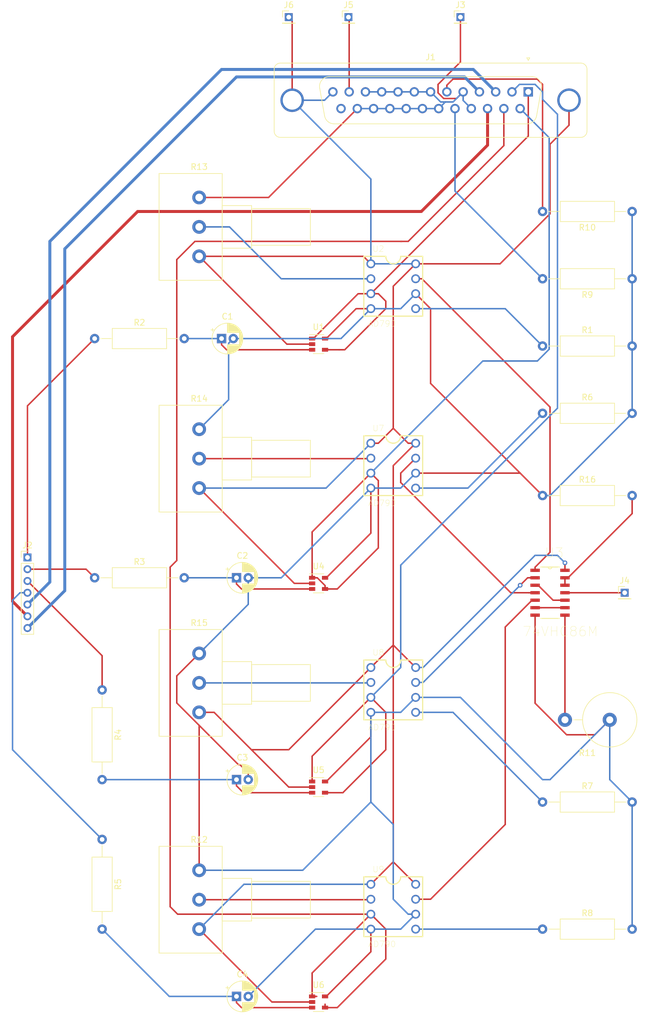
<source format=kicad_pcb>
(kicad_pcb (version 20171130) (host pcbnew "(5.0.1)-4")

  (general
    (thickness 1.6)
    (drawings 0)
    (tracks 326)
    (zones 0)
    (modules 35)
    (nets 39)
  )

  (page A4)
  (layers
    (0 F.Cu signal)
    (31 B.Cu signal)
    (32 B.Adhes user)
    (33 F.Adhes user)
    (34 B.Paste user)
    (35 F.Paste user)
    (36 B.SilkS user)
    (37 F.SilkS user)
    (38 B.Mask user)
    (39 F.Mask user)
    (40 Dwgs.User user)
    (41 Cmts.User user)
    (42 Eco1.User user)
    (43 Eco2.User user)
    (44 Edge.Cuts user)
    (45 Margin user)
    (46 B.CrtYd user)
    (47 F.CrtYd user)
    (48 B.Fab user)
    (49 F.Fab user)
  )

  (setup
    (last_trace_width 0.25)
    (trace_clearance 0.2)
    (zone_clearance 0.508)
    (zone_45_only no)
    (trace_min 0.2)
    (segment_width 0.2)
    (edge_width 0.15)
    (via_size 0.8)
    (via_drill 0.4)
    (via_min_size 0.4)
    (via_min_drill 0.3)
    (uvia_size 0.3)
    (uvia_drill 0.1)
    (uvias_allowed no)
    (uvia_min_size 0.2)
    (uvia_min_drill 0.1)
    (pcb_text_width 0.3)
    (pcb_text_size 1.5 1.5)
    (mod_edge_width 0.15)
    (mod_text_size 1 1)
    (mod_text_width 0.15)
    (pad_size 1.6 1.6)
    (pad_drill 0.8)
    (pad_to_mask_clearance 0.051)
    (solder_mask_min_width 0.25)
    (aux_axis_origin 0 0)
    (visible_elements 7FFFFFFF)
    (pcbplotparams
      (layerselection 0x010fc_ffffffff)
      (usegerberextensions false)
      (usegerberattributes false)
      (usegerberadvancedattributes false)
      (creategerberjobfile false)
      (excludeedgelayer true)
      (linewidth 0.100000)
      (plotframeref false)
      (viasonmask false)
      (mode 1)
      (useauxorigin false)
      (hpglpennumber 1)
      (hpglpenspeed 20)
      (hpglpendiameter 15.000000)
      (psnegative false)
      (psa4output false)
      (plotreference true)
      (plotvalue true)
      (plotinvisibletext false)
      (padsonsilk false)
      (subtractmaskfromsilk false)
      (outputformat 1)
      (mirror false)
      (drillshape 1)
      (scaleselection 1)
      (outputdirectory "../../../../../"))
  )

  (net 0 "")
  (net 1 "Net-(C3-Pad1)")
  (net 2 GND)
  (net 3 "Net-(C1-Pad1)")
  (net 4 "Net-(C2-Pad1)")
  (net 5 "Net-(C4-Pad1)")
  (net 6 "Net-(J1-Pad1)")
  (net 7 "Net-(J1-Pad2)")
  (net 8 "Net-(J1-Pad3)")
  (net 9 "Net-(J1-Pad4)")
  (net 10 "Net-(J1-Pad6)")
  (net 11 "Net-(J1-Pad12)")
  (net 12 "Net-(J1-Pad14)")
  (net 13 "Net-(J1-Pad15)")
  (net 14 "Net-(J1-Pad16)")
  (net 15 "Net-(J1-Pad18)")
  (net 16 "Net-(J1-Pad25)")
  (net 17 "Net-(U3-Pad10)")
  (net 18 "Net-(R11-Pad2)")
  (net 19 "Net-(R8-Pad1)")
  (net 20 "Net-(R6-Pad1)")
  (net 21 "Net-(R7-Pad1)")
  (net 22 "Net-(R1-Pad1)")
  (net 23 "Net-(R13-Pad2)")
  (net 24 "Net-(R12-Pad2)")
  (net 25 "Net-(R14-Pad2)")
  (net 26 "Net-(R15-Pad2)")
  (net 27 "Net-(J4-Pad1)")
  (net 28 "Net-(R16-Pad2)")
  (net 29 "Net-(J2-Pad1)")
  (net 30 "Net-(J2-Pad2)")
  (net 31 "Net-(J2-Pad3)")
  (net 32 "Net-(J2-Pad4)")
  (net 33 "Net-(U2-Pad7)")
  (net 34 "Net-(U3-Pad4)")
  (net 35 "Net-(U3-Pad2)")
  (net 36 "Net-(U3-Pad5)")
  (net 37 "Net-(J1-Pad0)")
  (net 38 "Net-(U3-Pad6)")

  (net_class Default "This is the default net class."
    (clearance 0.2)
    (trace_width 0.25)
    (via_dia 0.8)
    (via_drill 0.4)
    (uvia_dia 0.3)
    (uvia_drill 0.1)
    (add_net GND)
    (add_net "Net-(C1-Pad1)")
    (add_net "Net-(C2-Pad1)")
    (add_net "Net-(C3-Pad1)")
    (add_net "Net-(C4-Pad1)")
    (add_net "Net-(J1-Pad0)")
    (add_net "Net-(J1-Pad1)")
    (add_net "Net-(J1-Pad12)")
    (add_net "Net-(J1-Pad14)")
    (add_net "Net-(J1-Pad15)")
    (add_net "Net-(J1-Pad16)")
    (add_net "Net-(J1-Pad18)")
    (add_net "Net-(J1-Pad2)")
    (add_net "Net-(J1-Pad25)")
    (add_net "Net-(J1-Pad3)")
    (add_net "Net-(J1-Pad4)")
    (add_net "Net-(J1-Pad6)")
    (add_net "Net-(J2-Pad1)")
    (add_net "Net-(J2-Pad2)")
    (add_net "Net-(J2-Pad3)")
    (add_net "Net-(J2-Pad4)")
    (add_net "Net-(J4-Pad1)")
    (add_net "Net-(R1-Pad1)")
    (add_net "Net-(R11-Pad2)")
    (add_net "Net-(R12-Pad2)")
    (add_net "Net-(R13-Pad2)")
    (add_net "Net-(R14-Pad2)")
    (add_net "Net-(R15-Pad2)")
    (add_net "Net-(R16-Pad2)")
    (add_net "Net-(R6-Pad1)")
    (add_net "Net-(R7-Pad1)")
    (add_net "Net-(R8-Pad1)")
    (add_net "Net-(U2-Pad7)")
    (add_net "Net-(U3-Pad10)")
    (add_net "Net-(U3-Pad2)")
    (add_net "Net-(U3-Pad4)")
    (add_net "Net-(U3-Pad5)")
    (add_net "Net-(U3-Pad6)")
  )

  (module Connector_Dsub:DSUB-25_Female_Vertical_P2.77x2.84mm_MountingHoles (layer F.Cu) (tedit 59FEDEE2) (tstamp 5C17CDCC)
    (at 130.92 30.48)
    (descr "25-pin D-Sub connector, straight/vertical, THT-mount, female, pitch 2.77x2.84mm, distance of mounting holes 47.1mm, see https://disti-assets.s3.amazonaws.com/tonar/files/datasheets/16730.pdf")
    (tags "25-pin D-Sub connector straight vertical THT female pitch 2.77x2.84mm mounting holes distance 47.1mm")
    (path /5C48A5DE)
    (fp_text reference J1 (at -16.62 -5.89) (layer F.SilkS)
      (effects (font (size 1 1) (thickness 0.15)))
    )
    (fp_text value DB25_Female_MountingHoles (at -16.62 8.73) (layer F.Fab)
      (effects (font (size 1 1) (thickness 0.15)))
    )
    (fp_arc (start -42.17 -3.83) (end -43.17 -3.83) (angle 90) (layer F.Fab) (width 0.1))
    (fp_arc (start 8.93 -3.83) (end 8.93 -4.83) (angle 90) (layer F.Fab) (width 0.1))
    (fp_arc (start -42.17 6.67) (end -43.17 6.67) (angle -90) (layer F.Fab) (width 0.1))
    (fp_arc (start 8.93 6.67) (end 9.93 6.67) (angle 90) (layer F.Fab) (width 0.1))
    (fp_arc (start -42.17 -3.83) (end -43.23 -3.83) (angle 90) (layer F.SilkS) (width 0.12))
    (fp_arc (start 8.93 -3.83) (end 8.93 -4.89) (angle 90) (layer F.SilkS) (width 0.12))
    (fp_arc (start -42.17 6.67) (end -43.23 6.67) (angle -90) (layer F.SilkS) (width 0.12))
    (fp_arc (start 8.93 6.67) (end 9.99 6.67) (angle 90) (layer F.SilkS) (width 0.12))
    (fp_arc (start -33.863194 -0.93) (end -33.863194 -2.53) (angle -100) (layer F.Fab) (width 0.1))
    (fp_arc (start 0.623194 -0.93) (end 0.623194 -2.53) (angle 100) (layer F.Fab) (width 0.1))
    (fp_arc (start -33.034457 3.77) (end -33.034457 5.37) (angle 80) (layer F.Fab) (width 0.1))
    (fp_arc (start -0.205543 3.77) (end -0.205543 5.37) (angle -80) (layer F.Fab) (width 0.1))
    (fp_arc (start -33.851689 -0.93) (end -33.851689 -2.59) (angle -100) (layer F.SilkS) (width 0.12))
    (fp_arc (start 0.611689 -0.93) (end 0.611689 -2.59) (angle 100) (layer F.SilkS) (width 0.12))
    (fp_arc (start -33.022952 3.77) (end -33.022952 5.43) (angle 80) (layer F.SilkS) (width 0.12))
    (fp_arc (start -0.217048 3.77) (end -0.217048 5.43) (angle -80) (layer F.SilkS) (width 0.12))
    (fp_line (start -42.17 -4.83) (end 8.93 -4.83) (layer F.Fab) (width 0.1))
    (fp_line (start 9.93 -3.83) (end 9.93 6.67) (layer F.Fab) (width 0.1))
    (fp_line (start 8.93 7.67) (end -42.17 7.67) (layer F.Fab) (width 0.1))
    (fp_line (start -43.17 6.67) (end -43.17 -3.83) (layer F.Fab) (width 0.1))
    (fp_line (start -42.17 -4.89) (end 8.93 -4.89) (layer F.SilkS) (width 0.12))
    (fp_line (start 9.99 -3.83) (end 9.99 6.67) (layer F.SilkS) (width 0.12))
    (fp_line (start 8.93 7.73) (end -42.17 7.73) (layer F.SilkS) (width 0.12))
    (fp_line (start -43.23 6.67) (end -43.23 -3.83) (layer F.SilkS) (width 0.12))
    (fp_line (start -0.25 -5.784338) (end 0.25 -5.784338) (layer F.SilkS) (width 0.12))
    (fp_line (start 0.25 -5.784338) (end 0 -5.351325) (layer F.SilkS) (width 0.12))
    (fp_line (start 0 -5.351325) (end -0.25 -5.784338) (layer F.SilkS) (width 0.12))
    (fp_line (start -33.863194 -2.53) (end 0.623194 -2.53) (layer F.Fab) (width 0.1))
    (fp_line (start -33.034457 5.37) (end -0.205543 5.37) (layer F.Fab) (width 0.1))
    (fp_line (start 2.198887 -0.652163) (end 1.37015 4.047837) (layer F.Fab) (width 0.1))
    (fp_line (start -35.438887 -0.652163) (end -34.61015 4.047837) (layer F.Fab) (width 0.1))
    (fp_line (start -33.851689 -2.59) (end 0.611689 -2.59) (layer F.SilkS) (width 0.12))
    (fp_line (start -33.022952 5.43) (end -0.217048 5.43) (layer F.SilkS) (width 0.12))
    (fp_line (start 2.24647 -0.641744) (end 1.417733 4.058256) (layer F.SilkS) (width 0.12))
    (fp_line (start -35.48647 -0.641744) (end -34.657733 4.058256) (layer F.SilkS) (width 0.12))
    (fp_line (start -43.7 -5.35) (end -43.7 8.2) (layer F.CrtYd) (width 0.05))
    (fp_line (start -43.7 8.2) (end 10.45 8.2) (layer F.CrtYd) (width 0.05))
    (fp_line (start 10.45 8.2) (end 10.45 -5.35) (layer F.CrtYd) (width 0.05))
    (fp_line (start 10.45 -5.35) (end -43.7 -5.35) (layer F.CrtYd) (width 0.05))
    (fp_text user %R (at -16.62 1.42) (layer F.Fab)
      (effects (font (size 1 1) (thickness 0.15)))
    )
    (pad 1 thru_hole rect (at 0 0) (size 1.6 1.6) (drill 1) (layers *.Cu *.Mask)
      (net 6 "Net-(J1-Pad1)"))
    (pad 2 thru_hole circle (at -2.77 0) (size 1.6 1.6) (drill 1) (layers *.Cu *.Mask)
      (net 7 "Net-(J1-Pad2)"))
    (pad 3 thru_hole circle (at -5.54 0) (size 1.6 1.6) (drill 1) (layers *.Cu *.Mask)
      (net 8 "Net-(J1-Pad3)"))
    (pad 4 thru_hole circle (at -8.31 0) (size 1.6 1.6) (drill 1) (layers *.Cu *.Mask)
      (net 9 "Net-(J1-Pad4)"))
    (pad 5 thru_hole circle (at -11.08 0) (size 1.6 1.6) (drill 1) (layers *.Cu *.Mask)
      (net 2 GND))
    (pad 6 thru_hole circle (at -13.85 0) (size 1.6 1.6) (drill 1) (layers *.Cu *.Mask)
      (net 10 "Net-(J1-Pad6)"))
    (pad 7 thru_hole circle (at -16.62 0) (size 1.6 1.6) (drill 1) (layers *.Cu *.Mask)
      (net 2 GND))
    (pad 8 thru_hole circle (at -19.39 0) (size 1.6 1.6) (drill 1) (layers *.Cu *.Mask)
      (net 2 GND))
    (pad 9 thru_hole circle (at -22.16 0) (size 1.6 1.6) (drill 1) (layers *.Cu *.Mask)
      (net 2 GND))
    (pad 10 thru_hole circle (at -24.93 0) (size 1.6 1.6) (drill 1) (layers *.Cu *.Mask)
      (net 2 GND))
    (pad 11 thru_hole circle (at -27.7 0) (size 1.6 1.6) (drill 1) (layers *.Cu *.Mask)
      (net 2 GND))
    (pad 12 thru_hole circle (at -30.47 0) (size 1.6 1.6) (drill 1) (layers *.Cu *.Mask)
      (net 11 "Net-(J1-Pad12)"))
    (pad 13 thru_hole circle (at -33.24 0) (size 1.6 1.6) (drill 1) (layers *.Cu *.Mask)
      (net 37 "Net-(J1-Pad0)"))
    (pad 14 thru_hole circle (at -1.385 2.84) (size 1.6 1.6) (drill 1) (layers *.Cu *.Mask)
      (net 12 "Net-(J1-Pad14)"))
    (pad 15 thru_hole circle (at -4.155 2.84) (size 1.6 1.6) (drill 1) (layers *.Cu *.Mask)
      (net 13 "Net-(J1-Pad15)"))
    (pad 16 thru_hole circle (at -6.925 2.84) (size 1.6 1.6) (drill 1) (layers *.Cu *.Mask)
      (net 14 "Net-(J1-Pad16)"))
    (pad 17 thru_hole circle (at -9.695 2.84) (size 1.6 1.6) (drill 1) (layers *.Cu *.Mask)
      (net 2 GND))
    (pad 18 thru_hole circle (at -12.465 2.84) (size 1.6 1.6) (drill 1) (layers *.Cu *.Mask)
      (net 15 "Net-(J1-Pad18)"))
    (pad 19 thru_hole circle (at -15.235 2.84) (size 1.6 1.6) (drill 1) (layers *.Cu *.Mask)
      (net 2 GND))
    (pad 20 thru_hole circle (at -18.005 2.84) (size 1.6 1.6) (drill 1) (layers *.Cu *.Mask)
      (net 2 GND))
    (pad 21 thru_hole circle (at -20.775 2.84) (size 1.6 1.6) (drill 1) (layers *.Cu *.Mask)
      (net 2 GND))
    (pad 22 thru_hole circle (at -23.545 2.84) (size 1.6 1.6) (drill 1) (layers *.Cu *.Mask)
      (net 2 GND))
    (pad 23 thru_hole circle (at -26.315 2.84) (size 1.6 1.6) (drill 1) (layers *.Cu *.Mask)
      (net 2 GND))
    (pad 24 thru_hole circle (at -29.085 2.84) (size 1.6 1.6) (drill 1) (layers *.Cu *.Mask)
      (net 2 GND))
    (pad 25 thru_hole circle (at -31.855 2.84) (size 1.6 1.6) (drill 1) (layers *.Cu *.Mask)
      (net 16 "Net-(J1-Pad25)"))
    (pad 0 thru_hole circle (at -40.17 1.42) (size 4 4) (drill 3.2) (layers *.Cu *.Mask)
      (net 37 "Net-(J1-Pad0)"))
    (pad 0 thru_hole circle (at 6.93 1.42) (size 4 4) (drill 3.2) (layers *.Cu *.Mask)
      (net 37 "Net-(J1-Pad0)"))
    (model ${KISYS3DMOD}/Connector_Dsub.3dshapes/DSUB-25_Female_Vertical_P2.77x2.84mm_MountingHoles.wrl
      (at (xyz 0 0 0))
      (scale (xyz 1 1 1))
      (rotate (xyz 0 0 0))
    )
  )

  (module Connector_PinHeader_2.00mm:PinHeader_1x01_P2.00mm_Vertical (layer F.Cu) (tedit 59FED667) (tstamp 5C188DB4)
    (at 90.17 17.78)
    (descr "Through hole straight pin header, 1x01, 2.00mm pitch, single row")
    (tags "Through hole pin header THT 1x01 2.00mm single row")
    (path /5C4641E0)
    (fp_text reference J6 (at 0 -2.06) (layer F.SilkS)
      (effects (font (size 1 1) (thickness 0.15)))
    )
    (fp_text value Conn_01x01 (at 0 2.06) (layer F.Fab)
      (effects (font (size 1 1) (thickness 0.15)))
    )
    (fp_line (start -0.5 -1) (end 1 -1) (layer F.Fab) (width 0.1))
    (fp_line (start 1 -1) (end 1 1) (layer F.Fab) (width 0.1))
    (fp_line (start 1 1) (end -1 1) (layer F.Fab) (width 0.1))
    (fp_line (start -1 1) (end -1 -0.5) (layer F.Fab) (width 0.1))
    (fp_line (start -1 -0.5) (end -0.5 -1) (layer F.Fab) (width 0.1))
    (fp_line (start -1.06 1.06) (end 1.06 1.06) (layer F.SilkS) (width 0.12))
    (fp_line (start -1.06 1) (end -1.06 1.06) (layer F.SilkS) (width 0.12))
    (fp_line (start 1.06 1) (end 1.06 1.06) (layer F.SilkS) (width 0.12))
    (fp_line (start -1.06 1) (end 1.06 1) (layer F.SilkS) (width 0.12))
    (fp_line (start -1.06 0) (end -1.06 -1.06) (layer F.SilkS) (width 0.12))
    (fp_line (start -1.06 -1.06) (end 0 -1.06) (layer F.SilkS) (width 0.12))
    (fp_line (start -1.5 -1.5) (end -1.5 1.5) (layer F.CrtYd) (width 0.05))
    (fp_line (start -1.5 1.5) (end 1.5 1.5) (layer F.CrtYd) (width 0.05))
    (fp_line (start 1.5 1.5) (end 1.5 -1.5) (layer F.CrtYd) (width 0.05))
    (fp_line (start 1.5 -1.5) (end -1.5 -1.5) (layer F.CrtYd) (width 0.05))
    (fp_text user %R (at 0 0 90) (layer F.Fab)
      (effects (font (size 1 1) (thickness 0.15)))
    )
    (pad 1 thru_hole rect (at 0 0) (size 1.35 1.35) (drill 0.8) (layers *.Cu *.Mask)
      (net 37 "Net-(J1-Pad0)"))
    (model ${KISYS3DMOD}/Connector_PinHeader_2.00mm.3dshapes/PinHeader_1x01_P2.00mm_Vertical.wrl
      (at (xyz 0 0 0))
      (scale (xyz 1 1 1))
      (rotate (xyz 0 0 0))
    )
  )

  (module 74VHC86M:SOIC127P600X175-14N (layer F.Cu) (tedit 0) (tstamp 5C17D07E)
    (at 134.62 115.57)
    (path /5C0BEF3E)
    (attr smd)
    (fp_text reference U3 (at 0.71143 -6.75853) (layer F.SilkS)
      (effects (font (size 1.64052 1.64052) (thickness 0.05)))
    )
    (fp_text value 74VHC86M (at 1.7542 6.58455) (layer F.SilkS)
      (effects (font (size 1.64149 1.64149) (thickness 0.05)))
    )
    (fp_line (start -2.0066 -3.556) (end -2.0066 -4.064) (layer Dwgs.User) (width 0.1))
    (fp_line (start -2.0066 -4.064) (end -2.9972 -4.064) (layer Dwgs.User) (width 0.1))
    (fp_line (start -2.9972 -4.064) (end -2.9972 -3.556) (layer Dwgs.User) (width 0.1))
    (fp_line (start -2.9972 -3.556) (end -2.0066 -3.556) (layer Dwgs.User) (width 0.1))
    (fp_line (start -2.0066 -2.286) (end -2.0066 -2.794) (layer Dwgs.User) (width 0.1))
    (fp_line (start -2.0066 -2.794) (end -2.9972 -2.794) (layer Dwgs.User) (width 0.1))
    (fp_line (start -2.9972 -2.794) (end -2.9972 -2.286) (layer Dwgs.User) (width 0.1))
    (fp_line (start -2.9972 -2.286) (end -2.0066 -2.286) (layer Dwgs.User) (width 0.1))
    (fp_line (start -2.0066 -1.016) (end -2.0066 -1.524) (layer Dwgs.User) (width 0.1))
    (fp_line (start -2.0066 -1.524) (end -2.9972 -1.524) (layer Dwgs.User) (width 0.1))
    (fp_line (start -2.9972 -1.524) (end -2.9972 -1.016) (layer Dwgs.User) (width 0.1))
    (fp_line (start -2.9972 -1.016) (end -2.0066 -1.016) (layer Dwgs.User) (width 0.1))
    (fp_line (start -2.0066 0.254) (end -2.0066 -0.254) (layer Dwgs.User) (width 0.1))
    (fp_line (start -2.0066 -0.254) (end -2.9972 -0.254) (layer Dwgs.User) (width 0.1))
    (fp_line (start -2.9972 -0.254) (end -2.9972 0.254) (layer Dwgs.User) (width 0.1))
    (fp_line (start -2.9972 0.254) (end -2.0066 0.254) (layer Dwgs.User) (width 0.1))
    (fp_line (start -2.0066 1.524) (end -2.0066 1.016) (layer Dwgs.User) (width 0.1))
    (fp_line (start -2.0066 1.016) (end -2.9972 1.016) (layer Dwgs.User) (width 0.1))
    (fp_line (start -2.9972 1.016) (end -2.9972 1.524) (layer Dwgs.User) (width 0.1))
    (fp_line (start -2.9972 1.524) (end -2.0066 1.524) (layer Dwgs.User) (width 0.1))
    (fp_line (start -2.0066 2.794) (end -2.0066 2.286) (layer Dwgs.User) (width 0.1))
    (fp_line (start -2.0066 2.286) (end -2.9972 2.286) (layer Dwgs.User) (width 0.1))
    (fp_line (start -2.9972 2.286) (end -2.9972 2.794) (layer Dwgs.User) (width 0.1))
    (fp_line (start -2.9972 2.794) (end -2.0066 2.794) (layer Dwgs.User) (width 0.1))
    (fp_line (start -2.0066 4.064) (end -2.0066 3.556) (layer Dwgs.User) (width 0.1))
    (fp_line (start -2.0066 3.556) (end -2.9972 3.556) (layer Dwgs.User) (width 0.1))
    (fp_line (start -2.9972 3.556) (end -2.9972 4.064) (layer Dwgs.User) (width 0.1))
    (fp_line (start -2.9972 4.064) (end -2.0066 4.064) (layer Dwgs.User) (width 0.1))
    (fp_line (start 2.0066 3.556) (end 2.0066 4.064) (layer Dwgs.User) (width 0.1))
    (fp_line (start 2.0066 4.064) (end 2.9972 4.064) (layer Dwgs.User) (width 0.1))
    (fp_line (start 2.9972 4.064) (end 2.9972 3.556) (layer Dwgs.User) (width 0.1))
    (fp_line (start 2.9972 3.556) (end 2.0066 3.556) (layer Dwgs.User) (width 0.1))
    (fp_line (start 2.0066 2.286) (end 2.0066 2.794) (layer Dwgs.User) (width 0.1))
    (fp_line (start 2.0066 2.794) (end 2.9972 2.794) (layer Dwgs.User) (width 0.1))
    (fp_line (start 2.9972 2.794) (end 2.9972 2.286) (layer Dwgs.User) (width 0.1))
    (fp_line (start 2.9972 2.286) (end 2.0066 2.286) (layer Dwgs.User) (width 0.1))
    (fp_line (start 2.0066 1.016) (end 2.0066 1.524) (layer Dwgs.User) (width 0.1))
    (fp_line (start 2.0066 1.524) (end 2.9972 1.524) (layer Dwgs.User) (width 0.1))
    (fp_line (start 2.9972 1.524) (end 2.9972 1.016) (layer Dwgs.User) (width 0.1))
    (fp_line (start 2.9972 1.016) (end 2.0066 1.016) (layer Dwgs.User) (width 0.1))
    (fp_line (start 2.0066 -0.254) (end 2.0066 0.254) (layer Dwgs.User) (width 0.1))
    (fp_line (start 2.0066 0.254) (end 2.9972 0.254) (layer Dwgs.User) (width 0.1))
    (fp_line (start 2.9972 0.254) (end 2.9972 -0.254) (layer Dwgs.User) (width 0.1))
    (fp_line (start 2.9972 -0.254) (end 2.0066 -0.254) (layer Dwgs.User) (width 0.1))
    (fp_line (start 2.0066 -1.524) (end 2.0066 -1.016) (layer Dwgs.User) (width 0.1))
    (fp_line (start 2.0066 -1.016) (end 2.9972 -1.016) (layer Dwgs.User) (width 0.1))
    (fp_line (start 2.9972 -1.016) (end 2.9972 -1.524) (layer Dwgs.User) (width 0.1))
    (fp_line (start 2.9972 -1.524) (end 2.0066 -1.524) (layer Dwgs.User) (width 0.1))
    (fp_line (start 2.0066 -2.794) (end 2.0066 -2.286) (layer Dwgs.User) (width 0.1))
    (fp_line (start 2.0066 -2.286) (end 2.9972 -2.286) (layer Dwgs.User) (width 0.1))
    (fp_line (start 2.9972 -2.286) (end 2.9972 -2.794) (layer Dwgs.User) (width 0.1))
    (fp_line (start 2.9972 -2.794) (end 2.0066 -2.794) (layer Dwgs.User) (width 0.1))
    (fp_line (start 2.0066 -4.064) (end 2.0066 -3.556) (layer Dwgs.User) (width 0.1))
    (fp_line (start 2.0066 -3.556) (end 2.9972 -3.556) (layer Dwgs.User) (width 0.1))
    (fp_line (start 2.9972 -3.556) (end 2.9972 -4.064) (layer Dwgs.User) (width 0.1))
    (fp_line (start 2.9972 -4.064) (end 2.0066 -4.064) (layer Dwgs.User) (width 0.1))
    (fp_line (start -2.0066 4.3688) (end 2.0066 4.3688) (layer Dwgs.User) (width 0.1))
    (fp_line (start 2.0066 4.3688) (end 2.0066 -4.3688) (layer Dwgs.User) (width 0.1))
    (fp_line (start 2.0066 -4.3688) (end 0.3048 -4.3688) (layer Dwgs.User) (width 0.1))
    (fp_line (start 0.3048 -4.3688) (end -0.3048 -4.3688) (layer Dwgs.User) (width 0.1))
    (fp_line (start -0.3048 -4.3688) (end -2.0066 -4.3688) (layer Dwgs.User) (width 0.1))
    (fp_line (start -2.0066 -4.3688) (end -2.0066 4.3688) (layer Dwgs.User) (width 0.1))
    (fp_arc (start 0 -4.3688) (end -0.3048 -4.3688) (angle -180) (layer Dwgs.User) (width 0.1))
    (fp_line (start -1.5748 4.3688) (end 1.5748 4.3688) (layer F.SilkS) (width 0.1524))
    (fp_line (start 1.5748 -4.3688) (end 0.3048 -4.3688) (layer F.SilkS) (width 0.1524))
    (fp_line (start 0.3048 -4.3688) (end -0.3048 -4.3688) (layer F.SilkS) (width 0.1524))
    (fp_line (start -0.3048 -4.3688) (end -1.5748 -4.3688) (layer F.SilkS) (width 0.1524))
    (fp_arc (start 0 -4.3688) (end -0.3048 -4.3688) (angle -180) (layer F.SilkS) (width 0.1524))
    (pad 1 smd rect (at -2.54 -3.81) (size 1.6002 0.5588) (layers F.Cu F.Paste F.Mask)
      (net 33 "Net-(U2-Pad7)"))
    (pad 2 smd rect (at -2.54 -2.54) (size 1.6002 0.5588) (layers F.Cu F.Paste F.Mask)
      (net 35 "Net-(U3-Pad2)"))
    (pad 3 smd rect (at -2.54 -1.27) (size 1.6002 0.5588) (layers F.Cu F.Paste F.Mask)
      (net 17 "Net-(U3-Pad10)"))
    (pad 4 smd rect (at -2.54 0) (size 1.6002 0.5588) (layers F.Cu F.Paste F.Mask)
      (net 34 "Net-(U3-Pad4)"))
    (pad 5 smd rect (at -2.54 1.27) (size 1.6002 0.5588) (layers F.Cu F.Paste F.Mask)
      (net 36 "Net-(U3-Pad5)"))
    (pad 6 smd rect (at -2.54 2.54) (size 1.6002 0.5588) (layers F.Cu F.Paste F.Mask)
      (net 38 "Net-(U3-Pad6)"))
    (pad 7 smd rect (at -2.54 3.81) (size 1.6002 0.5588) (layers F.Cu F.Paste F.Mask)
      (net 2 GND))
    (pad 8 smd rect (at 2.54 3.81) (size 1.6002 0.5588) (layers F.Cu F.Paste F.Mask)
      (net 18 "Net-(R11-Pad2)"))
    (pad 9 smd rect (at 2.54 2.54) (size 1.6002 0.5588) (layers F.Cu F.Paste F.Mask)
      (net 38 "Net-(U3-Pad6)"))
    (pad 10 smd rect (at 2.54 1.27) (size 1.6002 0.5588) (layers F.Cu F.Paste F.Mask)
      (net 17 "Net-(U3-Pad10)"))
    (pad 11 smd rect (at 2.54 0) (size 1.6002 0.5588) (layers F.Cu F.Paste F.Mask)
      (net 27 "Net-(J4-Pad1)"))
    (pad 12 smd rect (at 2.54 -1.27) (size 1.6002 0.5588) (layers F.Cu F.Paste F.Mask)
      (net 28 "Net-(R16-Pad2)"))
    (pad 13 smd rect (at 2.54 -2.54) (size 1.6002 0.5588) (layers F.Cu F.Paste F.Mask)
      (net 28 "Net-(R16-Pad2)"))
    (pad 14 smd rect (at 2.54 -3.81) (size 1.6002 0.5588) (layers F.Cu F.Paste F.Mask)
      (net 37 "Net-(J1-Pad0)"))
  )

  (module AD790:PDIP-8 (layer F.Cu) (tedit 0) (tstamp 5C17D028)
    (at 107.95 168.91)
    (path /5C0CB768)
    (fp_text reference U9 (at -2.54126 -6.35318) (layer F.SilkS)
      (effects (font (size 1.0005 1.0005) (thickness 0.05)))
    )
    (fp_text value AD790 (at -1.90658 6.35525) (layer F.SilkS)
      (effects (font (size 1.00083 1.00083) (thickness 0.05)))
    )
    (fp_line (start 5.0038 5.08) (end -5.0038 5.08) (layer F.SilkS) (width 0.2032))
    (fp_line (start 1.27 -5.08) (end 5.0038 -5.08) (layer F.SilkS) (width 0.2032))
    (fp_arc (start 0 -5.08) (end 1.27 -5.08) (angle 90) (layer F.SilkS) (width 0.2032))
    (fp_arc (start 0 -5.08) (end 0 -3.81) (angle 90) (layer F.SilkS) (width 0.2032))
    (fp_line (start -1.27 -5.08) (end -2.54 -5.08) (layer F.SilkS) (width 0.127))
    (fp_line (start -4.953 -5.08) (end -1.27 -5.08) (layer F.SilkS) (width 0.2032))
    (fp_line (start 5.0038 5.08) (end 5.0038 -5.08) (layer F.SilkS) (width 0.2032))
    (fp_line (start -5.0038 -5.08) (end -5.0038 5.08) (layer F.SilkS) (width 0.2032))
    (pad 8 thru_hole circle (at 3.81 -3.81) (size 1.508 1.508) (drill 1) (layers *.Cu *.Mask)
      (net 37 "Net-(J1-Pad0)"))
    (pad 7 thru_hole circle (at 3.81 -1.27) (size 1.508 1.508) (drill 1) (layers *.Cu *.Mask)
      (net 36 "Net-(U3-Pad5)"))
    (pad 6 thru_hole circle (at 3.81 1.27) (size 1.508 1.508) (drill 1) (layers *.Cu *.Mask)
      (net 2 GND))
    (pad 5 thru_hole circle (at 3.81 3.81) (size 1.508 1.508) (drill 1) (layers *.Cu *.Mask)
      (net 19 "Net-(R8-Pad1)"))
    (pad 4 thru_hole circle (at -3.81 3.81) (size 1.508 1.508) (drill 1) (layers *.Cu *.Mask)
      (net 2 GND))
    (pad 3 thru_hole circle (at -3.81 1.27) (size 1.508 1.508) (drill 1) (layers *.Cu *.Mask)
      (net 13 "Net-(J1-Pad15)"))
    (pad 2 thru_hole circle (at -3.81 -1.27) (size 1.508 1.508) (drill 1) (layers *.Cu *.Mask)
      (net 24 "Net-(R12-Pad2)"))
    (pad 1 thru_hole circle (at -3.81 -3.81) (size 1.508 1.508) (drill 1) (layers *.Cu *.Mask)
      (net 37 "Net-(J1-Pad0)"))
  )

  (module AD790:PDIP-8 (layer F.Cu) (tedit 0) (tstamp 5C17D014)
    (at 107.95 132.08)
    (path /5C0C8ADB)
    (fp_text reference U8 (at -2.54126 -6.35318) (layer F.SilkS)
      (effects (font (size 1.0005 1.0005) (thickness 0.05)))
    )
    (fp_text value AD790 (at -1.90658 6.35525) (layer F.SilkS)
      (effects (font (size 1.00083 1.00083) (thickness 0.05)))
    )
    (fp_line (start -5.0038 -5.08) (end -5.0038 5.08) (layer F.SilkS) (width 0.2032))
    (fp_line (start 5.0038 5.08) (end 5.0038 -5.08) (layer F.SilkS) (width 0.2032))
    (fp_line (start -4.953 -5.08) (end -1.27 -5.08) (layer F.SilkS) (width 0.2032))
    (fp_line (start -1.27 -5.08) (end -2.54 -5.08) (layer F.SilkS) (width 0.127))
    (fp_arc (start 0 -5.08) (end 0 -3.81) (angle 90) (layer F.SilkS) (width 0.2032))
    (fp_arc (start 0 -5.08) (end 1.27 -5.08) (angle 90) (layer F.SilkS) (width 0.2032))
    (fp_line (start 1.27 -5.08) (end 5.0038 -5.08) (layer F.SilkS) (width 0.2032))
    (fp_line (start 5.0038 5.08) (end -5.0038 5.08) (layer F.SilkS) (width 0.2032))
    (pad 1 thru_hole circle (at -3.81 -3.81) (size 1.508 1.508) (drill 1) (layers *.Cu *.Mask)
      (net 37 "Net-(J1-Pad0)"))
    (pad 2 thru_hole circle (at -3.81 -1.27) (size 1.508 1.508) (drill 1) (layers *.Cu *.Mask)
      (net 26 "Net-(R15-Pad2)"))
    (pad 3 thru_hole circle (at -3.81 1.27) (size 1.508 1.508) (drill 1) (layers *.Cu *.Mask)
      (net 7 "Net-(J1-Pad2)"))
    (pad 4 thru_hole circle (at -3.81 3.81) (size 1.508 1.508) (drill 1) (layers *.Cu *.Mask)
      (net 2 GND))
    (pad 5 thru_hole circle (at 3.81 3.81) (size 1.508 1.508) (drill 1) (layers *.Cu *.Mask)
      (net 21 "Net-(R7-Pad1)"))
    (pad 6 thru_hole circle (at 3.81 1.27) (size 1.508 1.508) (drill 1) (layers *.Cu *.Mask)
      (net 2 GND))
    (pad 7 thru_hole circle (at 3.81 -1.27) (size 1.508 1.508) (drill 1) (layers *.Cu *.Mask)
      (net 35 "Net-(U3-Pad2)"))
    (pad 8 thru_hole circle (at 3.81 -3.81) (size 1.508 1.508) (drill 1) (layers *.Cu *.Mask)
      (net 37 "Net-(J1-Pad0)"))
  )

  (module AD790:PDIP-8 (layer F.Cu) (tedit 0) (tstamp 5C17D000)
    (at 107.95 93.98)
    (path /5C0C6FEB)
    (fp_text reference U7 (at -2.54126 -6.35318) (layer F.SilkS)
      (effects (font (size 1.0005 1.0005) (thickness 0.05)))
    )
    (fp_text value AD790 (at -1.90658 6.35525) (layer F.SilkS)
      (effects (font (size 1.00083 1.00083) (thickness 0.05)))
    )
    (fp_line (start 5.0038 5.08) (end -5.0038 5.08) (layer F.SilkS) (width 0.2032))
    (fp_line (start 1.27 -5.08) (end 5.0038 -5.08) (layer F.SilkS) (width 0.2032))
    (fp_arc (start 0 -5.08) (end 1.27 -5.08) (angle 90) (layer F.SilkS) (width 0.2032))
    (fp_arc (start 0 -5.08) (end 0 -3.81) (angle 90) (layer F.SilkS) (width 0.2032))
    (fp_line (start -1.27 -5.08) (end -2.54 -5.08) (layer F.SilkS) (width 0.127))
    (fp_line (start -4.953 -5.08) (end -1.27 -5.08) (layer F.SilkS) (width 0.2032))
    (fp_line (start 5.0038 5.08) (end 5.0038 -5.08) (layer F.SilkS) (width 0.2032))
    (fp_line (start -5.0038 -5.08) (end -5.0038 5.08) (layer F.SilkS) (width 0.2032))
    (pad 8 thru_hole circle (at 3.81 -3.81) (size 1.508 1.508) (drill 1) (layers *.Cu *.Mask)
      (net 37 "Net-(J1-Pad0)"))
    (pad 7 thru_hole circle (at 3.81 -1.27) (size 1.508 1.508) (drill 1) (layers *.Cu *.Mask)
      (net 34 "Net-(U3-Pad4)"))
    (pad 6 thru_hole circle (at 3.81 1.27) (size 1.508 1.508) (drill 1) (layers *.Cu *.Mask)
      (net 2 GND))
    (pad 5 thru_hole circle (at 3.81 3.81) (size 1.508 1.508) (drill 1) (layers *.Cu *.Mask)
      (net 20 "Net-(R6-Pad1)"))
    (pad 4 thru_hole circle (at -3.81 3.81) (size 1.508 1.508) (drill 1) (layers *.Cu *.Mask)
      (net 2 GND))
    (pad 3 thru_hole circle (at -3.81 1.27) (size 1.508 1.508) (drill 1) (layers *.Cu *.Mask)
      (net 12 "Net-(J1-Pad14)"))
    (pad 2 thru_hole circle (at -3.81 -1.27) (size 1.508 1.508) (drill 1) (layers *.Cu *.Mask)
      (net 25 "Net-(R14-Pad2)"))
    (pad 1 thru_hole circle (at -3.81 -3.81) (size 1.508 1.508) (drill 1) (layers *.Cu *.Mask)
      (net 37 "Net-(J1-Pad0)"))
  )

  (module AD790:PDIP-8 (layer F.Cu) (tedit 0) (tstamp 5C17CFEC)
    (at 107.95 63.5)
    (path /5C0BE5A0)
    (fp_text reference U2 (at -2.54126 -6.35318) (layer F.SilkS)
      (effects (font (size 1.0005 1.0005) (thickness 0.05)))
    )
    (fp_text value AD790 (at -1.90658 6.35525) (layer F.SilkS)
      (effects (font (size 1.00083 1.00083) (thickness 0.05)))
    )
    (fp_line (start -5.0038 -5.08) (end -5.0038 5.08) (layer F.SilkS) (width 0.2032))
    (fp_line (start 5.0038 5.08) (end 5.0038 -5.08) (layer F.SilkS) (width 0.2032))
    (fp_line (start -4.953 -5.08) (end -1.27 -5.08) (layer F.SilkS) (width 0.2032))
    (fp_line (start -1.27 -5.08) (end -2.54 -5.08) (layer F.SilkS) (width 0.127))
    (fp_arc (start 0 -5.08) (end 0 -3.81) (angle 90) (layer F.SilkS) (width 0.2032))
    (fp_arc (start 0 -5.08) (end 1.27 -5.08) (angle 90) (layer F.SilkS) (width 0.2032))
    (fp_line (start 1.27 -5.08) (end 5.0038 -5.08) (layer F.SilkS) (width 0.2032))
    (fp_line (start 5.0038 5.08) (end -5.0038 5.08) (layer F.SilkS) (width 0.2032))
    (pad 1 thru_hole circle (at -3.81 -3.81) (size 1.508 1.508) (drill 1) (layers *.Cu *.Mask)
      (net 37 "Net-(J1-Pad0)"))
    (pad 2 thru_hole circle (at -3.81 -1.27) (size 1.508 1.508) (drill 1) (layers *.Cu *.Mask)
      (net 23 "Net-(R13-Pad2)"))
    (pad 3 thru_hole circle (at -3.81 1.27) (size 1.508 1.508) (drill 1) (layers *.Cu *.Mask)
      (net 6 "Net-(J1-Pad1)"))
    (pad 4 thru_hole circle (at -3.81 3.81) (size 1.508 1.508) (drill 1) (layers *.Cu *.Mask)
      (net 2 GND))
    (pad 5 thru_hole circle (at 3.81 3.81) (size 1.508 1.508) (drill 1) (layers *.Cu *.Mask)
      (net 22 "Net-(R1-Pad1)"))
    (pad 6 thru_hole circle (at 3.81 1.27) (size 1.508 1.508) (drill 1) (layers *.Cu *.Mask)
      (net 2 GND))
    (pad 7 thru_hole circle (at 3.81 -1.27) (size 1.508 1.508) (drill 1) (layers *.Cu *.Mask)
      (net 33 "Net-(U2-Pad7)"))
    (pad 8 thru_hole circle (at 3.81 -3.81) (size 1.508 1.508) (drill 1) (layers *.Cu *.Mask)
      (net 37 "Net-(J1-Pad0)"))
  )

  (module Capacitor_THT:CP_Radial_D5.0mm_P2.00mm (layer F.Cu) (tedit 5AE50EF0) (tstamp 5C17CFD8)
    (at 78.74 72.39)
    (descr "CP, Radial series, Radial, pin pitch=2.00mm, , diameter=5mm, Electrolytic Capacitor")
    (tags "CP Radial series Radial pin pitch 2.00mm  diameter 5mm Electrolytic Capacitor")
    (path /5C0C468C)
    (fp_text reference C1 (at 1 -3.75) (layer F.SilkS)
      (effects (font (size 1 1) (thickness 0.15)))
    )
    (fp_text value GRM188R60J106ME47D (at 1 3.75) (layer F.Fab)
      (effects (font (size 1 1) (thickness 0.15)))
    )
    (fp_text user %R (at 1 0) (layer F.Fab)
      (effects (font (size 1 1) (thickness 0.15)))
    )
    (fp_line (start -1.554775 -1.725) (end -1.554775 -1.225) (layer F.SilkS) (width 0.12))
    (fp_line (start -1.804775 -1.475) (end -1.304775 -1.475) (layer F.SilkS) (width 0.12))
    (fp_line (start 3.601 -0.284) (end 3.601 0.284) (layer F.SilkS) (width 0.12))
    (fp_line (start 3.561 -0.518) (end 3.561 0.518) (layer F.SilkS) (width 0.12))
    (fp_line (start 3.521 -0.677) (end 3.521 0.677) (layer F.SilkS) (width 0.12))
    (fp_line (start 3.481 -0.805) (end 3.481 0.805) (layer F.SilkS) (width 0.12))
    (fp_line (start 3.441 -0.915) (end 3.441 0.915) (layer F.SilkS) (width 0.12))
    (fp_line (start 3.401 -1.011) (end 3.401 1.011) (layer F.SilkS) (width 0.12))
    (fp_line (start 3.361 -1.098) (end 3.361 1.098) (layer F.SilkS) (width 0.12))
    (fp_line (start 3.321 -1.178) (end 3.321 1.178) (layer F.SilkS) (width 0.12))
    (fp_line (start 3.281 -1.251) (end 3.281 1.251) (layer F.SilkS) (width 0.12))
    (fp_line (start 3.241 -1.319) (end 3.241 1.319) (layer F.SilkS) (width 0.12))
    (fp_line (start 3.201 -1.383) (end 3.201 1.383) (layer F.SilkS) (width 0.12))
    (fp_line (start 3.161 -1.443) (end 3.161 1.443) (layer F.SilkS) (width 0.12))
    (fp_line (start 3.121 -1.5) (end 3.121 1.5) (layer F.SilkS) (width 0.12))
    (fp_line (start 3.081 -1.554) (end 3.081 1.554) (layer F.SilkS) (width 0.12))
    (fp_line (start 3.041 -1.605) (end 3.041 1.605) (layer F.SilkS) (width 0.12))
    (fp_line (start 3.001 1.04) (end 3.001 1.653) (layer F.SilkS) (width 0.12))
    (fp_line (start 3.001 -1.653) (end 3.001 -1.04) (layer F.SilkS) (width 0.12))
    (fp_line (start 2.961 1.04) (end 2.961 1.699) (layer F.SilkS) (width 0.12))
    (fp_line (start 2.961 -1.699) (end 2.961 -1.04) (layer F.SilkS) (width 0.12))
    (fp_line (start 2.921 1.04) (end 2.921 1.743) (layer F.SilkS) (width 0.12))
    (fp_line (start 2.921 -1.743) (end 2.921 -1.04) (layer F.SilkS) (width 0.12))
    (fp_line (start 2.881 1.04) (end 2.881 1.785) (layer F.SilkS) (width 0.12))
    (fp_line (start 2.881 -1.785) (end 2.881 -1.04) (layer F.SilkS) (width 0.12))
    (fp_line (start 2.841 1.04) (end 2.841 1.826) (layer F.SilkS) (width 0.12))
    (fp_line (start 2.841 -1.826) (end 2.841 -1.04) (layer F.SilkS) (width 0.12))
    (fp_line (start 2.801 1.04) (end 2.801 1.864) (layer F.SilkS) (width 0.12))
    (fp_line (start 2.801 -1.864) (end 2.801 -1.04) (layer F.SilkS) (width 0.12))
    (fp_line (start 2.761 1.04) (end 2.761 1.901) (layer F.SilkS) (width 0.12))
    (fp_line (start 2.761 -1.901) (end 2.761 -1.04) (layer F.SilkS) (width 0.12))
    (fp_line (start 2.721 1.04) (end 2.721 1.937) (layer F.SilkS) (width 0.12))
    (fp_line (start 2.721 -1.937) (end 2.721 -1.04) (layer F.SilkS) (width 0.12))
    (fp_line (start 2.681 1.04) (end 2.681 1.971) (layer F.SilkS) (width 0.12))
    (fp_line (start 2.681 -1.971) (end 2.681 -1.04) (layer F.SilkS) (width 0.12))
    (fp_line (start 2.641 1.04) (end 2.641 2.004) (layer F.SilkS) (width 0.12))
    (fp_line (start 2.641 -2.004) (end 2.641 -1.04) (layer F.SilkS) (width 0.12))
    (fp_line (start 2.601 1.04) (end 2.601 2.035) (layer F.SilkS) (width 0.12))
    (fp_line (start 2.601 -2.035) (end 2.601 -1.04) (layer F.SilkS) (width 0.12))
    (fp_line (start 2.561 1.04) (end 2.561 2.065) (layer F.SilkS) (width 0.12))
    (fp_line (start 2.561 -2.065) (end 2.561 -1.04) (layer F.SilkS) (width 0.12))
    (fp_line (start 2.521 1.04) (end 2.521 2.095) (layer F.SilkS) (width 0.12))
    (fp_line (start 2.521 -2.095) (end 2.521 -1.04) (layer F.SilkS) (width 0.12))
    (fp_line (start 2.481 1.04) (end 2.481 2.122) (layer F.SilkS) (width 0.12))
    (fp_line (start 2.481 -2.122) (end 2.481 -1.04) (layer F.SilkS) (width 0.12))
    (fp_line (start 2.441 1.04) (end 2.441 2.149) (layer F.SilkS) (width 0.12))
    (fp_line (start 2.441 -2.149) (end 2.441 -1.04) (layer F.SilkS) (width 0.12))
    (fp_line (start 2.401 1.04) (end 2.401 2.175) (layer F.SilkS) (width 0.12))
    (fp_line (start 2.401 -2.175) (end 2.401 -1.04) (layer F.SilkS) (width 0.12))
    (fp_line (start 2.361 1.04) (end 2.361 2.2) (layer F.SilkS) (width 0.12))
    (fp_line (start 2.361 -2.2) (end 2.361 -1.04) (layer F.SilkS) (width 0.12))
    (fp_line (start 2.321 1.04) (end 2.321 2.224) (layer F.SilkS) (width 0.12))
    (fp_line (start 2.321 -2.224) (end 2.321 -1.04) (layer F.SilkS) (width 0.12))
    (fp_line (start 2.281 1.04) (end 2.281 2.247) (layer F.SilkS) (width 0.12))
    (fp_line (start 2.281 -2.247) (end 2.281 -1.04) (layer F.SilkS) (width 0.12))
    (fp_line (start 2.241 1.04) (end 2.241 2.268) (layer F.SilkS) (width 0.12))
    (fp_line (start 2.241 -2.268) (end 2.241 -1.04) (layer F.SilkS) (width 0.12))
    (fp_line (start 2.201 1.04) (end 2.201 2.29) (layer F.SilkS) (width 0.12))
    (fp_line (start 2.201 -2.29) (end 2.201 -1.04) (layer F.SilkS) (width 0.12))
    (fp_line (start 2.161 1.04) (end 2.161 2.31) (layer F.SilkS) (width 0.12))
    (fp_line (start 2.161 -2.31) (end 2.161 -1.04) (layer F.SilkS) (width 0.12))
    (fp_line (start 2.121 1.04) (end 2.121 2.329) (layer F.SilkS) (width 0.12))
    (fp_line (start 2.121 -2.329) (end 2.121 -1.04) (layer F.SilkS) (width 0.12))
    (fp_line (start 2.081 1.04) (end 2.081 2.348) (layer F.SilkS) (width 0.12))
    (fp_line (start 2.081 -2.348) (end 2.081 -1.04) (layer F.SilkS) (width 0.12))
    (fp_line (start 2.041 1.04) (end 2.041 2.365) (layer F.SilkS) (width 0.12))
    (fp_line (start 2.041 -2.365) (end 2.041 -1.04) (layer F.SilkS) (width 0.12))
    (fp_line (start 2.001 1.04) (end 2.001 2.382) (layer F.SilkS) (width 0.12))
    (fp_line (start 2.001 -2.382) (end 2.001 -1.04) (layer F.SilkS) (width 0.12))
    (fp_line (start 1.961 1.04) (end 1.961 2.398) (layer F.SilkS) (width 0.12))
    (fp_line (start 1.961 -2.398) (end 1.961 -1.04) (layer F.SilkS) (width 0.12))
    (fp_line (start 1.921 1.04) (end 1.921 2.414) (layer F.SilkS) (width 0.12))
    (fp_line (start 1.921 -2.414) (end 1.921 -1.04) (layer F.SilkS) (width 0.12))
    (fp_line (start 1.881 1.04) (end 1.881 2.428) (layer F.SilkS) (width 0.12))
    (fp_line (start 1.881 -2.428) (end 1.881 -1.04) (layer F.SilkS) (width 0.12))
    (fp_line (start 1.841 1.04) (end 1.841 2.442) (layer F.SilkS) (width 0.12))
    (fp_line (start 1.841 -2.442) (end 1.841 -1.04) (layer F.SilkS) (width 0.12))
    (fp_line (start 1.801 1.04) (end 1.801 2.455) (layer F.SilkS) (width 0.12))
    (fp_line (start 1.801 -2.455) (end 1.801 -1.04) (layer F.SilkS) (width 0.12))
    (fp_line (start 1.761 1.04) (end 1.761 2.468) (layer F.SilkS) (width 0.12))
    (fp_line (start 1.761 -2.468) (end 1.761 -1.04) (layer F.SilkS) (width 0.12))
    (fp_line (start 1.721 1.04) (end 1.721 2.48) (layer F.SilkS) (width 0.12))
    (fp_line (start 1.721 -2.48) (end 1.721 -1.04) (layer F.SilkS) (width 0.12))
    (fp_line (start 1.68 1.04) (end 1.68 2.491) (layer F.SilkS) (width 0.12))
    (fp_line (start 1.68 -2.491) (end 1.68 -1.04) (layer F.SilkS) (width 0.12))
    (fp_line (start 1.64 1.04) (end 1.64 2.501) (layer F.SilkS) (width 0.12))
    (fp_line (start 1.64 -2.501) (end 1.64 -1.04) (layer F.SilkS) (width 0.12))
    (fp_line (start 1.6 1.04) (end 1.6 2.511) (layer F.SilkS) (width 0.12))
    (fp_line (start 1.6 -2.511) (end 1.6 -1.04) (layer F.SilkS) (width 0.12))
    (fp_line (start 1.56 1.04) (end 1.56 2.52) (layer F.SilkS) (width 0.12))
    (fp_line (start 1.56 -2.52) (end 1.56 -1.04) (layer F.SilkS) (width 0.12))
    (fp_line (start 1.52 1.04) (end 1.52 2.528) (layer F.SilkS) (width 0.12))
    (fp_line (start 1.52 -2.528) (end 1.52 -1.04) (layer F.SilkS) (width 0.12))
    (fp_line (start 1.48 1.04) (end 1.48 2.536) (layer F.SilkS) (width 0.12))
    (fp_line (start 1.48 -2.536) (end 1.48 -1.04) (layer F.SilkS) (width 0.12))
    (fp_line (start 1.44 1.04) (end 1.44 2.543) (layer F.SilkS) (width 0.12))
    (fp_line (start 1.44 -2.543) (end 1.44 -1.04) (layer F.SilkS) (width 0.12))
    (fp_line (start 1.4 1.04) (end 1.4 2.55) (layer F.SilkS) (width 0.12))
    (fp_line (start 1.4 -2.55) (end 1.4 -1.04) (layer F.SilkS) (width 0.12))
    (fp_line (start 1.36 1.04) (end 1.36 2.556) (layer F.SilkS) (width 0.12))
    (fp_line (start 1.36 -2.556) (end 1.36 -1.04) (layer F.SilkS) (width 0.12))
    (fp_line (start 1.32 1.04) (end 1.32 2.561) (layer F.SilkS) (width 0.12))
    (fp_line (start 1.32 -2.561) (end 1.32 -1.04) (layer F.SilkS) (width 0.12))
    (fp_line (start 1.28 1.04) (end 1.28 2.565) (layer F.SilkS) (width 0.12))
    (fp_line (start 1.28 -2.565) (end 1.28 -1.04) (layer F.SilkS) (width 0.12))
    (fp_line (start 1.24 1.04) (end 1.24 2.569) (layer F.SilkS) (width 0.12))
    (fp_line (start 1.24 -2.569) (end 1.24 -1.04) (layer F.SilkS) (width 0.12))
    (fp_line (start 1.2 1.04) (end 1.2 2.573) (layer F.SilkS) (width 0.12))
    (fp_line (start 1.2 -2.573) (end 1.2 -1.04) (layer F.SilkS) (width 0.12))
    (fp_line (start 1.16 1.04) (end 1.16 2.576) (layer F.SilkS) (width 0.12))
    (fp_line (start 1.16 -2.576) (end 1.16 -1.04) (layer F.SilkS) (width 0.12))
    (fp_line (start 1.12 1.04) (end 1.12 2.578) (layer F.SilkS) (width 0.12))
    (fp_line (start 1.12 -2.578) (end 1.12 -1.04) (layer F.SilkS) (width 0.12))
    (fp_line (start 1.08 1.04) (end 1.08 2.579) (layer F.SilkS) (width 0.12))
    (fp_line (start 1.08 -2.579) (end 1.08 -1.04) (layer F.SilkS) (width 0.12))
    (fp_line (start 1.04 -2.58) (end 1.04 -1.04) (layer F.SilkS) (width 0.12))
    (fp_line (start 1.04 1.04) (end 1.04 2.58) (layer F.SilkS) (width 0.12))
    (fp_line (start 1 -2.58) (end 1 -1.04) (layer F.SilkS) (width 0.12))
    (fp_line (start 1 1.04) (end 1 2.58) (layer F.SilkS) (width 0.12))
    (fp_line (start -0.883605 -1.3375) (end -0.883605 -0.8375) (layer F.Fab) (width 0.1))
    (fp_line (start -1.133605 -1.0875) (end -0.633605 -1.0875) (layer F.Fab) (width 0.1))
    (fp_circle (center 1 0) (end 3.75 0) (layer F.CrtYd) (width 0.05))
    (fp_circle (center 1 0) (end 3.62 0) (layer F.SilkS) (width 0.12))
    (fp_circle (center 1 0) (end 3.5 0) (layer F.Fab) (width 0.1))
    (pad 2 thru_hole circle (at 2 0) (size 1.6 1.6) (drill 0.8) (layers *.Cu *.Mask)
      (net 2 GND))
    (pad 1 thru_hole rect (at 0 0) (size 1.6 1.6) (drill 0.8) (layers *.Cu *.Mask)
      (net 3 "Net-(C1-Pad1)"))
    (model ${KISYS3DMOD}/Capacitor_THT.3dshapes/CP_Radial_D5.0mm_P2.00mm.wrl
      (at (xyz 0 0 0))
      (scale (xyz 1 1 1))
      (rotate (xyz 0 0 0))
    )
  )

  (module Capacitor_THT:CP_Radial_D5.0mm_P2.00mm (layer F.Cu) (tedit 5AE50EF0) (tstamp 5C17CF55)
    (at 81.28 147.32)
    (descr "CP, Radial series, Radial, pin pitch=2.00mm, , diameter=5mm, Electrolytic Capacitor")
    (tags "CP Radial series Radial pin pitch 2.00mm  diameter 5mm Electrolytic Capacitor")
    (path /5C2CAFB0)
    (fp_text reference C3 (at 1 -3.75) (layer F.SilkS)
      (effects (font (size 1 1) (thickness 0.15)))
    )
    (fp_text value GRM188R60J106ME47D (at 1 3.75) (layer F.Fab)
      (effects (font (size 1 1) (thickness 0.15)))
    )
    (fp_circle (center 1 0) (end 3.5 0) (layer F.Fab) (width 0.1))
    (fp_circle (center 1 0) (end 3.62 0) (layer F.SilkS) (width 0.12))
    (fp_circle (center 1 0) (end 3.75 0) (layer F.CrtYd) (width 0.05))
    (fp_line (start -1.133605 -1.0875) (end -0.633605 -1.0875) (layer F.Fab) (width 0.1))
    (fp_line (start -0.883605 -1.3375) (end -0.883605 -0.8375) (layer F.Fab) (width 0.1))
    (fp_line (start 1 1.04) (end 1 2.58) (layer F.SilkS) (width 0.12))
    (fp_line (start 1 -2.58) (end 1 -1.04) (layer F.SilkS) (width 0.12))
    (fp_line (start 1.04 1.04) (end 1.04 2.58) (layer F.SilkS) (width 0.12))
    (fp_line (start 1.04 -2.58) (end 1.04 -1.04) (layer F.SilkS) (width 0.12))
    (fp_line (start 1.08 -2.579) (end 1.08 -1.04) (layer F.SilkS) (width 0.12))
    (fp_line (start 1.08 1.04) (end 1.08 2.579) (layer F.SilkS) (width 0.12))
    (fp_line (start 1.12 -2.578) (end 1.12 -1.04) (layer F.SilkS) (width 0.12))
    (fp_line (start 1.12 1.04) (end 1.12 2.578) (layer F.SilkS) (width 0.12))
    (fp_line (start 1.16 -2.576) (end 1.16 -1.04) (layer F.SilkS) (width 0.12))
    (fp_line (start 1.16 1.04) (end 1.16 2.576) (layer F.SilkS) (width 0.12))
    (fp_line (start 1.2 -2.573) (end 1.2 -1.04) (layer F.SilkS) (width 0.12))
    (fp_line (start 1.2 1.04) (end 1.2 2.573) (layer F.SilkS) (width 0.12))
    (fp_line (start 1.24 -2.569) (end 1.24 -1.04) (layer F.SilkS) (width 0.12))
    (fp_line (start 1.24 1.04) (end 1.24 2.569) (layer F.SilkS) (width 0.12))
    (fp_line (start 1.28 -2.565) (end 1.28 -1.04) (layer F.SilkS) (width 0.12))
    (fp_line (start 1.28 1.04) (end 1.28 2.565) (layer F.SilkS) (width 0.12))
    (fp_line (start 1.32 -2.561) (end 1.32 -1.04) (layer F.SilkS) (width 0.12))
    (fp_line (start 1.32 1.04) (end 1.32 2.561) (layer F.SilkS) (width 0.12))
    (fp_line (start 1.36 -2.556) (end 1.36 -1.04) (layer F.SilkS) (width 0.12))
    (fp_line (start 1.36 1.04) (end 1.36 2.556) (layer F.SilkS) (width 0.12))
    (fp_line (start 1.4 -2.55) (end 1.4 -1.04) (layer F.SilkS) (width 0.12))
    (fp_line (start 1.4 1.04) (end 1.4 2.55) (layer F.SilkS) (width 0.12))
    (fp_line (start 1.44 -2.543) (end 1.44 -1.04) (layer F.SilkS) (width 0.12))
    (fp_line (start 1.44 1.04) (end 1.44 2.543) (layer F.SilkS) (width 0.12))
    (fp_line (start 1.48 -2.536) (end 1.48 -1.04) (layer F.SilkS) (width 0.12))
    (fp_line (start 1.48 1.04) (end 1.48 2.536) (layer F.SilkS) (width 0.12))
    (fp_line (start 1.52 -2.528) (end 1.52 -1.04) (layer F.SilkS) (width 0.12))
    (fp_line (start 1.52 1.04) (end 1.52 2.528) (layer F.SilkS) (width 0.12))
    (fp_line (start 1.56 -2.52) (end 1.56 -1.04) (layer F.SilkS) (width 0.12))
    (fp_line (start 1.56 1.04) (end 1.56 2.52) (layer F.SilkS) (width 0.12))
    (fp_line (start 1.6 -2.511) (end 1.6 -1.04) (layer F.SilkS) (width 0.12))
    (fp_line (start 1.6 1.04) (end 1.6 2.511) (layer F.SilkS) (width 0.12))
    (fp_line (start 1.64 -2.501) (end 1.64 -1.04) (layer F.SilkS) (width 0.12))
    (fp_line (start 1.64 1.04) (end 1.64 2.501) (layer F.SilkS) (width 0.12))
    (fp_line (start 1.68 -2.491) (end 1.68 -1.04) (layer F.SilkS) (width 0.12))
    (fp_line (start 1.68 1.04) (end 1.68 2.491) (layer F.SilkS) (width 0.12))
    (fp_line (start 1.721 -2.48) (end 1.721 -1.04) (layer F.SilkS) (width 0.12))
    (fp_line (start 1.721 1.04) (end 1.721 2.48) (layer F.SilkS) (width 0.12))
    (fp_line (start 1.761 -2.468) (end 1.761 -1.04) (layer F.SilkS) (width 0.12))
    (fp_line (start 1.761 1.04) (end 1.761 2.468) (layer F.SilkS) (width 0.12))
    (fp_line (start 1.801 -2.455) (end 1.801 -1.04) (layer F.SilkS) (width 0.12))
    (fp_line (start 1.801 1.04) (end 1.801 2.455) (layer F.SilkS) (width 0.12))
    (fp_line (start 1.841 -2.442) (end 1.841 -1.04) (layer F.SilkS) (width 0.12))
    (fp_line (start 1.841 1.04) (end 1.841 2.442) (layer F.SilkS) (width 0.12))
    (fp_line (start 1.881 -2.428) (end 1.881 -1.04) (layer F.SilkS) (width 0.12))
    (fp_line (start 1.881 1.04) (end 1.881 2.428) (layer F.SilkS) (width 0.12))
    (fp_line (start 1.921 -2.414) (end 1.921 -1.04) (layer F.SilkS) (width 0.12))
    (fp_line (start 1.921 1.04) (end 1.921 2.414) (layer F.SilkS) (width 0.12))
    (fp_line (start 1.961 -2.398) (end 1.961 -1.04) (layer F.SilkS) (width 0.12))
    (fp_line (start 1.961 1.04) (end 1.961 2.398) (layer F.SilkS) (width 0.12))
    (fp_line (start 2.001 -2.382) (end 2.001 -1.04) (layer F.SilkS) (width 0.12))
    (fp_line (start 2.001 1.04) (end 2.001 2.382) (layer F.SilkS) (width 0.12))
    (fp_line (start 2.041 -2.365) (end 2.041 -1.04) (layer F.SilkS) (width 0.12))
    (fp_line (start 2.041 1.04) (end 2.041 2.365) (layer F.SilkS) (width 0.12))
    (fp_line (start 2.081 -2.348) (end 2.081 -1.04) (layer F.SilkS) (width 0.12))
    (fp_line (start 2.081 1.04) (end 2.081 2.348) (layer F.SilkS) (width 0.12))
    (fp_line (start 2.121 -2.329) (end 2.121 -1.04) (layer F.SilkS) (width 0.12))
    (fp_line (start 2.121 1.04) (end 2.121 2.329) (layer F.SilkS) (width 0.12))
    (fp_line (start 2.161 -2.31) (end 2.161 -1.04) (layer F.SilkS) (width 0.12))
    (fp_line (start 2.161 1.04) (end 2.161 2.31) (layer F.SilkS) (width 0.12))
    (fp_line (start 2.201 -2.29) (end 2.201 -1.04) (layer F.SilkS) (width 0.12))
    (fp_line (start 2.201 1.04) (end 2.201 2.29) (layer F.SilkS) (width 0.12))
    (fp_line (start 2.241 -2.268) (end 2.241 -1.04) (layer F.SilkS) (width 0.12))
    (fp_line (start 2.241 1.04) (end 2.241 2.268) (layer F.SilkS) (width 0.12))
    (fp_line (start 2.281 -2.247) (end 2.281 -1.04) (layer F.SilkS) (width 0.12))
    (fp_line (start 2.281 1.04) (end 2.281 2.247) (layer F.SilkS) (width 0.12))
    (fp_line (start 2.321 -2.224) (end 2.321 -1.04) (layer F.SilkS) (width 0.12))
    (fp_line (start 2.321 1.04) (end 2.321 2.224) (layer F.SilkS) (width 0.12))
    (fp_line (start 2.361 -2.2) (end 2.361 -1.04) (layer F.SilkS) (width 0.12))
    (fp_line (start 2.361 1.04) (end 2.361 2.2) (layer F.SilkS) (width 0.12))
    (fp_line (start 2.401 -2.175) (end 2.401 -1.04) (layer F.SilkS) (width 0.12))
    (fp_line (start 2.401 1.04) (end 2.401 2.175) (layer F.SilkS) (width 0.12))
    (fp_line (start 2.441 -2.149) (end 2.441 -1.04) (layer F.SilkS) (width 0.12))
    (fp_line (start 2.441 1.04) (end 2.441 2.149) (layer F.SilkS) (width 0.12))
    (fp_line (start 2.481 -2.122) (end 2.481 -1.04) (layer F.SilkS) (width 0.12))
    (fp_line (start 2.481 1.04) (end 2.481 2.122) (layer F.SilkS) (width 0.12))
    (fp_line (start 2.521 -2.095) (end 2.521 -1.04) (layer F.SilkS) (width 0.12))
    (fp_line (start 2.521 1.04) (end 2.521 2.095) (layer F.SilkS) (width 0.12))
    (fp_line (start 2.561 -2.065) (end 2.561 -1.04) (layer F.SilkS) (width 0.12))
    (fp_line (start 2.561 1.04) (end 2.561 2.065) (layer F.SilkS) (width 0.12))
    (fp_line (start 2.601 -2.035) (end 2.601 -1.04) (layer F.SilkS) (width 0.12))
    (fp_line (start 2.601 1.04) (end 2.601 2.035) (layer F.SilkS) (width 0.12))
    (fp_line (start 2.641 -2.004) (end 2.641 -1.04) (layer F.SilkS) (width 0.12))
    (fp_line (start 2.641 1.04) (end 2.641 2.004) (layer F.SilkS) (width 0.12))
    (fp_line (start 2.681 -1.971) (end 2.681 -1.04) (layer F.SilkS) (width 0.12))
    (fp_line (start 2.681 1.04) (end 2.681 1.971) (layer F.SilkS) (width 0.12))
    (fp_line (start 2.721 -1.937) (end 2.721 -1.04) (layer F.SilkS) (width 0.12))
    (fp_line (start 2.721 1.04) (end 2.721 1.937) (layer F.SilkS) (width 0.12))
    (fp_line (start 2.761 -1.901) (end 2.761 -1.04) (layer F.SilkS) (width 0.12))
    (fp_line (start 2.761 1.04) (end 2.761 1.901) (layer F.SilkS) (width 0.12))
    (fp_line (start 2.801 -1.864) (end 2.801 -1.04) (layer F.SilkS) (width 0.12))
    (fp_line (start 2.801 1.04) (end 2.801 1.864) (layer F.SilkS) (width 0.12))
    (fp_line (start 2.841 -1.826) (end 2.841 -1.04) (layer F.SilkS) (width 0.12))
    (fp_line (start 2.841 1.04) (end 2.841 1.826) (layer F.SilkS) (width 0.12))
    (fp_line (start 2.881 -1.785) (end 2.881 -1.04) (layer F.SilkS) (width 0.12))
    (fp_line (start 2.881 1.04) (end 2.881 1.785) (layer F.SilkS) (width 0.12))
    (fp_line (start 2.921 -1.743) (end 2.921 -1.04) (layer F.SilkS) (width 0.12))
    (fp_line (start 2.921 1.04) (end 2.921 1.743) (layer F.SilkS) (width 0.12))
    (fp_line (start 2.961 -1.699) (end 2.961 -1.04) (layer F.SilkS) (width 0.12))
    (fp_line (start 2.961 1.04) (end 2.961 1.699) (layer F.SilkS) (width 0.12))
    (fp_line (start 3.001 -1.653) (end 3.001 -1.04) (layer F.SilkS) (width 0.12))
    (fp_line (start 3.001 1.04) (end 3.001 1.653) (layer F.SilkS) (width 0.12))
    (fp_line (start 3.041 -1.605) (end 3.041 1.605) (layer F.SilkS) (width 0.12))
    (fp_line (start 3.081 -1.554) (end 3.081 1.554) (layer F.SilkS) (width 0.12))
    (fp_line (start 3.121 -1.5) (end 3.121 1.5) (layer F.SilkS) (width 0.12))
    (fp_line (start 3.161 -1.443) (end 3.161 1.443) (layer F.SilkS) (width 0.12))
    (fp_line (start 3.201 -1.383) (end 3.201 1.383) (layer F.SilkS) (width 0.12))
    (fp_line (start 3.241 -1.319) (end 3.241 1.319) (layer F.SilkS) (width 0.12))
    (fp_line (start 3.281 -1.251) (end 3.281 1.251) (layer F.SilkS) (width 0.12))
    (fp_line (start 3.321 -1.178) (end 3.321 1.178) (layer F.SilkS) (width 0.12))
    (fp_line (start 3.361 -1.098) (end 3.361 1.098) (layer F.SilkS) (width 0.12))
    (fp_line (start 3.401 -1.011) (end 3.401 1.011) (layer F.SilkS) (width 0.12))
    (fp_line (start 3.441 -0.915) (end 3.441 0.915) (layer F.SilkS) (width 0.12))
    (fp_line (start 3.481 -0.805) (end 3.481 0.805) (layer F.SilkS) (width 0.12))
    (fp_line (start 3.521 -0.677) (end 3.521 0.677) (layer F.SilkS) (width 0.12))
    (fp_line (start 3.561 -0.518) (end 3.561 0.518) (layer F.SilkS) (width 0.12))
    (fp_line (start 3.601 -0.284) (end 3.601 0.284) (layer F.SilkS) (width 0.12))
    (fp_line (start -1.804775 -1.475) (end -1.304775 -1.475) (layer F.SilkS) (width 0.12))
    (fp_line (start -1.554775 -1.725) (end -1.554775 -1.225) (layer F.SilkS) (width 0.12))
    (fp_text user %R (at 1 0) (layer F.Fab)
      (effects (font (size 1 1) (thickness 0.15)))
    )
    (pad 1 thru_hole rect (at 0 0) (size 1.6 1.6) (drill 0.8) (layers *.Cu *.Mask)
      (net 1 "Net-(C3-Pad1)"))
    (pad 2 thru_hole circle (at 2 0) (size 1.6 1.6) (drill 0.8) (layers *.Cu *.Mask)
      (net 2 GND))
    (model ${KISYS3DMOD}/Capacitor_THT.3dshapes/CP_Radial_D5.0mm_P2.00mm.wrl
      (at (xyz 0 0 0))
      (scale (xyz 1 1 1))
      (rotate (xyz 0 0 0))
    )
  )

  (module Capacitor_THT:CP_Radial_D5.0mm_P2.00mm (layer F.Cu) (tedit 5AE50EF0) (tstamp 5C17CED2)
    (at 81.28 184.15)
    (descr "CP, Radial series, Radial, pin pitch=2.00mm, , diameter=5mm, Electrolytic Capacitor")
    (tags "CP Radial series Radial pin pitch 2.00mm  diameter 5mm Electrolytic Capacitor")
    (path /5C2D5B85)
    (fp_text reference C4 (at 1 -3.75) (layer F.SilkS)
      (effects (font (size 1 1) (thickness 0.15)))
    )
    (fp_text value GRM188R60J106ME47D (at 1 3.75) (layer F.Fab)
      (effects (font (size 1 1) (thickness 0.15)))
    )
    (fp_text user %R (at 1 0) (layer F.Fab)
      (effects (font (size 1 1) (thickness 0.15)))
    )
    (fp_line (start -1.554775 -1.725) (end -1.554775 -1.225) (layer F.SilkS) (width 0.12))
    (fp_line (start -1.804775 -1.475) (end -1.304775 -1.475) (layer F.SilkS) (width 0.12))
    (fp_line (start 3.601 -0.284) (end 3.601 0.284) (layer F.SilkS) (width 0.12))
    (fp_line (start 3.561 -0.518) (end 3.561 0.518) (layer F.SilkS) (width 0.12))
    (fp_line (start 3.521 -0.677) (end 3.521 0.677) (layer F.SilkS) (width 0.12))
    (fp_line (start 3.481 -0.805) (end 3.481 0.805) (layer F.SilkS) (width 0.12))
    (fp_line (start 3.441 -0.915) (end 3.441 0.915) (layer F.SilkS) (width 0.12))
    (fp_line (start 3.401 -1.011) (end 3.401 1.011) (layer F.SilkS) (width 0.12))
    (fp_line (start 3.361 -1.098) (end 3.361 1.098) (layer F.SilkS) (width 0.12))
    (fp_line (start 3.321 -1.178) (end 3.321 1.178) (layer F.SilkS) (width 0.12))
    (fp_line (start 3.281 -1.251) (end 3.281 1.251) (layer F.SilkS) (width 0.12))
    (fp_line (start 3.241 -1.319) (end 3.241 1.319) (layer F.SilkS) (width 0.12))
    (fp_line (start 3.201 -1.383) (end 3.201 1.383) (layer F.SilkS) (width 0.12))
    (fp_line (start 3.161 -1.443) (end 3.161 1.443) (layer F.SilkS) (width 0.12))
    (fp_line (start 3.121 -1.5) (end 3.121 1.5) (layer F.SilkS) (width 0.12))
    (fp_line (start 3.081 -1.554) (end 3.081 1.554) (layer F.SilkS) (width 0.12))
    (fp_line (start 3.041 -1.605) (end 3.041 1.605) (layer F.SilkS) (width 0.12))
    (fp_line (start 3.001 1.04) (end 3.001 1.653) (layer F.SilkS) (width 0.12))
    (fp_line (start 3.001 -1.653) (end 3.001 -1.04) (layer F.SilkS) (width 0.12))
    (fp_line (start 2.961 1.04) (end 2.961 1.699) (layer F.SilkS) (width 0.12))
    (fp_line (start 2.961 -1.699) (end 2.961 -1.04) (layer F.SilkS) (width 0.12))
    (fp_line (start 2.921 1.04) (end 2.921 1.743) (layer F.SilkS) (width 0.12))
    (fp_line (start 2.921 -1.743) (end 2.921 -1.04) (layer F.SilkS) (width 0.12))
    (fp_line (start 2.881 1.04) (end 2.881 1.785) (layer F.SilkS) (width 0.12))
    (fp_line (start 2.881 -1.785) (end 2.881 -1.04) (layer F.SilkS) (width 0.12))
    (fp_line (start 2.841 1.04) (end 2.841 1.826) (layer F.SilkS) (width 0.12))
    (fp_line (start 2.841 -1.826) (end 2.841 -1.04) (layer F.SilkS) (width 0.12))
    (fp_line (start 2.801 1.04) (end 2.801 1.864) (layer F.SilkS) (width 0.12))
    (fp_line (start 2.801 -1.864) (end 2.801 -1.04) (layer F.SilkS) (width 0.12))
    (fp_line (start 2.761 1.04) (end 2.761 1.901) (layer F.SilkS) (width 0.12))
    (fp_line (start 2.761 -1.901) (end 2.761 -1.04) (layer F.SilkS) (width 0.12))
    (fp_line (start 2.721 1.04) (end 2.721 1.937) (layer F.SilkS) (width 0.12))
    (fp_line (start 2.721 -1.937) (end 2.721 -1.04) (layer F.SilkS) (width 0.12))
    (fp_line (start 2.681 1.04) (end 2.681 1.971) (layer F.SilkS) (width 0.12))
    (fp_line (start 2.681 -1.971) (end 2.681 -1.04) (layer F.SilkS) (width 0.12))
    (fp_line (start 2.641 1.04) (end 2.641 2.004) (layer F.SilkS) (width 0.12))
    (fp_line (start 2.641 -2.004) (end 2.641 -1.04) (layer F.SilkS) (width 0.12))
    (fp_line (start 2.601 1.04) (end 2.601 2.035) (layer F.SilkS) (width 0.12))
    (fp_line (start 2.601 -2.035) (end 2.601 -1.04) (layer F.SilkS) (width 0.12))
    (fp_line (start 2.561 1.04) (end 2.561 2.065) (layer F.SilkS) (width 0.12))
    (fp_line (start 2.561 -2.065) (end 2.561 -1.04) (layer F.SilkS) (width 0.12))
    (fp_line (start 2.521 1.04) (end 2.521 2.095) (layer F.SilkS) (width 0.12))
    (fp_line (start 2.521 -2.095) (end 2.521 -1.04) (layer F.SilkS) (width 0.12))
    (fp_line (start 2.481 1.04) (end 2.481 2.122) (layer F.SilkS) (width 0.12))
    (fp_line (start 2.481 -2.122) (end 2.481 -1.04) (layer F.SilkS) (width 0.12))
    (fp_line (start 2.441 1.04) (end 2.441 2.149) (layer F.SilkS) (width 0.12))
    (fp_line (start 2.441 -2.149) (end 2.441 -1.04) (layer F.SilkS) (width 0.12))
    (fp_line (start 2.401 1.04) (end 2.401 2.175) (layer F.SilkS) (width 0.12))
    (fp_line (start 2.401 -2.175) (end 2.401 -1.04) (layer F.SilkS) (width 0.12))
    (fp_line (start 2.361 1.04) (end 2.361 2.2) (layer F.SilkS) (width 0.12))
    (fp_line (start 2.361 -2.2) (end 2.361 -1.04) (layer F.SilkS) (width 0.12))
    (fp_line (start 2.321 1.04) (end 2.321 2.224) (layer F.SilkS) (width 0.12))
    (fp_line (start 2.321 -2.224) (end 2.321 -1.04) (layer F.SilkS) (width 0.12))
    (fp_line (start 2.281 1.04) (end 2.281 2.247) (layer F.SilkS) (width 0.12))
    (fp_line (start 2.281 -2.247) (end 2.281 -1.04) (layer F.SilkS) (width 0.12))
    (fp_line (start 2.241 1.04) (end 2.241 2.268) (layer F.SilkS) (width 0.12))
    (fp_line (start 2.241 -2.268) (end 2.241 -1.04) (layer F.SilkS) (width 0.12))
    (fp_line (start 2.201 1.04) (end 2.201 2.29) (layer F.SilkS) (width 0.12))
    (fp_line (start 2.201 -2.29) (end 2.201 -1.04) (layer F.SilkS) (width 0.12))
    (fp_line (start 2.161 1.04) (end 2.161 2.31) (layer F.SilkS) (width 0.12))
    (fp_line (start 2.161 -2.31) (end 2.161 -1.04) (layer F.SilkS) (width 0.12))
    (fp_line (start 2.121 1.04) (end 2.121 2.329) (layer F.SilkS) (width 0.12))
    (fp_line (start 2.121 -2.329) (end 2.121 -1.04) (layer F.SilkS) (width 0.12))
    (fp_line (start 2.081 1.04) (end 2.081 2.348) (layer F.SilkS) (width 0.12))
    (fp_line (start 2.081 -2.348) (end 2.081 -1.04) (layer F.SilkS) (width 0.12))
    (fp_line (start 2.041 1.04) (end 2.041 2.365) (layer F.SilkS) (width 0.12))
    (fp_line (start 2.041 -2.365) (end 2.041 -1.04) (layer F.SilkS) (width 0.12))
    (fp_line (start 2.001 1.04) (end 2.001 2.382) (layer F.SilkS) (width 0.12))
    (fp_line (start 2.001 -2.382) (end 2.001 -1.04) (layer F.SilkS) (width 0.12))
    (fp_line (start 1.961 1.04) (end 1.961 2.398) (layer F.SilkS) (width 0.12))
    (fp_line (start 1.961 -2.398) (end 1.961 -1.04) (layer F.SilkS) (width 0.12))
    (fp_line (start 1.921 1.04) (end 1.921 2.414) (layer F.SilkS) (width 0.12))
    (fp_line (start 1.921 -2.414) (end 1.921 -1.04) (layer F.SilkS) (width 0.12))
    (fp_line (start 1.881 1.04) (end 1.881 2.428) (layer F.SilkS) (width 0.12))
    (fp_line (start 1.881 -2.428) (end 1.881 -1.04) (layer F.SilkS) (width 0.12))
    (fp_line (start 1.841 1.04) (end 1.841 2.442) (layer F.SilkS) (width 0.12))
    (fp_line (start 1.841 -2.442) (end 1.841 -1.04) (layer F.SilkS) (width 0.12))
    (fp_line (start 1.801 1.04) (end 1.801 2.455) (layer F.SilkS) (width 0.12))
    (fp_line (start 1.801 -2.455) (end 1.801 -1.04) (layer F.SilkS) (width 0.12))
    (fp_line (start 1.761 1.04) (end 1.761 2.468) (layer F.SilkS) (width 0.12))
    (fp_line (start 1.761 -2.468) (end 1.761 -1.04) (layer F.SilkS) (width 0.12))
    (fp_line (start 1.721 1.04) (end 1.721 2.48) (layer F.SilkS) (width 0.12))
    (fp_line (start 1.721 -2.48) (end 1.721 -1.04) (layer F.SilkS) (width 0.12))
    (fp_line (start 1.68 1.04) (end 1.68 2.491) (layer F.SilkS) (width 0.12))
    (fp_line (start 1.68 -2.491) (end 1.68 -1.04) (layer F.SilkS) (width 0.12))
    (fp_line (start 1.64 1.04) (end 1.64 2.501) (layer F.SilkS) (width 0.12))
    (fp_line (start 1.64 -2.501) (end 1.64 -1.04) (layer F.SilkS) (width 0.12))
    (fp_line (start 1.6 1.04) (end 1.6 2.511) (layer F.SilkS) (width 0.12))
    (fp_line (start 1.6 -2.511) (end 1.6 -1.04) (layer F.SilkS) (width 0.12))
    (fp_line (start 1.56 1.04) (end 1.56 2.52) (layer F.SilkS) (width 0.12))
    (fp_line (start 1.56 -2.52) (end 1.56 -1.04) (layer F.SilkS) (width 0.12))
    (fp_line (start 1.52 1.04) (end 1.52 2.528) (layer F.SilkS) (width 0.12))
    (fp_line (start 1.52 -2.528) (end 1.52 -1.04) (layer F.SilkS) (width 0.12))
    (fp_line (start 1.48 1.04) (end 1.48 2.536) (layer F.SilkS) (width 0.12))
    (fp_line (start 1.48 -2.536) (end 1.48 -1.04) (layer F.SilkS) (width 0.12))
    (fp_line (start 1.44 1.04) (end 1.44 2.543) (layer F.SilkS) (width 0.12))
    (fp_line (start 1.44 -2.543) (end 1.44 -1.04) (layer F.SilkS) (width 0.12))
    (fp_line (start 1.4 1.04) (end 1.4 2.55) (layer F.SilkS) (width 0.12))
    (fp_line (start 1.4 -2.55) (end 1.4 -1.04) (layer F.SilkS) (width 0.12))
    (fp_line (start 1.36 1.04) (end 1.36 2.556) (layer F.SilkS) (width 0.12))
    (fp_line (start 1.36 -2.556) (end 1.36 -1.04) (layer F.SilkS) (width 0.12))
    (fp_line (start 1.32 1.04) (end 1.32 2.561) (layer F.SilkS) (width 0.12))
    (fp_line (start 1.32 -2.561) (end 1.32 -1.04) (layer F.SilkS) (width 0.12))
    (fp_line (start 1.28 1.04) (end 1.28 2.565) (layer F.SilkS) (width 0.12))
    (fp_line (start 1.28 -2.565) (end 1.28 -1.04) (layer F.SilkS) (width 0.12))
    (fp_line (start 1.24 1.04) (end 1.24 2.569) (layer F.SilkS) (width 0.12))
    (fp_line (start 1.24 -2.569) (end 1.24 -1.04) (layer F.SilkS) (width 0.12))
    (fp_line (start 1.2 1.04) (end 1.2 2.573) (layer F.SilkS) (width 0.12))
    (fp_line (start 1.2 -2.573) (end 1.2 -1.04) (layer F.SilkS) (width 0.12))
    (fp_line (start 1.16 1.04) (end 1.16 2.576) (layer F.SilkS) (width 0.12))
    (fp_line (start 1.16 -2.576) (end 1.16 -1.04) (layer F.SilkS) (width 0.12))
    (fp_line (start 1.12 1.04) (end 1.12 2.578) (layer F.SilkS) (width 0.12))
    (fp_line (start 1.12 -2.578) (end 1.12 -1.04) (layer F.SilkS) (width 0.12))
    (fp_line (start 1.08 1.04) (end 1.08 2.579) (layer F.SilkS) (width 0.12))
    (fp_line (start 1.08 -2.579) (end 1.08 -1.04) (layer F.SilkS) (width 0.12))
    (fp_line (start 1.04 -2.58) (end 1.04 -1.04) (layer F.SilkS) (width 0.12))
    (fp_line (start 1.04 1.04) (end 1.04 2.58) (layer F.SilkS) (width 0.12))
    (fp_line (start 1 -2.58) (end 1 -1.04) (layer F.SilkS) (width 0.12))
    (fp_line (start 1 1.04) (end 1 2.58) (layer F.SilkS) (width 0.12))
    (fp_line (start -0.883605 -1.3375) (end -0.883605 -0.8375) (layer F.Fab) (width 0.1))
    (fp_line (start -1.133605 -1.0875) (end -0.633605 -1.0875) (layer F.Fab) (width 0.1))
    (fp_circle (center 1 0) (end 3.75 0) (layer F.CrtYd) (width 0.05))
    (fp_circle (center 1 0) (end 3.62 0) (layer F.SilkS) (width 0.12))
    (fp_circle (center 1 0) (end 3.5 0) (layer F.Fab) (width 0.1))
    (pad 2 thru_hole circle (at 2 0) (size 1.6 1.6) (drill 0.8) (layers *.Cu *.Mask)
      (net 2 GND))
    (pad 1 thru_hole rect (at 0 0) (size 1.6 1.6) (drill 0.8) (layers *.Cu *.Mask)
      (net 5 "Net-(C4-Pad1)"))
    (model ${KISYS3DMOD}/Capacitor_THT.3dshapes/CP_Radial_D5.0mm_P2.00mm.wrl
      (at (xyz 0 0 0))
      (scale (xyz 1 1 1))
      (rotate (xyz 0 0 0))
    )
  )

  (module Capacitor_THT:CP_Radial_D5.0mm_P2.00mm (layer F.Cu) (tedit 5AE50EF0) (tstamp 5C17CE4F)
    (at 81.28 113.03)
    (descr "CP, Radial series, Radial, pin pitch=2.00mm, , diameter=5mm, Electrolytic Capacitor")
    (tags "CP Radial series Radial pin pitch 2.00mm  diameter 5mm Electrolytic Capacitor")
    (path /5C2C03D6)
    (fp_text reference C2 (at 1 -3.75) (layer F.SilkS)
      (effects (font (size 1 1) (thickness 0.15)))
    )
    (fp_text value GRM188R60J106ME47D (at 1 3.75) (layer F.Fab)
      (effects (font (size 1 1) (thickness 0.15)))
    )
    (fp_circle (center 1 0) (end 3.5 0) (layer F.Fab) (width 0.1))
    (fp_circle (center 1 0) (end 3.62 0) (layer F.SilkS) (width 0.12))
    (fp_circle (center 1 0) (end 3.75 0) (layer F.CrtYd) (width 0.05))
    (fp_line (start -1.133605 -1.0875) (end -0.633605 -1.0875) (layer F.Fab) (width 0.1))
    (fp_line (start -0.883605 -1.3375) (end -0.883605 -0.8375) (layer F.Fab) (width 0.1))
    (fp_line (start 1 1.04) (end 1 2.58) (layer F.SilkS) (width 0.12))
    (fp_line (start 1 -2.58) (end 1 -1.04) (layer F.SilkS) (width 0.12))
    (fp_line (start 1.04 1.04) (end 1.04 2.58) (layer F.SilkS) (width 0.12))
    (fp_line (start 1.04 -2.58) (end 1.04 -1.04) (layer F.SilkS) (width 0.12))
    (fp_line (start 1.08 -2.579) (end 1.08 -1.04) (layer F.SilkS) (width 0.12))
    (fp_line (start 1.08 1.04) (end 1.08 2.579) (layer F.SilkS) (width 0.12))
    (fp_line (start 1.12 -2.578) (end 1.12 -1.04) (layer F.SilkS) (width 0.12))
    (fp_line (start 1.12 1.04) (end 1.12 2.578) (layer F.SilkS) (width 0.12))
    (fp_line (start 1.16 -2.576) (end 1.16 -1.04) (layer F.SilkS) (width 0.12))
    (fp_line (start 1.16 1.04) (end 1.16 2.576) (layer F.SilkS) (width 0.12))
    (fp_line (start 1.2 -2.573) (end 1.2 -1.04) (layer F.SilkS) (width 0.12))
    (fp_line (start 1.2 1.04) (end 1.2 2.573) (layer F.SilkS) (width 0.12))
    (fp_line (start 1.24 -2.569) (end 1.24 -1.04) (layer F.SilkS) (width 0.12))
    (fp_line (start 1.24 1.04) (end 1.24 2.569) (layer F.SilkS) (width 0.12))
    (fp_line (start 1.28 -2.565) (end 1.28 -1.04) (layer F.SilkS) (width 0.12))
    (fp_line (start 1.28 1.04) (end 1.28 2.565) (layer F.SilkS) (width 0.12))
    (fp_line (start 1.32 -2.561) (end 1.32 -1.04) (layer F.SilkS) (width 0.12))
    (fp_line (start 1.32 1.04) (end 1.32 2.561) (layer F.SilkS) (width 0.12))
    (fp_line (start 1.36 -2.556) (end 1.36 -1.04) (layer F.SilkS) (width 0.12))
    (fp_line (start 1.36 1.04) (end 1.36 2.556) (layer F.SilkS) (width 0.12))
    (fp_line (start 1.4 -2.55) (end 1.4 -1.04) (layer F.SilkS) (width 0.12))
    (fp_line (start 1.4 1.04) (end 1.4 2.55) (layer F.SilkS) (width 0.12))
    (fp_line (start 1.44 -2.543) (end 1.44 -1.04) (layer F.SilkS) (width 0.12))
    (fp_line (start 1.44 1.04) (end 1.44 2.543) (layer F.SilkS) (width 0.12))
    (fp_line (start 1.48 -2.536) (end 1.48 -1.04) (layer F.SilkS) (width 0.12))
    (fp_line (start 1.48 1.04) (end 1.48 2.536) (layer F.SilkS) (width 0.12))
    (fp_line (start 1.52 -2.528) (end 1.52 -1.04) (layer F.SilkS) (width 0.12))
    (fp_line (start 1.52 1.04) (end 1.52 2.528) (layer F.SilkS) (width 0.12))
    (fp_line (start 1.56 -2.52) (end 1.56 -1.04) (layer F.SilkS) (width 0.12))
    (fp_line (start 1.56 1.04) (end 1.56 2.52) (layer F.SilkS) (width 0.12))
    (fp_line (start 1.6 -2.511) (end 1.6 -1.04) (layer F.SilkS) (width 0.12))
    (fp_line (start 1.6 1.04) (end 1.6 2.511) (layer F.SilkS) (width 0.12))
    (fp_line (start 1.64 -2.501) (end 1.64 -1.04) (layer F.SilkS) (width 0.12))
    (fp_line (start 1.64 1.04) (end 1.64 2.501) (layer F.SilkS) (width 0.12))
    (fp_line (start 1.68 -2.491) (end 1.68 -1.04) (layer F.SilkS) (width 0.12))
    (fp_line (start 1.68 1.04) (end 1.68 2.491) (layer F.SilkS) (width 0.12))
    (fp_line (start 1.721 -2.48) (end 1.721 -1.04) (layer F.SilkS) (width 0.12))
    (fp_line (start 1.721 1.04) (end 1.721 2.48) (layer F.SilkS) (width 0.12))
    (fp_line (start 1.761 -2.468) (end 1.761 -1.04) (layer F.SilkS) (width 0.12))
    (fp_line (start 1.761 1.04) (end 1.761 2.468) (layer F.SilkS) (width 0.12))
    (fp_line (start 1.801 -2.455) (end 1.801 -1.04) (layer F.SilkS) (width 0.12))
    (fp_line (start 1.801 1.04) (end 1.801 2.455) (layer F.SilkS) (width 0.12))
    (fp_line (start 1.841 -2.442) (end 1.841 -1.04) (layer F.SilkS) (width 0.12))
    (fp_line (start 1.841 1.04) (end 1.841 2.442) (layer F.SilkS) (width 0.12))
    (fp_line (start 1.881 -2.428) (end 1.881 -1.04) (layer F.SilkS) (width 0.12))
    (fp_line (start 1.881 1.04) (end 1.881 2.428) (layer F.SilkS) (width 0.12))
    (fp_line (start 1.921 -2.414) (end 1.921 -1.04) (layer F.SilkS) (width 0.12))
    (fp_line (start 1.921 1.04) (end 1.921 2.414) (layer F.SilkS) (width 0.12))
    (fp_line (start 1.961 -2.398) (end 1.961 -1.04) (layer F.SilkS) (width 0.12))
    (fp_line (start 1.961 1.04) (end 1.961 2.398) (layer F.SilkS) (width 0.12))
    (fp_line (start 2.001 -2.382) (end 2.001 -1.04) (layer F.SilkS) (width 0.12))
    (fp_line (start 2.001 1.04) (end 2.001 2.382) (layer F.SilkS) (width 0.12))
    (fp_line (start 2.041 -2.365) (end 2.041 -1.04) (layer F.SilkS) (width 0.12))
    (fp_line (start 2.041 1.04) (end 2.041 2.365) (layer F.SilkS) (width 0.12))
    (fp_line (start 2.081 -2.348) (end 2.081 -1.04) (layer F.SilkS) (width 0.12))
    (fp_line (start 2.081 1.04) (end 2.081 2.348) (layer F.SilkS) (width 0.12))
    (fp_line (start 2.121 -2.329) (end 2.121 -1.04) (layer F.SilkS) (width 0.12))
    (fp_line (start 2.121 1.04) (end 2.121 2.329) (layer F.SilkS) (width 0.12))
    (fp_line (start 2.161 -2.31) (end 2.161 -1.04) (layer F.SilkS) (width 0.12))
    (fp_line (start 2.161 1.04) (end 2.161 2.31) (layer F.SilkS) (width 0.12))
    (fp_line (start 2.201 -2.29) (end 2.201 -1.04) (layer F.SilkS) (width 0.12))
    (fp_line (start 2.201 1.04) (end 2.201 2.29) (layer F.SilkS) (width 0.12))
    (fp_line (start 2.241 -2.268) (end 2.241 -1.04) (layer F.SilkS) (width 0.12))
    (fp_line (start 2.241 1.04) (end 2.241 2.268) (layer F.SilkS) (width 0.12))
    (fp_line (start 2.281 -2.247) (end 2.281 -1.04) (layer F.SilkS) (width 0.12))
    (fp_line (start 2.281 1.04) (end 2.281 2.247) (layer F.SilkS) (width 0.12))
    (fp_line (start 2.321 -2.224) (end 2.321 -1.04) (layer F.SilkS) (width 0.12))
    (fp_line (start 2.321 1.04) (end 2.321 2.224) (layer F.SilkS) (width 0.12))
    (fp_line (start 2.361 -2.2) (end 2.361 -1.04) (layer F.SilkS) (width 0.12))
    (fp_line (start 2.361 1.04) (end 2.361 2.2) (layer F.SilkS) (width 0.12))
    (fp_line (start 2.401 -2.175) (end 2.401 -1.04) (layer F.SilkS) (width 0.12))
    (fp_line (start 2.401 1.04) (end 2.401 2.175) (layer F.SilkS) (width 0.12))
    (fp_line (start 2.441 -2.149) (end 2.441 -1.04) (layer F.SilkS) (width 0.12))
    (fp_line (start 2.441 1.04) (end 2.441 2.149) (layer F.SilkS) (width 0.12))
    (fp_line (start 2.481 -2.122) (end 2.481 -1.04) (layer F.SilkS) (width 0.12))
    (fp_line (start 2.481 1.04) (end 2.481 2.122) (layer F.SilkS) (width 0.12))
    (fp_line (start 2.521 -2.095) (end 2.521 -1.04) (layer F.SilkS) (width 0.12))
    (fp_line (start 2.521 1.04) (end 2.521 2.095) (layer F.SilkS) (width 0.12))
    (fp_line (start 2.561 -2.065) (end 2.561 -1.04) (layer F.SilkS) (width 0.12))
    (fp_line (start 2.561 1.04) (end 2.561 2.065) (layer F.SilkS) (width 0.12))
    (fp_line (start 2.601 -2.035) (end 2.601 -1.04) (layer F.SilkS) (width 0.12))
    (fp_line (start 2.601 1.04) (end 2.601 2.035) (layer F.SilkS) (width 0.12))
    (fp_line (start 2.641 -2.004) (end 2.641 -1.04) (layer F.SilkS) (width 0.12))
    (fp_line (start 2.641 1.04) (end 2.641 2.004) (layer F.SilkS) (width 0.12))
    (fp_line (start 2.681 -1.971) (end 2.681 -1.04) (layer F.SilkS) (width 0.12))
    (fp_line (start 2.681 1.04) (end 2.681 1.971) (layer F.SilkS) (width 0.12))
    (fp_line (start 2.721 -1.937) (end 2.721 -1.04) (layer F.SilkS) (width 0.12))
    (fp_line (start 2.721 1.04) (end 2.721 1.937) (layer F.SilkS) (width 0.12))
    (fp_line (start 2.761 -1.901) (end 2.761 -1.04) (layer F.SilkS) (width 0.12))
    (fp_line (start 2.761 1.04) (end 2.761 1.901) (layer F.SilkS) (width 0.12))
    (fp_line (start 2.801 -1.864) (end 2.801 -1.04) (layer F.SilkS) (width 0.12))
    (fp_line (start 2.801 1.04) (end 2.801 1.864) (layer F.SilkS) (width 0.12))
    (fp_line (start 2.841 -1.826) (end 2.841 -1.04) (layer F.SilkS) (width 0.12))
    (fp_line (start 2.841 1.04) (end 2.841 1.826) (layer F.SilkS) (width 0.12))
    (fp_line (start 2.881 -1.785) (end 2.881 -1.04) (layer F.SilkS) (width 0.12))
    (fp_line (start 2.881 1.04) (end 2.881 1.785) (layer F.SilkS) (width 0.12))
    (fp_line (start 2.921 -1.743) (end 2.921 -1.04) (layer F.SilkS) (width 0.12))
    (fp_line (start 2.921 1.04) (end 2.921 1.743) (layer F.SilkS) (width 0.12))
    (fp_line (start 2.961 -1.699) (end 2.961 -1.04) (layer F.SilkS) (width 0.12))
    (fp_line (start 2.961 1.04) (end 2.961 1.699) (layer F.SilkS) (width 0.12))
    (fp_line (start 3.001 -1.653) (end 3.001 -1.04) (layer F.SilkS) (width 0.12))
    (fp_line (start 3.001 1.04) (end 3.001 1.653) (layer F.SilkS) (width 0.12))
    (fp_line (start 3.041 -1.605) (end 3.041 1.605) (layer F.SilkS) (width 0.12))
    (fp_line (start 3.081 -1.554) (end 3.081 1.554) (layer F.SilkS) (width 0.12))
    (fp_line (start 3.121 -1.5) (end 3.121 1.5) (layer F.SilkS) (width 0.12))
    (fp_line (start 3.161 -1.443) (end 3.161 1.443) (layer F.SilkS) (width 0.12))
    (fp_line (start 3.201 -1.383) (end 3.201 1.383) (layer F.SilkS) (width 0.12))
    (fp_line (start 3.241 -1.319) (end 3.241 1.319) (layer F.SilkS) (width 0.12))
    (fp_line (start 3.281 -1.251) (end 3.281 1.251) (layer F.SilkS) (width 0.12))
    (fp_line (start 3.321 -1.178) (end 3.321 1.178) (layer F.SilkS) (width 0.12))
    (fp_line (start 3.361 -1.098) (end 3.361 1.098) (layer F.SilkS) (width 0.12))
    (fp_line (start 3.401 -1.011) (end 3.401 1.011) (layer F.SilkS) (width 0.12))
    (fp_line (start 3.441 -0.915) (end 3.441 0.915) (layer F.SilkS) (width 0.12))
    (fp_line (start 3.481 -0.805) (end 3.481 0.805) (layer F.SilkS) (width 0.12))
    (fp_line (start 3.521 -0.677) (end 3.521 0.677) (layer F.SilkS) (width 0.12))
    (fp_line (start 3.561 -0.518) (end 3.561 0.518) (layer F.SilkS) (width 0.12))
    (fp_line (start 3.601 -0.284) (end 3.601 0.284) (layer F.SilkS) (width 0.12))
    (fp_line (start -1.804775 -1.475) (end -1.304775 -1.475) (layer F.SilkS) (width 0.12))
    (fp_line (start -1.554775 -1.725) (end -1.554775 -1.225) (layer F.SilkS) (width 0.12))
    (fp_text user %R (at 1 0) (layer F.Fab)
      (effects (font (size 1 1) (thickness 0.15)))
    )
    (pad 1 thru_hole rect (at 0 0) (size 1.6 1.6) (drill 0.8) (layers *.Cu *.Mask)
      (net 4 "Net-(C2-Pad1)"))
    (pad 2 thru_hole circle (at 2 0) (size 1.6 1.6) (drill 0.8) (layers *.Cu *.Mask)
      (net 2 GND))
    (model ${KISYS3DMOD}/Capacitor_THT.3dshapes/CP_Radial_D5.0mm_P2.00mm.wrl
      (at (xyz 0 0 0))
      (scale (xyz 1 1 1))
      (rotate (xyz 0 0 0))
    )
  )

  (module Connector_PinHeader_2.00mm:PinHeader_1x01_P2.00mm_Vertical (layer F.Cu) (tedit 59FED667) (tstamp 5C17CD85)
    (at 119.38 17.78)
    (descr "Through hole straight pin header, 1x01, 2.00mm pitch, single row")
    (tags "Through hole pin header THT 1x01 2.00mm single row")
    (path /5C25C05A)
    (fp_text reference J3 (at 0 -2.06) (layer F.SilkS)
      (effects (font (size 1 1) (thickness 0.15)))
    )
    (fp_text value Conn_01x01 (at 0 2.06) (layer F.Fab)
      (effects (font (size 1 1) (thickness 0.15)))
    )
    (fp_line (start -0.5 -1) (end 1 -1) (layer F.Fab) (width 0.1))
    (fp_line (start 1 -1) (end 1 1) (layer F.Fab) (width 0.1))
    (fp_line (start 1 1) (end -1 1) (layer F.Fab) (width 0.1))
    (fp_line (start -1 1) (end -1 -0.5) (layer F.Fab) (width 0.1))
    (fp_line (start -1 -0.5) (end -0.5 -1) (layer F.Fab) (width 0.1))
    (fp_line (start -1.06 1.06) (end 1.06 1.06) (layer F.SilkS) (width 0.12))
    (fp_line (start -1.06 1) (end -1.06 1.06) (layer F.SilkS) (width 0.12))
    (fp_line (start 1.06 1) (end 1.06 1.06) (layer F.SilkS) (width 0.12))
    (fp_line (start -1.06 1) (end 1.06 1) (layer F.SilkS) (width 0.12))
    (fp_line (start -1.06 0) (end -1.06 -1.06) (layer F.SilkS) (width 0.12))
    (fp_line (start -1.06 -1.06) (end 0 -1.06) (layer F.SilkS) (width 0.12))
    (fp_line (start -1.5 -1.5) (end -1.5 1.5) (layer F.CrtYd) (width 0.05))
    (fp_line (start -1.5 1.5) (end 1.5 1.5) (layer F.CrtYd) (width 0.05))
    (fp_line (start 1.5 1.5) (end 1.5 -1.5) (layer F.CrtYd) (width 0.05))
    (fp_line (start 1.5 -1.5) (end -1.5 -1.5) (layer F.CrtYd) (width 0.05))
    (fp_text user %R (at 0 0 90) (layer F.Fab)
      (effects (font (size 1 1) (thickness 0.15)))
    )
    (pad 1 thru_hole rect (at 0 0) (size 1.35 1.35) (drill 0.8) (layers *.Cu *.Mask)
      (net 2 GND))
    (model ${KISYS3DMOD}/Connector_PinHeader_2.00mm.3dshapes/PinHeader_1x01_P2.00mm_Vertical.wrl
      (at (xyz 0 0 0))
      (scale (xyz 1 1 1))
      (rotate (xyz 0 0 0))
    )
  )

  (module Connector_PinHeader_2.00mm:PinHeader_1x01_P2.00mm_Vertical (layer F.Cu) (tedit 5C0E4592) (tstamp 5C17CD70)
    (at 147.32 115.57)
    (descr "Through hole straight pin header, 1x01, 2.00mm pitch, single row")
    (tags "Through hole pin header THT 1x01 2.00mm single row")
    (path /5C250C02)
    (fp_text reference J4 (at 0 -2.06) (layer F.SilkS)
      (effects (font (size 1 1) (thickness 0.15)))
    )
    (fp_text value Conn_01x01 (at 0 2.06) (layer F.Fab)
      (effects (font (size 1 1) (thickness 0.15)))
    )
    (fp_text user %R (at 0 0 90) (layer F.Fab)
      (effects (font (size 1 1) (thickness 0.15)))
    )
    (fp_line (start 1.5 -1.5) (end -1.5 -1.5) (layer F.CrtYd) (width 0.05))
    (fp_line (start 1.5 1.5) (end 1.5 -1.5) (layer F.CrtYd) (width 0.05))
    (fp_line (start -1.5 1.5) (end 1.5 1.5) (layer F.CrtYd) (width 0.05))
    (fp_line (start -1.5 -1.5) (end -1.5 1.5) (layer F.CrtYd) (width 0.05))
    (fp_line (start -1.06 -1.06) (end 0 -1.06) (layer F.SilkS) (width 0.12))
    (fp_line (start -1.06 0) (end -1.06 -1.06) (layer F.SilkS) (width 0.12))
    (fp_line (start -1.06 1) (end 1.06 1) (layer F.SilkS) (width 0.12))
    (fp_line (start 1.06 1) (end 1.06 1.06) (layer F.SilkS) (width 0.12))
    (fp_line (start -1.06 1) (end -1.06 1.06) (layer F.SilkS) (width 0.12))
    (fp_line (start -1.06 1.06) (end 1.06 1.06) (layer F.SilkS) (width 0.12))
    (fp_line (start -1 -0.5) (end -0.5 -1) (layer F.Fab) (width 0.1))
    (fp_line (start -1 1) (end -1 -0.5) (layer F.Fab) (width 0.1))
    (fp_line (start 1 1) (end -1 1) (layer F.Fab) (width 0.1))
    (fp_line (start 1 -1) (end 1 1) (layer F.Fab) (width 0.1))
    (fp_line (start -0.5 -1) (end 1 -1) (layer F.Fab) (width 0.1))
    (pad 1 thru_hole rect (at 0 0) (size 1.35 1.35) (drill 0.8) (layers *.Cu *.Mask)
      (net 27 "Net-(J4-Pad1)"))
    (model ${KISYS3DMOD}/Connector_PinHeader_2.00mm.3dshapes/PinHeader_1x01_P2.00mm_Vertical.wrl
      (at (xyz 0 0 0))
      (scale (xyz 1 1 1))
      (rotate (xyz 0 0 0))
    )
  )

  (module Connector_PinHeader_2.00mm:PinHeader_1x01_P2.00mm_Vertical (layer F.Cu) (tedit 59FED667) (tstamp 5C17CD5B)
    (at 100.33 17.78)
    (descr "Through hole straight pin header, 1x01, 2.00mm pitch, single row")
    (tags "Through hole pin header THT 1x01 2.00mm single row")
    (path /5C272A2D)
    (fp_text reference J5 (at 0 -2.06) (layer F.SilkS)
      (effects (font (size 1 1) (thickness 0.15)))
    )
    (fp_text value Conn_01x01 (at 0 2.06) (layer F.Fab)
      (effects (font (size 1 1) (thickness 0.15)))
    )
    (fp_line (start -0.5 -1) (end 1 -1) (layer F.Fab) (width 0.1))
    (fp_line (start 1 -1) (end 1 1) (layer F.Fab) (width 0.1))
    (fp_line (start 1 1) (end -1 1) (layer F.Fab) (width 0.1))
    (fp_line (start -1 1) (end -1 -0.5) (layer F.Fab) (width 0.1))
    (fp_line (start -1 -0.5) (end -0.5 -1) (layer F.Fab) (width 0.1))
    (fp_line (start -1.06 1.06) (end 1.06 1.06) (layer F.SilkS) (width 0.12))
    (fp_line (start -1.06 1) (end -1.06 1.06) (layer F.SilkS) (width 0.12))
    (fp_line (start 1.06 1) (end 1.06 1.06) (layer F.SilkS) (width 0.12))
    (fp_line (start -1.06 1) (end 1.06 1) (layer F.SilkS) (width 0.12))
    (fp_line (start -1.06 0) (end -1.06 -1.06) (layer F.SilkS) (width 0.12))
    (fp_line (start -1.06 -1.06) (end 0 -1.06) (layer F.SilkS) (width 0.12))
    (fp_line (start -1.5 -1.5) (end -1.5 1.5) (layer F.CrtYd) (width 0.05))
    (fp_line (start -1.5 1.5) (end 1.5 1.5) (layer F.CrtYd) (width 0.05))
    (fp_line (start 1.5 1.5) (end 1.5 -1.5) (layer F.CrtYd) (width 0.05))
    (fp_line (start 1.5 -1.5) (end -1.5 -1.5) (layer F.CrtYd) (width 0.05))
    (fp_text user %R (at 0 0 90) (layer F.Fab)
      (effects (font (size 1 1) (thickness 0.15)))
    )
    (pad 1 thru_hole rect (at 0 0) (size 1.35 1.35) (drill 0.8) (layers *.Cu *.Mask)
      (net 11 "Net-(J1-Pad12)"))
    (model ${KISYS3DMOD}/Connector_PinHeader_2.00mm.3dshapes/PinHeader_1x01_P2.00mm_Vertical.wrl
      (at (xyz 0 0 0))
      (scale (xyz 1 1 1))
      (rotate (xyz 0 0 0))
    )
  )

  (module Connector_PinHeader_2.00mm:PinHeader_1x07_P2.00mm_Vertical (layer F.Cu) (tedit 59FED667) (tstamp 5C17CD46)
    (at 45.72 109.57)
    (descr "Through hole straight pin header, 1x07, 2.00mm pitch, single row")
    (tags "Through hole pin header THT 1x07 2.00mm single row")
    (path /5C1B3975)
    (fp_text reference J2 (at 0 -2.06) (layer F.SilkS)
      (effects (font (size 1 1) (thickness 0.15)))
    )
    (fp_text value Conn_01x07 (at 0 14.06) (layer F.Fab)
      (effects (font (size 1 1) (thickness 0.15)))
    )
    (fp_line (start -0.5 -1) (end 1 -1) (layer F.Fab) (width 0.1))
    (fp_line (start 1 -1) (end 1 13) (layer F.Fab) (width 0.1))
    (fp_line (start 1 13) (end -1 13) (layer F.Fab) (width 0.1))
    (fp_line (start -1 13) (end -1 -0.5) (layer F.Fab) (width 0.1))
    (fp_line (start -1 -0.5) (end -0.5 -1) (layer F.Fab) (width 0.1))
    (fp_line (start -1.06 13.06) (end 1.06 13.06) (layer F.SilkS) (width 0.12))
    (fp_line (start -1.06 1) (end -1.06 13.06) (layer F.SilkS) (width 0.12))
    (fp_line (start 1.06 1) (end 1.06 13.06) (layer F.SilkS) (width 0.12))
    (fp_line (start -1.06 1) (end 1.06 1) (layer F.SilkS) (width 0.12))
    (fp_line (start -1.06 0) (end -1.06 -1.06) (layer F.SilkS) (width 0.12))
    (fp_line (start -1.06 -1.06) (end 0 -1.06) (layer F.SilkS) (width 0.12))
    (fp_line (start -1.5 -1.5) (end -1.5 13.5) (layer F.CrtYd) (width 0.05))
    (fp_line (start -1.5 13.5) (end 1.5 13.5) (layer F.CrtYd) (width 0.05))
    (fp_line (start 1.5 13.5) (end 1.5 -1.5) (layer F.CrtYd) (width 0.05))
    (fp_line (start 1.5 -1.5) (end -1.5 -1.5) (layer F.CrtYd) (width 0.05))
    (fp_text user %R (at 0 6 90) (layer F.Fab)
      (effects (font (size 1 1) (thickness 0.15)))
    )
    (pad 1 thru_hole rect (at 0 0) (size 1.35 1.35) (drill 0.8) (layers *.Cu *.Mask)
      (net 29 "Net-(J2-Pad1)"))
    (pad 2 thru_hole oval (at 0 2) (size 1.35 1.35) (drill 0.8) (layers *.Cu *.Mask)
      (net 30 "Net-(J2-Pad2)"))
    (pad 3 thru_hole oval (at 0 4) (size 1.35 1.35) (drill 0.8) (layers *.Cu *.Mask)
      (net 31 "Net-(J2-Pad3)"))
    (pad 4 thru_hole oval (at 0 6) (size 1.35 1.35) (drill 0.8) (layers *.Cu *.Mask)
      (net 32 "Net-(J2-Pad4)"))
    (pad 5 thru_hole oval (at 0 8) (size 1.35 1.35) (drill 0.8) (layers *.Cu *.Mask)
      (net 8 "Net-(J1-Pad3)"))
    (pad 6 thru_hole oval (at 0 10) (size 1.35 1.35) (drill 0.8) (layers *.Cu *.Mask)
      (net 14 "Net-(J1-Pad16)"))
    (pad 7 thru_hole oval (at 0 12) (size 1.35 1.35) (drill 0.8) (layers *.Cu *.Mask)
      (net 9 "Net-(J1-Pad4)"))
    (model ${KISYS3DMOD}/Connector_PinHeader_2.00mm.3dshapes/PinHeader_1x07_P2.00mm_Vertical.wrl
      (at (xyz 0 0 0))
      (scale (xyz 1 1 1))
      (rotate (xyz 0 0 0))
    )
  )

  (module Package_TO_SOT_SMD:SOT-23-5 (layer F.Cu) (tedit 5A02FF57) (tstamp 5C17CD2B)
    (at 95.25 113.98)
    (descr "5-pin SOT23 package")
    (tags SOT-23-5)
    (path /5C0C6FC0)
    (attr smd)
    (fp_text reference U4 (at 0 -2.9) (layer F.SilkS)
      (effects (font (size 1 1) (thickness 0.15)))
    )
    (fp_text value MCP6001R (at 0 2.9) (layer F.Fab)
      (effects (font (size 1 1) (thickness 0.15)))
    )
    (fp_line (start 0.9 -1.55) (end 0.9 1.55) (layer F.Fab) (width 0.1))
    (fp_line (start 0.9 1.55) (end -0.9 1.55) (layer F.Fab) (width 0.1))
    (fp_line (start -0.9 -0.9) (end -0.9 1.55) (layer F.Fab) (width 0.1))
    (fp_line (start 0.9 -1.55) (end -0.25 -1.55) (layer F.Fab) (width 0.1))
    (fp_line (start -0.9 -0.9) (end -0.25 -1.55) (layer F.Fab) (width 0.1))
    (fp_line (start -1.9 1.8) (end -1.9 -1.8) (layer F.CrtYd) (width 0.05))
    (fp_line (start 1.9 1.8) (end -1.9 1.8) (layer F.CrtYd) (width 0.05))
    (fp_line (start 1.9 -1.8) (end 1.9 1.8) (layer F.CrtYd) (width 0.05))
    (fp_line (start -1.9 -1.8) (end 1.9 -1.8) (layer F.CrtYd) (width 0.05))
    (fp_line (start 0.9 -1.61) (end -1.55 -1.61) (layer F.SilkS) (width 0.12))
    (fp_line (start -0.9 1.61) (end 0.9 1.61) (layer F.SilkS) (width 0.12))
    (fp_text user %R (at 0 0 90) (layer F.Fab)
      (effects (font (size 0.5 0.5) (thickness 0.075)))
    )
    (pad 5 smd rect (at 1.1 -0.95) (size 1.06 0.65) (layers F.Cu F.Paste F.Mask)
      (net 2 GND))
    (pad 4 smd rect (at 1.1 0.95) (size 1.06 0.65) (layers F.Cu F.Paste F.Mask)
      (net 12 "Net-(J1-Pad14)"))
    (pad 3 smd rect (at -1.1 0.95) (size 1.06 0.65) (layers F.Cu F.Paste F.Mask)
      (net 4 "Net-(C2-Pad1)"))
    (pad 2 smd rect (at -1.1 0) (size 1.06 0.65) (layers F.Cu F.Paste F.Mask)
      (net 37 "Net-(J1-Pad0)"))
    (pad 1 smd rect (at -1.1 -0.95) (size 1.06 0.65) (layers F.Cu F.Paste F.Mask)
      (net 12 "Net-(J1-Pad14)"))
    (model ${KISYS3DMOD}/Package_TO_SOT_SMD.3dshapes/SOT-23-5.wrl
      (at (xyz 0 0 0))
      (scale (xyz 1 1 1))
      (rotate (xyz 0 0 0))
    )
  )

  (module Package_TO_SOT_SMD:SOT-23-5 (layer F.Cu) (tedit 5A02FF57) (tstamp 5C17CD16)
    (at 95.25 148.59)
    (descr "5-pin SOT23 package")
    (tags SOT-23-5)
    (path /5C0C8AB0)
    (attr smd)
    (fp_text reference U5 (at 0 -2.9) (layer F.SilkS)
      (effects (font (size 1 1) (thickness 0.15)))
    )
    (fp_text value MCP6001R (at 0 2.9) (layer F.Fab)
      (effects (font (size 1 1) (thickness 0.15)))
    )
    (fp_text user %R (at 0 0 90) (layer F.Fab)
      (effects (font (size 0.5 0.5) (thickness 0.075)))
    )
    (fp_line (start -0.9 1.61) (end 0.9 1.61) (layer F.SilkS) (width 0.12))
    (fp_line (start 0.9 -1.61) (end -1.55 -1.61) (layer F.SilkS) (width 0.12))
    (fp_line (start -1.9 -1.8) (end 1.9 -1.8) (layer F.CrtYd) (width 0.05))
    (fp_line (start 1.9 -1.8) (end 1.9 1.8) (layer F.CrtYd) (width 0.05))
    (fp_line (start 1.9 1.8) (end -1.9 1.8) (layer F.CrtYd) (width 0.05))
    (fp_line (start -1.9 1.8) (end -1.9 -1.8) (layer F.CrtYd) (width 0.05))
    (fp_line (start -0.9 -0.9) (end -0.25 -1.55) (layer F.Fab) (width 0.1))
    (fp_line (start 0.9 -1.55) (end -0.25 -1.55) (layer F.Fab) (width 0.1))
    (fp_line (start -0.9 -0.9) (end -0.9 1.55) (layer F.Fab) (width 0.1))
    (fp_line (start 0.9 1.55) (end -0.9 1.55) (layer F.Fab) (width 0.1))
    (fp_line (start 0.9 -1.55) (end 0.9 1.55) (layer F.Fab) (width 0.1))
    (pad 1 smd rect (at -1.1 -0.95) (size 1.06 0.65) (layers F.Cu F.Paste F.Mask)
      (net 7 "Net-(J1-Pad2)"))
    (pad 2 smd rect (at -1.1 0) (size 1.06 0.65) (layers F.Cu F.Paste F.Mask)
      (net 37 "Net-(J1-Pad0)"))
    (pad 3 smd rect (at -1.1 0.95) (size 1.06 0.65) (layers F.Cu F.Paste F.Mask)
      (net 1 "Net-(C3-Pad1)"))
    (pad 4 smd rect (at 1.1 0.95) (size 1.06 0.65) (layers F.Cu F.Paste F.Mask)
      (net 7 "Net-(J1-Pad2)"))
    (pad 5 smd rect (at 1.1 -0.95) (size 1.06 0.65) (layers F.Cu F.Paste F.Mask)
      (net 2 GND))
    (model ${KISYS3DMOD}/Package_TO_SOT_SMD.3dshapes/SOT-23-5.wrl
      (at (xyz 0 0 0))
      (scale (xyz 1 1 1))
      (rotate (xyz 0 0 0))
    )
  )

  (module Package_TO_SOT_SMD:SOT-23-5 (layer F.Cu) (tedit 5A02FF57) (tstamp 5C17CD01)
    (at 95.25 73.34)
    (descr "5-pin SOT23 package")
    (tags SOT-23-5)
    (path /5C0BE00C)
    (attr smd)
    (fp_text reference U1 (at 0 -2.9) (layer F.SilkS)
      (effects (font (size 1 1) (thickness 0.15)))
    )
    (fp_text value MCP6001R (at 0 2.9) (layer F.Fab)
      (effects (font (size 1 1) (thickness 0.15)))
    )
    (fp_line (start 0.9 -1.55) (end 0.9 1.55) (layer F.Fab) (width 0.1))
    (fp_line (start 0.9 1.55) (end -0.9 1.55) (layer F.Fab) (width 0.1))
    (fp_line (start -0.9 -0.9) (end -0.9 1.55) (layer F.Fab) (width 0.1))
    (fp_line (start 0.9 -1.55) (end -0.25 -1.55) (layer F.Fab) (width 0.1))
    (fp_line (start -0.9 -0.9) (end -0.25 -1.55) (layer F.Fab) (width 0.1))
    (fp_line (start -1.9 1.8) (end -1.9 -1.8) (layer F.CrtYd) (width 0.05))
    (fp_line (start 1.9 1.8) (end -1.9 1.8) (layer F.CrtYd) (width 0.05))
    (fp_line (start 1.9 -1.8) (end 1.9 1.8) (layer F.CrtYd) (width 0.05))
    (fp_line (start -1.9 -1.8) (end 1.9 -1.8) (layer F.CrtYd) (width 0.05))
    (fp_line (start 0.9 -1.61) (end -1.55 -1.61) (layer F.SilkS) (width 0.12))
    (fp_line (start -0.9 1.61) (end 0.9 1.61) (layer F.SilkS) (width 0.12))
    (fp_text user %R (at 0 0 90) (layer F.Fab)
      (effects (font (size 0.5 0.5) (thickness 0.075)))
    )
    (pad 5 smd rect (at 1.1 -0.95) (size 1.06 0.65) (layers F.Cu F.Paste F.Mask)
      (net 2 GND))
    (pad 4 smd rect (at 1.1 0.95) (size 1.06 0.65) (layers F.Cu F.Paste F.Mask)
      (net 6 "Net-(J1-Pad1)"))
    (pad 3 smd rect (at -1.1 0.95) (size 1.06 0.65) (layers F.Cu F.Paste F.Mask)
      (net 3 "Net-(C1-Pad1)"))
    (pad 2 smd rect (at -1.1 0) (size 1.06 0.65) (layers F.Cu F.Paste F.Mask)
      (net 37 "Net-(J1-Pad0)"))
    (pad 1 smd rect (at -1.1 -0.95) (size 1.06 0.65) (layers F.Cu F.Paste F.Mask)
      (net 6 "Net-(J1-Pad1)"))
    (model ${KISYS3DMOD}/Package_TO_SOT_SMD.3dshapes/SOT-23-5.wrl
      (at (xyz 0 0 0))
      (scale (xyz 1 1 1))
      (rotate (xyz 0 0 0))
    )
  )

  (module Package_TO_SOT_SMD:SOT-23-5 (layer F.Cu) (tedit 5A02FF57) (tstamp 5C17CCEC)
    (at 95.25 185.1)
    (descr "5-pin SOT23 package")
    (tags SOT-23-5)
    (path /5C0CB73D)
    (attr smd)
    (fp_text reference U6 (at 0 -2.9) (layer F.SilkS)
      (effects (font (size 1 1) (thickness 0.15)))
    )
    (fp_text value MCP6001R (at 0 2.9) (layer F.Fab)
      (effects (font (size 1 1) (thickness 0.15)))
    )
    (fp_text user %R (at 0 0 90) (layer F.Fab)
      (effects (font (size 0.5 0.5) (thickness 0.075)))
    )
    (fp_line (start -0.9 1.61) (end 0.9 1.61) (layer F.SilkS) (width 0.12))
    (fp_line (start 0.9 -1.61) (end -1.55 -1.61) (layer F.SilkS) (width 0.12))
    (fp_line (start -1.9 -1.8) (end 1.9 -1.8) (layer F.CrtYd) (width 0.05))
    (fp_line (start 1.9 -1.8) (end 1.9 1.8) (layer F.CrtYd) (width 0.05))
    (fp_line (start 1.9 1.8) (end -1.9 1.8) (layer F.CrtYd) (width 0.05))
    (fp_line (start -1.9 1.8) (end -1.9 -1.8) (layer F.CrtYd) (width 0.05))
    (fp_line (start -0.9 -0.9) (end -0.25 -1.55) (layer F.Fab) (width 0.1))
    (fp_line (start 0.9 -1.55) (end -0.25 -1.55) (layer F.Fab) (width 0.1))
    (fp_line (start -0.9 -0.9) (end -0.9 1.55) (layer F.Fab) (width 0.1))
    (fp_line (start 0.9 1.55) (end -0.9 1.55) (layer F.Fab) (width 0.1))
    (fp_line (start 0.9 -1.55) (end 0.9 1.55) (layer F.Fab) (width 0.1))
    (pad 1 smd rect (at -1.1 -0.95) (size 1.06 0.65) (layers F.Cu F.Paste F.Mask)
      (net 13 "Net-(J1-Pad15)"))
    (pad 2 smd rect (at -1.1 0) (size 1.06 0.65) (layers F.Cu F.Paste F.Mask)
      (net 37 "Net-(J1-Pad0)"))
    (pad 3 smd rect (at -1.1 0.95) (size 1.06 0.65) (layers F.Cu F.Paste F.Mask)
      (net 5 "Net-(C4-Pad1)"))
    (pad 4 smd rect (at 1.1 0.95) (size 1.06 0.65) (layers F.Cu F.Paste F.Mask)
      (net 13 "Net-(J1-Pad15)"))
    (pad 5 smd rect (at 1.1 -0.95) (size 1.06 0.65) (layers F.Cu F.Paste F.Mask)
      (net 2 GND))
    (model ${KISYS3DMOD}/Package_TO_SOT_SMD.3dshapes/SOT-23-5.wrl
      (at (xyz 0 0 0))
      (scale (xyz 1 1 1))
      (rotate (xyz 0 0 0))
    )
  )

  (module Potentiometer_THT:Potentiometer_Alps_RK163_Single_Horizontal (layer F.Cu) (tedit 5A3D4993) (tstamp 5C17CCD7)
    (at 74.93 135.89)
    (descr "Potentiometer, horizontal, Alps RK163 Single, http://www.alps.com/prod/info/E/HTML/Potentiometer/RotaryPotentiometers/RK16/RK16_list.html")
    (tags "Potentiometer horizontal Alps RK163 Single")
    (path /5C0DEFB3)
    (fp_text reference R15 (at 0 -15.2) (layer F.SilkS)
      (effects (font (size 1 1) (thickness 0.15)))
    )
    (fp_text value RK163 (at 0 5.2) (layer F.Fab)
      (effects (font (size 1 1) (thickness 0.15)))
    )
    (fp_text user %R (at -1.45 -5) (layer F.Fab)
      (effects (font (size 1 1) (thickness 0.15)))
    )
    (fp_line (start 19.05 -14.2) (end -6.95 -14.2) (layer F.CrtYd) (width 0.05))
    (fp_line (start 19.05 4.2) (end 19.05 -14.2) (layer F.CrtYd) (width 0.05))
    (fp_line (start -6.95 4.2) (end 19.05 4.2) (layer F.CrtYd) (width 0.05))
    (fp_line (start -6.95 -14.2) (end -6.95 4.2) (layer F.CrtYd) (width 0.05))
    (fp_line (start 18.92 -8.12) (end 18.92 -1.879) (layer F.SilkS) (width 0.12))
    (fp_line (start 8.92 -8.12) (end 8.92 -1.879) (layer F.SilkS) (width 0.12))
    (fp_line (start 8.92 -1.879) (end 18.92 -1.879) (layer F.SilkS) (width 0.12))
    (fp_line (start 8.92 -8.12) (end 18.92 -8.12) (layer F.SilkS) (width 0.12))
    (fp_line (start 8.92 -8.62) (end 8.92 -1.38) (layer F.SilkS) (width 0.12))
    (fp_line (start 3.92 -8.62) (end 3.92 -1.38) (layer F.SilkS) (width 0.12))
    (fp_line (start 3.92 -1.38) (end 8.92 -1.38) (layer F.SilkS) (width 0.12))
    (fp_line (start 3.92 -8.62) (end 8.92 -8.62) (layer F.SilkS) (width 0.12))
    (fp_line (start 3.92 -14.07) (end 3.92 4.07) (layer F.SilkS) (width 0.12))
    (fp_line (start -6.82 -14.07) (end -6.82 4.07) (layer F.SilkS) (width 0.12))
    (fp_line (start -6.82 4.07) (end 3.92 4.07) (layer F.SilkS) (width 0.12))
    (fp_line (start -6.82 -14.07) (end 3.92 -14.07) (layer F.SilkS) (width 0.12))
    (fp_line (start 18.8 -8) (end 8.8 -8) (layer F.Fab) (width 0.1))
    (fp_line (start 18.8 -2) (end 18.8 -8) (layer F.Fab) (width 0.1))
    (fp_line (start 8.8 -2) (end 18.8 -2) (layer F.Fab) (width 0.1))
    (fp_line (start 8.8 -8) (end 8.8 -2) (layer F.Fab) (width 0.1))
    (fp_line (start 8.8 -8.5) (end 3.8 -8.5) (layer F.Fab) (width 0.1))
    (fp_line (start 8.8 -1.5) (end 8.8 -8.5) (layer F.Fab) (width 0.1))
    (fp_line (start 3.8 -1.5) (end 8.8 -1.5) (layer F.Fab) (width 0.1))
    (fp_line (start 3.8 -8.5) (end 3.8 -1.5) (layer F.Fab) (width 0.1))
    (fp_line (start 3.8 -13.95) (end -6.7 -13.95) (layer F.Fab) (width 0.1))
    (fp_line (start 3.8 3.95) (end 3.8 -13.95) (layer F.Fab) (width 0.1))
    (fp_line (start -6.7 3.95) (end 3.8 3.95) (layer F.Fab) (width 0.1))
    (fp_line (start -6.7 -13.95) (end -6.7 3.95) (layer F.Fab) (width 0.1))
    (pad 1 thru_hole circle (at 0 0) (size 2.34 2.34) (drill 1.3) (layers *.Cu *.Mask)
      (net 37 "Net-(J1-Pad0)"))
    (pad 2 thru_hole circle (at 0 -5) (size 2.34 2.34) (drill 1.3) (layers *.Cu *.Mask)
      (net 26 "Net-(R15-Pad2)"))
    (pad 3 thru_hole circle (at 0 -10) (size 2.34 2.34) (drill 1.3) (layers *.Cu *.Mask)
      (net 2 GND))
    (model ${KISYS3DMOD}/Potentiometer_THT.3dshapes/Potentiometer_Alps_RK163_Single_Horizontal.wrl
      (at (xyz 0 0 0))
      (scale (xyz 1 1 1))
      (rotate (xyz 0 0 0))
    )
  )

  (module Potentiometer_THT:Potentiometer_Alps_RK163_Single_Horizontal (layer F.Cu) (tedit 5A3D4993) (tstamp 5C17CCB3)
    (at 74.93 97.79)
    (descr "Potentiometer, horizontal, Alps RK163 Single, http://www.alps.com/prod/info/E/HTML/Potentiometer/RotaryPotentiometers/RK16/RK16_list.html")
    (tags "Potentiometer horizontal Alps RK163 Single")
    (path /5C1197A8)
    (fp_text reference R14 (at 0 -15.2) (layer F.SilkS)
      (effects (font (size 1 1) (thickness 0.15)))
    )
    (fp_text value RK163 (at 0 5.2) (layer F.Fab)
      (effects (font (size 1 1) (thickness 0.15)))
    )
    (fp_line (start -6.7 -13.95) (end -6.7 3.95) (layer F.Fab) (width 0.1))
    (fp_line (start -6.7 3.95) (end 3.8 3.95) (layer F.Fab) (width 0.1))
    (fp_line (start 3.8 3.95) (end 3.8 -13.95) (layer F.Fab) (width 0.1))
    (fp_line (start 3.8 -13.95) (end -6.7 -13.95) (layer F.Fab) (width 0.1))
    (fp_line (start 3.8 -8.5) (end 3.8 -1.5) (layer F.Fab) (width 0.1))
    (fp_line (start 3.8 -1.5) (end 8.8 -1.5) (layer F.Fab) (width 0.1))
    (fp_line (start 8.8 -1.5) (end 8.8 -8.5) (layer F.Fab) (width 0.1))
    (fp_line (start 8.8 -8.5) (end 3.8 -8.5) (layer F.Fab) (width 0.1))
    (fp_line (start 8.8 -8) (end 8.8 -2) (layer F.Fab) (width 0.1))
    (fp_line (start 8.8 -2) (end 18.8 -2) (layer F.Fab) (width 0.1))
    (fp_line (start 18.8 -2) (end 18.8 -8) (layer F.Fab) (width 0.1))
    (fp_line (start 18.8 -8) (end 8.8 -8) (layer F.Fab) (width 0.1))
    (fp_line (start -6.82 -14.07) (end 3.92 -14.07) (layer F.SilkS) (width 0.12))
    (fp_line (start -6.82 4.07) (end 3.92 4.07) (layer F.SilkS) (width 0.12))
    (fp_line (start -6.82 -14.07) (end -6.82 4.07) (layer F.SilkS) (width 0.12))
    (fp_line (start 3.92 -14.07) (end 3.92 4.07) (layer F.SilkS) (width 0.12))
    (fp_line (start 3.92 -8.62) (end 8.92 -8.62) (layer F.SilkS) (width 0.12))
    (fp_line (start 3.92 -1.38) (end 8.92 -1.38) (layer F.SilkS) (width 0.12))
    (fp_line (start 3.92 -8.62) (end 3.92 -1.38) (layer F.SilkS) (width 0.12))
    (fp_line (start 8.92 -8.62) (end 8.92 -1.38) (layer F.SilkS) (width 0.12))
    (fp_line (start 8.92 -8.12) (end 18.92 -8.12) (layer F.SilkS) (width 0.12))
    (fp_line (start 8.92 -1.879) (end 18.92 -1.879) (layer F.SilkS) (width 0.12))
    (fp_line (start 8.92 -8.12) (end 8.92 -1.879) (layer F.SilkS) (width 0.12))
    (fp_line (start 18.92 -8.12) (end 18.92 -1.879) (layer F.SilkS) (width 0.12))
    (fp_line (start -6.95 -14.2) (end -6.95 4.2) (layer F.CrtYd) (width 0.05))
    (fp_line (start -6.95 4.2) (end 19.05 4.2) (layer F.CrtYd) (width 0.05))
    (fp_line (start 19.05 4.2) (end 19.05 -14.2) (layer F.CrtYd) (width 0.05))
    (fp_line (start 19.05 -14.2) (end -6.95 -14.2) (layer F.CrtYd) (width 0.05))
    (fp_text user %R (at -1.45 -5) (layer F.Fab)
      (effects (font (size 1 1) (thickness 0.15)))
    )
    (pad 3 thru_hole circle (at 0 -10) (size 2.34 2.34) (drill 1.3) (layers *.Cu *.Mask)
      (net 2 GND))
    (pad 2 thru_hole circle (at 0 -5) (size 2.34 2.34) (drill 1.3) (layers *.Cu *.Mask)
      (net 25 "Net-(R14-Pad2)"))
    (pad 1 thru_hole circle (at 0 0) (size 2.34 2.34) (drill 1.3) (layers *.Cu *.Mask)
      (net 37 "Net-(J1-Pad0)"))
    (model ${KISYS3DMOD}/Potentiometer_THT.3dshapes/Potentiometer_Alps_RK163_Single_Horizontal.wrl
      (at (xyz 0 0 0))
      (scale (xyz 1 1 1))
      (rotate (xyz 0 0 0))
    )
  )

  (module Potentiometer_THT:Potentiometer_Alps_RK163_Single_Horizontal (layer F.Cu) (tedit 5A3D4993) (tstamp 5C17CC8F)
    (at 74.93 58.42)
    (descr "Potentiometer, horizontal, Alps RK163 Single, http://www.alps.com/prod/info/E/HTML/Potentiometer/RotaryPotentiometers/RK16/RK16_list.html")
    (tags "Potentiometer horizontal Alps RK163 Single")
    (path /5C128A69)
    (fp_text reference R13 (at 0 -15.2) (layer F.SilkS)
      (effects (font (size 1 1) (thickness 0.15)))
    )
    (fp_text value RK163 (at 0 5.2) (layer F.Fab)
      (effects (font (size 1 1) (thickness 0.15)))
    )
    (fp_text user %R (at -1.45 -5) (layer F.Fab)
      (effects (font (size 1 1) (thickness 0.15)))
    )
    (fp_line (start 19.05 -14.2) (end -6.95 -14.2) (layer F.CrtYd) (width 0.05))
    (fp_line (start 19.05 4.2) (end 19.05 -14.2) (layer F.CrtYd) (width 0.05))
    (fp_line (start -6.95 4.2) (end 19.05 4.2) (layer F.CrtYd) (width 0.05))
    (fp_line (start -6.95 -14.2) (end -6.95 4.2) (layer F.CrtYd) (width 0.05))
    (fp_line (start 18.92 -8.12) (end 18.92 -1.879) (layer F.SilkS) (width 0.12))
    (fp_line (start 8.92 -8.12) (end 8.92 -1.879) (layer F.SilkS) (width 0.12))
    (fp_line (start 8.92 -1.879) (end 18.92 -1.879) (layer F.SilkS) (width 0.12))
    (fp_line (start 8.92 -8.12) (end 18.92 -8.12) (layer F.SilkS) (width 0.12))
    (fp_line (start 8.92 -8.62) (end 8.92 -1.38) (layer F.SilkS) (width 0.12))
    (fp_line (start 3.92 -8.62) (end 3.92 -1.38) (layer F.SilkS) (width 0.12))
    (fp_line (start 3.92 -1.38) (end 8.92 -1.38) (layer F.SilkS) (width 0.12))
    (fp_line (start 3.92 -8.62) (end 8.92 -8.62) (layer F.SilkS) (width 0.12))
    (fp_line (start 3.92 -14.07) (end 3.92 4.07) (layer F.SilkS) (width 0.12))
    (fp_line (start -6.82 -14.07) (end -6.82 4.07) (layer F.SilkS) (width 0.12))
    (fp_line (start -6.82 4.07) (end 3.92 4.07) (layer F.SilkS) (width 0.12))
    (fp_line (start -6.82 -14.07) (end 3.92 -14.07) (layer F.SilkS) (width 0.12))
    (fp_line (start 18.8 -8) (end 8.8 -8) (layer F.Fab) (width 0.1))
    (fp_line (start 18.8 -2) (end 18.8 -8) (layer F.Fab) (width 0.1))
    (fp_line (start 8.8 -2) (end 18.8 -2) (layer F.Fab) (width 0.1))
    (fp_line (start 8.8 -8) (end 8.8 -2) (layer F.Fab) (width 0.1))
    (fp_line (start 8.8 -8.5) (end 3.8 -8.5) (layer F.Fab) (width 0.1))
    (fp_line (start 8.8 -1.5) (end 8.8 -8.5) (layer F.Fab) (width 0.1))
    (fp_line (start 3.8 -1.5) (end 8.8 -1.5) (layer F.Fab) (width 0.1))
    (fp_line (start 3.8 -8.5) (end 3.8 -1.5) (layer F.Fab) (width 0.1))
    (fp_line (start 3.8 -13.95) (end -6.7 -13.95) (layer F.Fab) (width 0.1))
    (fp_line (start 3.8 3.95) (end 3.8 -13.95) (layer F.Fab) (width 0.1))
    (fp_line (start -6.7 3.95) (end 3.8 3.95) (layer F.Fab) (width 0.1))
    (fp_line (start -6.7 -13.95) (end -6.7 3.95) (layer F.Fab) (width 0.1))
    (pad 1 thru_hole circle (at 0 0) (size 2.34 2.34) (drill 1.3) (layers *.Cu *.Mask)
      (net 37 "Net-(J1-Pad0)"))
    (pad 2 thru_hole circle (at 0 -5) (size 2.34 2.34) (drill 1.3) (layers *.Cu *.Mask)
      (net 23 "Net-(R13-Pad2)"))
    (pad 3 thru_hole circle (at 0 -10) (size 2.34 2.34) (drill 1.3) (layers *.Cu *.Mask)
      (net 2 GND))
    (model ${KISYS3DMOD}/Potentiometer_THT.3dshapes/Potentiometer_Alps_RK163_Single_Horizontal.wrl
      (at (xyz 0 0 0))
      (scale (xyz 1 1 1))
      (rotate (xyz 0 0 0))
    )
  )

  (module Potentiometer_THT:Potentiometer_Alps_RK163_Single_Horizontal (layer F.Cu) (tedit 5A3D4993) (tstamp 5C17CC6B)
    (at 74.93 172.72)
    (descr "Potentiometer, horizontal, Alps RK163 Single, http://www.alps.com/prod/info/E/HTML/Potentiometer/RotaryPotentiometers/RK16/RK16_list.html")
    (tags "Potentiometer horizontal Alps RK163 Single")
    (path /5C25A73F)
    (fp_text reference R12 (at 0 -15.2) (layer F.SilkS)
      (effects (font (size 1 1) (thickness 0.15)))
    )
    (fp_text value RK163 (at 0 5.2) (layer F.Fab)
      (effects (font (size 1 1) (thickness 0.15)))
    )
    (fp_line (start -6.7 -13.95) (end -6.7 3.95) (layer F.Fab) (width 0.1))
    (fp_line (start -6.7 3.95) (end 3.8 3.95) (layer F.Fab) (width 0.1))
    (fp_line (start 3.8 3.95) (end 3.8 -13.95) (layer F.Fab) (width 0.1))
    (fp_line (start 3.8 -13.95) (end -6.7 -13.95) (layer F.Fab) (width 0.1))
    (fp_line (start 3.8 -8.5) (end 3.8 -1.5) (layer F.Fab) (width 0.1))
    (fp_line (start 3.8 -1.5) (end 8.8 -1.5) (layer F.Fab) (width 0.1))
    (fp_line (start 8.8 -1.5) (end 8.8 -8.5) (layer F.Fab) (width 0.1))
    (fp_line (start 8.8 -8.5) (end 3.8 -8.5) (layer F.Fab) (width 0.1))
    (fp_line (start 8.8 -8) (end 8.8 -2) (layer F.Fab) (width 0.1))
    (fp_line (start 8.8 -2) (end 18.8 -2) (layer F.Fab) (width 0.1))
    (fp_line (start 18.8 -2) (end 18.8 -8) (layer F.Fab) (width 0.1))
    (fp_line (start 18.8 -8) (end 8.8 -8) (layer F.Fab) (width 0.1))
    (fp_line (start -6.82 -14.07) (end 3.92 -14.07) (layer F.SilkS) (width 0.12))
    (fp_line (start -6.82 4.07) (end 3.92 4.07) (layer F.SilkS) (width 0.12))
    (fp_line (start -6.82 -14.07) (end -6.82 4.07) (layer F.SilkS) (width 0.12))
    (fp_line (start 3.92 -14.07) (end 3.92 4.07) (layer F.SilkS) (width 0.12))
    (fp_line (start 3.92 -8.62) (end 8.92 -8.62) (layer F.SilkS) (width 0.12))
    (fp_line (start 3.92 -1.38) (end 8.92 -1.38) (layer F.SilkS) (width 0.12))
    (fp_line (start 3.92 -8.62) (end 3.92 -1.38) (layer F.SilkS) (width 0.12))
    (fp_line (start 8.92 -8.62) (end 8.92 -1.38) (layer F.SilkS) (width 0.12))
    (fp_line (start 8.92 -8.12) (end 18.92 -8.12) (layer F.SilkS) (width 0.12))
    (fp_line (start 8.92 -1.879) (end 18.92 -1.879) (layer F.SilkS) (width 0.12))
    (fp_line (start 8.92 -8.12) (end 8.92 -1.879) (layer F.SilkS) (width 0.12))
    (fp_line (start 18.92 -8.12) (end 18.92 -1.879) (layer F.SilkS) (width 0.12))
    (fp_line (start -6.95 -14.2) (end -6.95 4.2) (layer F.CrtYd) (width 0.05))
    (fp_line (start -6.95 4.2) (end 19.05 4.2) (layer F.CrtYd) (width 0.05))
    (fp_line (start 19.05 4.2) (end 19.05 -14.2) (layer F.CrtYd) (width 0.05))
    (fp_line (start 19.05 -14.2) (end -6.95 -14.2) (layer F.CrtYd) (width 0.05))
    (fp_text user %R (at -1.45 -5) (layer F.Fab)
      (effects (font (size 1 1) (thickness 0.15)))
    )
    (pad 3 thru_hole circle (at 0 -10) (size 2.34 2.34) (drill 1.3) (layers *.Cu *.Mask)
      (net 2 GND))
    (pad 2 thru_hole circle (at 0 -5) (size 2.34 2.34) (drill 1.3) (layers *.Cu *.Mask)
      (net 24 "Net-(R12-Pad2)"))
    (pad 1 thru_hole circle (at 0 0) (size 2.34 2.34) (drill 1.3) (layers *.Cu *.Mask)
      (net 37 "Net-(J1-Pad0)"))
    (model ${KISYS3DMOD}/Potentiometer_THT.3dshapes/Potentiometer_Alps_RK163_Single_Horizontal.wrl
      (at (xyz 0 0 0))
      (scale (xyz 1 1 1))
      (rotate (xyz 0 0 0))
    )
  )

  (module Resistor_THT:R_Axial_DIN0309_L9.0mm_D3.2mm_P15.24mm_Horizontal (layer F.Cu) (tedit 5AE5139B) (tstamp 5C17CC47)
    (at 133.35 73.66)
    (descr "Resistor, Axial_DIN0309 series, Axial, Horizontal, pin pitch=15.24mm, 0.5W = 1/2W, length*diameter=9*3.2mm^2, http://cdn-reichelt.de/documents/datenblatt/B400/1_4W%23YAG.pdf")
    (tags "Resistor Axial_DIN0309 series Axial Horizontal pin pitch 15.24mm 0.5W = 1/2W length 9mm diameter 3.2mm")
    (path /5C0C35C7)
    (fp_text reference R1 (at 7.62 -2.72) (layer F.SilkS)
      (effects (font (size 1 1) (thickness 0.15)))
    )
    (fp_text value 1625873-3 (at 7.62 2.72) (layer F.Fab)
      (effects (font (size 1 1) (thickness 0.15)))
    )
    (fp_line (start 3.12 -1.6) (end 3.12 1.6) (layer F.Fab) (width 0.1))
    (fp_line (start 3.12 1.6) (end 12.12 1.6) (layer F.Fab) (width 0.1))
    (fp_line (start 12.12 1.6) (end 12.12 -1.6) (layer F.Fab) (width 0.1))
    (fp_line (start 12.12 -1.6) (end 3.12 -1.6) (layer F.Fab) (width 0.1))
    (fp_line (start 0 0) (end 3.12 0) (layer F.Fab) (width 0.1))
    (fp_line (start 15.24 0) (end 12.12 0) (layer F.Fab) (width 0.1))
    (fp_line (start 3 -1.72) (end 3 1.72) (layer F.SilkS) (width 0.12))
    (fp_line (start 3 1.72) (end 12.24 1.72) (layer F.SilkS) (width 0.12))
    (fp_line (start 12.24 1.72) (end 12.24 -1.72) (layer F.SilkS) (width 0.12))
    (fp_line (start 12.24 -1.72) (end 3 -1.72) (layer F.SilkS) (width 0.12))
    (fp_line (start 1.04 0) (end 3 0) (layer F.SilkS) (width 0.12))
    (fp_line (start 14.2 0) (end 12.24 0) (layer F.SilkS) (width 0.12))
    (fp_line (start -1.05 -1.85) (end -1.05 1.85) (layer F.CrtYd) (width 0.05))
    (fp_line (start -1.05 1.85) (end 16.29 1.85) (layer F.CrtYd) (width 0.05))
    (fp_line (start 16.29 1.85) (end 16.29 -1.85) (layer F.CrtYd) (width 0.05))
    (fp_line (start 16.29 -1.85) (end -1.05 -1.85) (layer F.CrtYd) (width 0.05))
    (fp_text user %R (at 7.62 0) (layer F.Fab)
      (effects (font (size 1 1) (thickness 0.15)))
    )
    (pad 1 thru_hole circle (at 0 0) (size 1.6 1.6) (drill 0.8) (layers *.Cu *.Mask)
      (net 22 "Net-(R1-Pad1)"))
    (pad 2 thru_hole oval (at 15.24 0) (size 1.6 1.6) (drill 0.8) (layers *.Cu *.Mask)
      (net 2 GND))
    (model ${KISYS3DMOD}/Resistor_THT.3dshapes/R_Axial_DIN0309_L9.0mm_D3.2mm_P15.24mm_Horizontal.wrl
      (at (xyz 0 0 0))
      (scale (xyz 1 1 1))
      (rotate (xyz 0 0 0))
    )
  )

  (module Resistor_THT:R_Axial_DIN0309_L9.0mm_D3.2mm_P15.24mm_Horizontal (layer F.Cu) (tedit 5AE5139B) (tstamp 5C17CC30)
    (at 133.35 99.06)
    (descr "Resistor, Axial_DIN0309 series, Axial, Horizontal, pin pitch=15.24mm, 0.5W = 1/2W, length*diameter=9*3.2mm^2, http://cdn-reichelt.de/documents/datenblatt/B400/1_4W%23YAG.pdf")
    (tags "Resistor Axial_DIN0309 series Axial Horizontal pin pitch 15.24mm 0.5W = 1/2W length 9mm diameter 3.2mm")
    (path /5C18166C)
    (fp_text reference R16 (at 7.62 -2.72) (layer F.SilkS)
      (effects (font (size 1 1) (thickness 0.15)))
    )
    (fp_text value 1625873-3 (at 7.62 2.54) (layer F.Fab)
      (effects (font (size 1 1) (thickness 0.15)))
    )
    (fp_text user %R (at 12.7 1.27) (layer F.Fab)
      (effects (font (size 1 1) (thickness 0.15)))
    )
    (fp_line (start 16.29 -1.85) (end -1.05 -1.85) (layer F.CrtYd) (width 0.05))
    (fp_line (start 16.29 1.85) (end 16.29 -1.85) (layer F.CrtYd) (width 0.05))
    (fp_line (start -1.05 1.85) (end 16.29 1.85) (layer F.CrtYd) (width 0.05))
    (fp_line (start -1.05 -1.85) (end -1.05 1.85) (layer F.CrtYd) (width 0.05))
    (fp_line (start 14.2 0) (end 12.24 0) (layer F.SilkS) (width 0.12))
    (fp_line (start 1.04 0) (end 3 0) (layer F.SilkS) (width 0.12))
    (fp_line (start 12.24 -1.72) (end 3 -1.72) (layer F.SilkS) (width 0.12))
    (fp_line (start 12.24 1.72) (end 12.24 -1.72) (layer F.SilkS) (width 0.12))
    (fp_line (start 3 1.72) (end 12.24 1.72) (layer F.SilkS) (width 0.12))
    (fp_line (start 3 -1.72) (end 3 1.72) (layer F.SilkS) (width 0.12))
    (fp_line (start 15.24 0) (end 12.12 0) (layer F.Fab) (width 0.1))
    (fp_line (start 0 0) (end 3.12 0) (layer F.Fab) (width 0.1))
    (fp_line (start 12.12 -1.6) (end 3.12 -1.6) (layer F.Fab) (width 0.1))
    (fp_line (start 12.12 1.6) (end 12.12 -1.6) (layer F.Fab) (width 0.1))
    (fp_line (start 3.12 1.6) (end 12.12 1.6) (layer F.Fab) (width 0.1))
    (fp_line (start 3.12 -1.6) (end 3.12 1.6) (layer F.Fab) (width 0.1))
    (pad 2 thru_hole oval (at 15.24 0) (size 1.6 1.6) (drill 0.8) (layers *.Cu *.Mask)
      (net 28 "Net-(R16-Pad2)"))
    (pad 1 thru_hole circle (at 0 0) (size 1.6 1.6) (drill 0.8) (layers *.Cu *.Mask)
      (net 2 GND))
    (model ${KISYS3DMOD}/Resistor_THT.3dshapes/R_Axial_DIN0309_L9.0mm_D3.2mm_P15.24mm_Horizontal.wrl
      (at (xyz 0 0 0))
      (scale (xyz 1 1 1))
      (rotate (xyz 0 0 0))
    )
  )

  (module Resistor_THT:R_Axial_DIN0309_L9.0mm_D3.2mm_P15.24mm_Horizontal (layer F.Cu) (tedit 5AE5139B) (tstamp 5C17CC19)
    (at 148.59 50.8 180)
    (descr "Resistor, Axial_DIN0309 series, Axial, Horizontal, pin pitch=15.24mm, 0.5W = 1/2W, length*diameter=9*3.2mm^2, http://cdn-reichelt.de/documents/datenblatt/B400/1_4W%23YAG.pdf")
    (tags "Resistor Axial_DIN0309 series Axial Horizontal pin pitch 15.24mm 0.5W = 1/2W length 9mm diameter 3.2mm")
    (path /5C1CBD51)
    (fp_text reference R10 (at 7.62 -2.72 180) (layer F.SilkS)
      (effects (font (size 1 1) (thickness 0.15)))
    )
    (fp_text value 1625873-3 (at 7.62 2.72 180) (layer F.Fab)
      (effects (font (size 1 1) (thickness 0.15)))
    )
    (fp_line (start 3.12 -1.6) (end 3.12 1.6) (layer F.Fab) (width 0.1))
    (fp_line (start 3.12 1.6) (end 12.12 1.6) (layer F.Fab) (width 0.1))
    (fp_line (start 12.12 1.6) (end 12.12 -1.6) (layer F.Fab) (width 0.1))
    (fp_line (start 12.12 -1.6) (end 3.12 -1.6) (layer F.Fab) (width 0.1))
    (fp_line (start 0 0) (end 3.12 0) (layer F.Fab) (width 0.1))
    (fp_line (start 15.24 0) (end 12.12 0) (layer F.Fab) (width 0.1))
    (fp_line (start 3 -1.72) (end 3 1.72) (layer F.SilkS) (width 0.12))
    (fp_line (start 3 1.72) (end 12.24 1.72) (layer F.SilkS) (width 0.12))
    (fp_line (start 12.24 1.72) (end 12.24 -1.72) (layer F.SilkS) (width 0.12))
    (fp_line (start 12.24 -1.72) (end 3 -1.72) (layer F.SilkS) (width 0.12))
    (fp_line (start 1.04 0) (end 3 0) (layer F.SilkS) (width 0.12))
    (fp_line (start 14.2 0) (end 12.24 0) (layer F.SilkS) (width 0.12))
    (fp_line (start -1.05 -1.85) (end -1.05 1.85) (layer F.CrtYd) (width 0.05))
    (fp_line (start -1.05 1.85) (end 16.29 1.85) (layer F.CrtYd) (width 0.05))
    (fp_line (start 16.29 1.85) (end 16.29 -1.85) (layer F.CrtYd) (width 0.05))
    (fp_line (start 16.29 -1.85) (end -1.05 -1.85) (layer F.CrtYd) (width 0.05))
    (fp_text user %R (at 7.62 0 180) (layer F.Fab)
      (effects (font (size 1 1) (thickness 0.15)))
    )
    (pad 1 thru_hole circle (at 0 0 180) (size 1.6 1.6) (drill 0.8) (layers *.Cu *.Mask)
      (net 2 GND))
    (pad 2 thru_hole oval (at 15.24 0 180) (size 1.6 1.6) (drill 0.8) (layers *.Cu *.Mask)
      (net 10 "Net-(J1-Pad6)"))
    (model ${KISYS3DMOD}/Resistor_THT.3dshapes/R_Axial_DIN0309_L9.0mm_D3.2mm_P15.24mm_Horizontal.wrl
      (at (xyz 0 0 0))
      (scale (xyz 1 1 1))
      (rotate (xyz 0 0 0))
    )
  )

  (module Resistor_THT:R_Axial_DIN0309_L9.0mm_D3.2mm_P15.24mm_Horizontal (layer F.Cu) (tedit 5AE5139B) (tstamp 5C17CC02)
    (at 57.15 72.39)
    (descr "Resistor, Axial_DIN0309 series, Axial, Horizontal, pin pitch=15.24mm, 0.5W = 1/2W, length*diameter=9*3.2mm^2, http://cdn-reichelt.de/documents/datenblatt/B400/1_4W%23YAG.pdf")
    (tags "Resistor Axial_DIN0309 series Axial Horizontal pin pitch 15.24mm 0.5W = 1/2W length 9mm diameter 3.2mm")
    (path /5C0D0363)
    (fp_text reference R2 (at 7.62 -2.72) (layer F.SilkS)
      (effects (font (size 1 1) (thickness 0.15)))
    )
    (fp_text value 1625873-3 (at 7.62 2.72) (layer F.Fab)
      (effects (font (size 1 1) (thickness 0.15)))
    )
    (fp_text user %R (at 7.62 0) (layer F.Fab)
      (effects (font (size 1 1) (thickness 0.15)))
    )
    (fp_line (start 16.29 -1.85) (end -1.05 -1.85) (layer F.CrtYd) (width 0.05))
    (fp_line (start 16.29 1.85) (end 16.29 -1.85) (layer F.CrtYd) (width 0.05))
    (fp_line (start -1.05 1.85) (end 16.29 1.85) (layer F.CrtYd) (width 0.05))
    (fp_line (start -1.05 -1.85) (end -1.05 1.85) (layer F.CrtYd) (width 0.05))
    (fp_line (start 14.2 0) (end 12.24 0) (layer F.SilkS) (width 0.12))
    (fp_line (start 1.04 0) (end 3 0) (layer F.SilkS) (width 0.12))
    (fp_line (start 12.24 -1.72) (end 3 -1.72) (layer F.SilkS) (width 0.12))
    (fp_line (start 12.24 1.72) (end 12.24 -1.72) (layer F.SilkS) (width 0.12))
    (fp_line (start 3 1.72) (end 12.24 1.72) (layer F.SilkS) (width 0.12))
    (fp_line (start 3 -1.72) (end 3 1.72) (layer F.SilkS) (width 0.12))
    (fp_line (start 15.24 0) (end 12.12 0) (layer F.Fab) (width 0.1))
    (fp_line (start 0 0) (end 3.12 0) (layer F.Fab) (width 0.1))
    (fp_line (start 12.12 -1.6) (end 3.12 -1.6) (layer F.Fab) (width 0.1))
    (fp_line (start 12.12 1.6) (end 12.12 -1.6) (layer F.Fab) (width 0.1))
    (fp_line (start 3.12 1.6) (end 12.12 1.6) (layer F.Fab) (width 0.1))
    (fp_line (start 3.12 -1.6) (end 3.12 1.6) (layer F.Fab) (width 0.1))
    (pad 2 thru_hole oval (at 15.24 0) (size 1.6 1.6) (drill 0.8) (layers *.Cu *.Mask)
      (net 3 "Net-(C1-Pad1)"))
    (pad 1 thru_hole circle (at 0 0) (size 1.6 1.6) (drill 0.8) (layers *.Cu *.Mask)
      (net 29 "Net-(J2-Pad1)"))
    (model ${KISYS3DMOD}/Resistor_THT.3dshapes/R_Axial_DIN0309_L9.0mm_D3.2mm_P15.24mm_Horizontal.wrl
      (at (xyz 0 0 0))
      (scale (xyz 1 1 1))
      (rotate (xyz 0 0 0))
    )
  )

  (module Resistor_THT:R_Axial_DIN0309_L9.0mm_D3.2mm_P15.24mm_Horizontal (layer F.Cu) (tedit 5AE5139B) (tstamp 5C17CBEB)
    (at 57.15 113.03)
    (descr "Resistor, Axial_DIN0309 series, Axial, Horizontal, pin pitch=15.24mm, 0.5W = 1/2W, length*diameter=9*3.2mm^2, http://cdn-reichelt.de/documents/datenblatt/B400/1_4W%23YAG.pdf")
    (tags "Resistor Axial_DIN0309 series Axial Horizontal pin pitch 15.24mm 0.5W = 1/2W length 9mm diameter 3.2mm")
    (path /5C0C7010)
    (fp_text reference R3 (at 7.62 -2.72) (layer F.SilkS)
      (effects (font (size 1 1) (thickness 0.15)))
    )
    (fp_text value 1625873-3 (at 7.62 2.72) (layer F.Fab)
      (effects (font (size 1 1) (thickness 0.15)))
    )
    (fp_line (start 3.12 -1.6) (end 3.12 1.6) (layer F.Fab) (width 0.1))
    (fp_line (start 3.12 1.6) (end 12.12 1.6) (layer F.Fab) (width 0.1))
    (fp_line (start 12.12 1.6) (end 12.12 -1.6) (layer F.Fab) (width 0.1))
    (fp_line (start 12.12 -1.6) (end 3.12 -1.6) (layer F.Fab) (width 0.1))
    (fp_line (start 0 0) (end 3.12 0) (layer F.Fab) (width 0.1))
    (fp_line (start 15.24 0) (end 12.12 0) (layer F.Fab) (width 0.1))
    (fp_line (start 3 -1.72) (end 3 1.72) (layer F.SilkS) (width 0.12))
    (fp_line (start 3 1.72) (end 12.24 1.72) (layer F.SilkS) (width 0.12))
    (fp_line (start 12.24 1.72) (end 12.24 -1.72) (layer F.SilkS) (width 0.12))
    (fp_line (start 12.24 -1.72) (end 3 -1.72) (layer F.SilkS) (width 0.12))
    (fp_line (start 1.04 0) (end 3 0) (layer F.SilkS) (width 0.12))
    (fp_line (start 14.2 0) (end 12.24 0) (layer F.SilkS) (width 0.12))
    (fp_line (start -1.05 -1.85) (end -1.05 1.85) (layer F.CrtYd) (width 0.05))
    (fp_line (start -1.05 1.85) (end 16.29 1.85) (layer F.CrtYd) (width 0.05))
    (fp_line (start 16.29 1.85) (end 16.29 -1.85) (layer F.CrtYd) (width 0.05))
    (fp_line (start 16.29 -1.85) (end -1.05 -1.85) (layer F.CrtYd) (width 0.05))
    (fp_text user %R (at 7.62 0) (layer F.Fab)
      (effects (font (size 1 1) (thickness 0.15)))
    )
    (pad 1 thru_hole circle (at 0 0) (size 1.6 1.6) (drill 0.8) (layers *.Cu *.Mask)
      (net 30 "Net-(J2-Pad2)"))
    (pad 2 thru_hole oval (at 15.24 0) (size 1.6 1.6) (drill 0.8) (layers *.Cu *.Mask)
      (net 4 "Net-(C2-Pad1)"))
    (model ${KISYS3DMOD}/Resistor_THT.3dshapes/R_Axial_DIN0309_L9.0mm_D3.2mm_P15.24mm_Horizontal.wrl
      (at (xyz 0 0 0))
      (scale (xyz 1 1 1))
      (rotate (xyz 0 0 0))
    )
  )

  (module Resistor_THT:R_Axial_DIN0309_L9.0mm_D3.2mm_P15.24mm_Horizontal (layer F.Cu) (tedit 5AE5139B) (tstamp 5C17CBD4)
    (at 58.42 132.08 270)
    (descr "Resistor, Axial_DIN0309 series, Axial, Horizontal, pin pitch=15.24mm, 0.5W = 1/2W, length*diameter=9*3.2mm^2, http://cdn-reichelt.de/documents/datenblatt/B400/1_4W%23YAG.pdf")
    (tags "Resistor Axial_DIN0309 series Axial Horizontal pin pitch 15.24mm 0.5W = 1/2W length 9mm diameter 3.2mm")
    (path /5C0C8B00)
    (fp_text reference R4 (at 7.62 -2.72 270) (layer F.SilkS)
      (effects (font (size 1 1) (thickness 0.15)))
    )
    (fp_text value 1625873-3 (at 7.62 2.72 270) (layer F.Fab)
      (effects (font (size 1 1) (thickness 0.15)))
    )
    (fp_text user %R (at 7.62 0 270) (layer F.Fab)
      (effects (font (size 1 1) (thickness 0.15)))
    )
    (fp_line (start 16.29 -1.85) (end -1.05 -1.85) (layer F.CrtYd) (width 0.05))
    (fp_line (start 16.29 1.85) (end 16.29 -1.85) (layer F.CrtYd) (width 0.05))
    (fp_line (start -1.05 1.85) (end 16.29 1.85) (layer F.CrtYd) (width 0.05))
    (fp_line (start -1.05 -1.85) (end -1.05 1.85) (layer F.CrtYd) (width 0.05))
    (fp_line (start 14.2 0) (end 12.24 0) (layer F.SilkS) (width 0.12))
    (fp_line (start 1.04 0) (end 3 0) (layer F.SilkS) (width 0.12))
    (fp_line (start 12.24 -1.72) (end 3 -1.72) (layer F.SilkS) (width 0.12))
    (fp_line (start 12.24 1.72) (end 12.24 -1.72) (layer F.SilkS) (width 0.12))
    (fp_line (start 3 1.72) (end 12.24 1.72) (layer F.SilkS) (width 0.12))
    (fp_line (start 3 -1.72) (end 3 1.72) (layer F.SilkS) (width 0.12))
    (fp_line (start 15.24 0) (end 12.12 0) (layer F.Fab) (width 0.1))
    (fp_line (start 0 0) (end 3.12 0) (layer F.Fab) (width 0.1))
    (fp_line (start 12.12 -1.6) (end 3.12 -1.6) (layer F.Fab) (width 0.1))
    (fp_line (start 12.12 1.6) (end 12.12 -1.6) (layer F.Fab) (width 0.1))
    (fp_line (start 3.12 1.6) (end 12.12 1.6) (layer F.Fab) (width 0.1))
    (fp_line (start 3.12 -1.6) (end 3.12 1.6) (layer F.Fab) (width 0.1))
    (pad 2 thru_hole oval (at 15.24 0 270) (size 1.6 1.6) (drill 0.8) (layers *.Cu *.Mask)
      (net 1 "Net-(C3-Pad1)"))
    (pad 1 thru_hole circle (at 0 0 270) (size 1.6 1.6) (drill 0.8) (layers *.Cu *.Mask)
      (net 31 "Net-(J2-Pad3)"))
    (model ${KISYS3DMOD}/Resistor_THT.3dshapes/R_Axial_DIN0309_L9.0mm_D3.2mm_P15.24mm_Horizontal.wrl
      (at (xyz 0 0 0))
      (scale (xyz 1 1 1))
      (rotate (xyz 0 0 0))
    )
  )

  (module Resistor_THT:R_Axial_DIN0309_L9.0mm_D3.2mm_P15.24mm_Horizontal (layer F.Cu) (tedit 5AE5139B) (tstamp 5C17CBBD)
    (at 58.42 157.48 270)
    (descr "Resistor, Axial_DIN0309 series, Axial, Horizontal, pin pitch=15.24mm, 0.5W = 1/2W, length*diameter=9*3.2mm^2, http://cdn-reichelt.de/documents/datenblatt/B400/1_4W%23YAG.pdf")
    (tags "Resistor Axial_DIN0309 series Axial Horizontal pin pitch 15.24mm 0.5W = 1/2W length 9mm diameter 3.2mm")
    (path /5C0CB78D)
    (fp_text reference R5 (at 7.62 -2.72 270) (layer F.SilkS)
      (effects (font (size 1 1) (thickness 0.15)))
    )
    (fp_text value 1625873-3 (at 7.62 2.72 270) (layer F.Fab)
      (effects (font (size 1 1) (thickness 0.15)))
    )
    (fp_line (start 3.12 -1.6) (end 3.12 1.6) (layer F.Fab) (width 0.1))
    (fp_line (start 3.12 1.6) (end 12.12 1.6) (layer F.Fab) (width 0.1))
    (fp_line (start 12.12 1.6) (end 12.12 -1.6) (layer F.Fab) (width 0.1))
    (fp_line (start 12.12 -1.6) (end 3.12 -1.6) (layer F.Fab) (width 0.1))
    (fp_line (start 0 0) (end 3.12 0) (layer F.Fab) (width 0.1))
    (fp_line (start 15.24 0) (end 12.12 0) (layer F.Fab) (width 0.1))
    (fp_line (start 3 -1.72) (end 3 1.72) (layer F.SilkS) (width 0.12))
    (fp_line (start 3 1.72) (end 12.24 1.72) (layer F.SilkS) (width 0.12))
    (fp_line (start 12.24 1.72) (end 12.24 -1.72) (layer F.SilkS) (width 0.12))
    (fp_line (start 12.24 -1.72) (end 3 -1.72) (layer F.SilkS) (width 0.12))
    (fp_line (start 1.04 0) (end 3 0) (layer F.SilkS) (width 0.12))
    (fp_line (start 14.2 0) (end 12.24 0) (layer F.SilkS) (width 0.12))
    (fp_line (start -1.05 -1.85) (end -1.05 1.85) (layer F.CrtYd) (width 0.05))
    (fp_line (start -1.05 1.85) (end 16.29 1.85) (layer F.CrtYd) (width 0.05))
    (fp_line (start 16.29 1.85) (end 16.29 -1.85) (layer F.CrtYd) (width 0.05))
    (fp_line (start 16.29 -1.85) (end -1.05 -1.85) (layer F.CrtYd) (width 0.05))
    (fp_text user %R (at 7.62 0 270) (layer F.Fab)
      (effects (font (size 1 1) (thickness 0.15)))
    )
    (pad 1 thru_hole circle (at 0 0 270) (size 1.6 1.6) (drill 0.8) (layers *.Cu *.Mask)
      (net 32 "Net-(J2-Pad4)"))
    (pad 2 thru_hole oval (at 15.24 0 270) (size 1.6 1.6) (drill 0.8) (layers *.Cu *.Mask)
      (net 5 "Net-(C4-Pad1)"))
    (model ${KISYS3DMOD}/Resistor_THT.3dshapes/R_Axial_DIN0309_L9.0mm_D3.2mm_P15.24mm_Horizontal.wrl
      (at (xyz 0 0 0))
      (scale (xyz 1 1 1))
      (rotate (xyz 0 0 0))
    )
  )

  (module Resistor_THT:R_Axial_DIN0309_L9.0mm_D3.2mm_P15.24mm_Horizontal (layer F.Cu) (tedit 5AE5139B) (tstamp 5C17CBA6)
    (at 133.35 85.09)
    (descr "Resistor, Axial_DIN0309 series, Axial, Horizontal, pin pitch=15.24mm, 0.5W = 1/2W, length*diameter=9*3.2mm^2, http://cdn-reichelt.de/documents/datenblatt/B400/1_4W%23YAG.pdf")
    (tags "Resistor Axial_DIN0309 series Axial Horizontal pin pitch 15.24mm 0.5W = 1/2W length 9mm diameter 3.2mm")
    (path /5C0C6FD6)
    (fp_text reference R6 (at 7.62 -2.72) (layer F.SilkS)
      (effects (font (size 1 1) (thickness 0.15)))
    )
    (fp_text value 1625873-3 (at 7.62 2.72) (layer F.Fab)
      (effects (font (size 1 1) (thickness 0.15)))
    )
    (fp_text user %R (at 7.62 0) (layer F.Fab)
      (effects (font (size 1 1) (thickness 0.15)))
    )
    (fp_line (start 16.29 -1.85) (end -1.05 -1.85) (layer F.CrtYd) (width 0.05))
    (fp_line (start 16.29 1.85) (end 16.29 -1.85) (layer F.CrtYd) (width 0.05))
    (fp_line (start -1.05 1.85) (end 16.29 1.85) (layer F.CrtYd) (width 0.05))
    (fp_line (start -1.05 -1.85) (end -1.05 1.85) (layer F.CrtYd) (width 0.05))
    (fp_line (start 14.2 0) (end 12.24 0) (layer F.SilkS) (width 0.12))
    (fp_line (start 1.04 0) (end 3 0) (layer F.SilkS) (width 0.12))
    (fp_line (start 12.24 -1.72) (end 3 -1.72) (layer F.SilkS) (width 0.12))
    (fp_line (start 12.24 1.72) (end 12.24 -1.72) (layer F.SilkS) (width 0.12))
    (fp_line (start 3 1.72) (end 12.24 1.72) (layer F.SilkS) (width 0.12))
    (fp_line (start 3 -1.72) (end 3 1.72) (layer F.SilkS) (width 0.12))
    (fp_line (start 15.24 0) (end 12.12 0) (layer F.Fab) (width 0.1))
    (fp_line (start 0 0) (end 3.12 0) (layer F.Fab) (width 0.1))
    (fp_line (start 12.12 -1.6) (end 3.12 -1.6) (layer F.Fab) (width 0.1))
    (fp_line (start 12.12 1.6) (end 12.12 -1.6) (layer F.Fab) (width 0.1))
    (fp_line (start 3.12 1.6) (end 12.12 1.6) (layer F.Fab) (width 0.1))
    (fp_line (start 3.12 -1.6) (end 3.12 1.6) (layer F.Fab) (width 0.1))
    (pad 2 thru_hole oval (at 15.24 0) (size 1.6 1.6) (drill 0.8) (layers *.Cu *.Mask)
      (net 2 GND))
    (pad 1 thru_hole circle (at 0 0) (size 1.6 1.6) (drill 0.8) (layers *.Cu *.Mask)
      (net 20 "Net-(R6-Pad1)"))
    (model ${KISYS3DMOD}/Resistor_THT.3dshapes/R_Axial_DIN0309_L9.0mm_D3.2mm_P15.24mm_Horizontal.wrl
      (at (xyz 0 0 0))
      (scale (xyz 1 1 1))
      (rotate (xyz 0 0 0))
    )
  )

  (module Resistor_THT:R_Axial_DIN0309_L9.0mm_D3.2mm_P15.24mm_Horizontal (layer F.Cu) (tedit 5AE5139B) (tstamp 5C17CB8F)
    (at 133.35 172.72)
    (descr "Resistor, Axial_DIN0309 series, Axial, Horizontal, pin pitch=15.24mm, 0.5W = 1/2W, length*diameter=9*3.2mm^2, http://cdn-reichelt.de/documents/datenblatt/B400/1_4W%23YAG.pdf")
    (tags "Resistor Axial_DIN0309 series Axial Horizontal pin pitch 15.24mm 0.5W = 1/2W length 9mm diameter 3.2mm")
    (path /5C0CB753)
    (fp_text reference R8 (at 7.62 -2.72) (layer F.SilkS)
      (effects (font (size 1 1) (thickness 0.15)))
    )
    (fp_text value 1625873-3 (at 7.62 2.72) (layer F.Fab)
      (effects (font (size 1 1) (thickness 0.15)))
    )
    (fp_line (start 3.12 -1.6) (end 3.12 1.6) (layer F.Fab) (width 0.1))
    (fp_line (start 3.12 1.6) (end 12.12 1.6) (layer F.Fab) (width 0.1))
    (fp_line (start 12.12 1.6) (end 12.12 -1.6) (layer F.Fab) (width 0.1))
    (fp_line (start 12.12 -1.6) (end 3.12 -1.6) (layer F.Fab) (width 0.1))
    (fp_line (start 0 0) (end 3.12 0) (layer F.Fab) (width 0.1))
    (fp_line (start 15.24 0) (end 12.12 0) (layer F.Fab) (width 0.1))
    (fp_line (start 3 -1.72) (end 3 1.72) (layer F.SilkS) (width 0.12))
    (fp_line (start 3 1.72) (end 12.24 1.72) (layer F.SilkS) (width 0.12))
    (fp_line (start 12.24 1.72) (end 12.24 -1.72) (layer F.SilkS) (width 0.12))
    (fp_line (start 12.24 -1.72) (end 3 -1.72) (layer F.SilkS) (width 0.12))
    (fp_line (start 1.04 0) (end 3 0) (layer F.SilkS) (width 0.12))
    (fp_line (start 14.2 0) (end 12.24 0) (layer F.SilkS) (width 0.12))
    (fp_line (start -1.05 -1.85) (end -1.05 1.85) (layer F.CrtYd) (width 0.05))
    (fp_line (start -1.05 1.85) (end 16.29 1.85) (layer F.CrtYd) (width 0.05))
    (fp_line (start 16.29 1.85) (end 16.29 -1.85) (layer F.CrtYd) (width 0.05))
    (fp_line (start 16.29 -1.85) (end -1.05 -1.85) (layer F.CrtYd) (width 0.05))
    (fp_text user %R (at 7.62 -2.54) (layer F.Fab)
      (effects (font (size 1 1) (thickness 0.15)))
    )
    (pad 1 thru_hole circle (at 0 0) (size 1.6 1.6) (drill 0.8) (layers *.Cu *.Mask)
      (net 19 "Net-(R8-Pad1)"))
    (pad 2 thru_hole oval (at 15.24 0) (size 1.6 1.6) (drill 0.8) (layers *.Cu *.Mask)
      (net 2 GND))
    (model ${KISYS3DMOD}/Resistor_THT.3dshapes/R_Axial_DIN0309_L9.0mm_D3.2mm_P15.24mm_Horizontal.wrl
      (at (xyz 0 0 0))
      (scale (xyz 1 1 1))
      (rotate (xyz 0 0 0))
    )
  )

  (module Resistor_THT:R_Axial_DIN0309_L9.0mm_D3.2mm_P15.24mm_Horizontal (layer F.Cu) (tedit 5AE5139B) (tstamp 5C17CB78)
    (at 148.59 62.23 180)
    (descr "Resistor, Axial_DIN0309 series, Axial, Horizontal, pin pitch=15.24mm, 0.5W = 1/2W, length*diameter=9*3.2mm^2, http://cdn-reichelt.de/documents/datenblatt/B400/1_4W%23YAG.pdf")
    (tags "Resistor Axial_DIN0309 series Axial Horizontal pin pitch 15.24mm 0.5W = 1/2W length 9mm diameter 3.2mm")
    (path /5C1C5B7B)
    (fp_text reference R9 (at 7.62 -2.72 180) (layer F.SilkS)
      (effects (font (size 1 1) (thickness 0.15)))
    )
    (fp_text value 1625873-3 (at 7.62 2.72 180) (layer F.Fab)
      (effects (font (size 1 1) (thickness 0.15)))
    )
    (fp_text user %R (at 7.62 0 180) (layer F.Fab)
      (effects (font (size 1 1) (thickness 0.15)))
    )
    (fp_line (start 16.29 -1.85) (end -1.05 -1.85) (layer F.CrtYd) (width 0.05))
    (fp_line (start 16.29 1.85) (end 16.29 -1.85) (layer F.CrtYd) (width 0.05))
    (fp_line (start -1.05 1.85) (end 16.29 1.85) (layer F.CrtYd) (width 0.05))
    (fp_line (start -1.05 -1.85) (end -1.05 1.85) (layer F.CrtYd) (width 0.05))
    (fp_line (start 14.2 0) (end 12.24 0) (layer F.SilkS) (width 0.12))
    (fp_line (start 1.04 0) (end 3 0) (layer F.SilkS) (width 0.12))
    (fp_line (start 12.24 -1.72) (end 3 -1.72) (layer F.SilkS) (width 0.12))
    (fp_line (start 12.24 1.72) (end 12.24 -1.72) (layer F.SilkS) (width 0.12))
    (fp_line (start 3 1.72) (end 12.24 1.72) (layer F.SilkS) (width 0.12))
    (fp_line (start 3 -1.72) (end 3 1.72) (layer F.SilkS) (width 0.12))
    (fp_line (start 15.24 0) (end 12.12 0) (layer F.Fab) (width 0.1))
    (fp_line (start 0 0) (end 3.12 0) (layer F.Fab) (width 0.1))
    (fp_line (start 12.12 -1.6) (end 3.12 -1.6) (layer F.Fab) (width 0.1))
    (fp_line (start 12.12 1.6) (end 12.12 -1.6) (layer F.Fab) (width 0.1))
    (fp_line (start 3.12 1.6) (end 12.12 1.6) (layer F.Fab) (width 0.1))
    (fp_line (start 3.12 -1.6) (end 3.12 1.6) (layer F.Fab) (width 0.1))
    (pad 2 thru_hole oval (at 15.24 0 180) (size 1.6 1.6) (drill 0.8) (layers *.Cu *.Mask)
      (net 15 "Net-(J1-Pad18)"))
    (pad 1 thru_hole circle (at 0 0 180) (size 1.6 1.6) (drill 0.8) (layers *.Cu *.Mask)
      (net 2 GND))
    (model ${KISYS3DMOD}/Resistor_THT.3dshapes/R_Axial_DIN0309_L9.0mm_D3.2mm_P15.24mm_Horizontal.wrl
      (at (xyz 0 0 0))
      (scale (xyz 1 1 1))
      (rotate (xyz 0 0 0))
    )
  )

  (module Resistor_THT:R_Axial_DIN0309_L9.0mm_D3.2mm_P15.24mm_Horizontal (layer F.Cu) (tedit 5AE5139B) (tstamp 5C17CB61)
    (at 133.35 151.13)
    (descr "Resistor, Axial_DIN0309 series, Axial, Horizontal, pin pitch=15.24mm, 0.5W = 1/2W, length*diameter=9*3.2mm^2, http://cdn-reichelt.de/documents/datenblatt/B400/1_4W%23YAG.pdf")
    (tags "Resistor Axial_DIN0309 series Axial Horizontal pin pitch 15.24mm 0.5W = 1/2W length 9mm diameter 3.2mm")
    (path /5C0C8AC6)
    (fp_text reference R7 (at 7.62 -2.72) (layer F.SilkS)
      (effects (font (size 1 1) (thickness 0.15)))
    )
    (fp_text value 1625873-3 (at 7.62 2.72) (layer F.Fab)
      (effects (font (size 1 1) (thickness 0.15)))
    )
    (fp_line (start 3.12 -1.6) (end 3.12 1.6) (layer F.Fab) (width 0.1))
    (fp_line (start 3.12 1.6) (end 12.12 1.6) (layer F.Fab) (width 0.1))
    (fp_line (start 12.12 1.6) (end 12.12 -1.6) (layer F.Fab) (width 0.1))
    (fp_line (start 12.12 -1.6) (end 3.12 -1.6) (layer F.Fab) (width 0.1))
    (fp_line (start 0 0) (end 3.12 0) (layer F.Fab) (width 0.1))
    (fp_line (start 15.24 0) (end 12.12 0) (layer F.Fab) (width 0.1))
    (fp_line (start 3 -1.72) (end 3 1.72) (layer F.SilkS) (width 0.12))
    (fp_line (start 3 1.72) (end 12.24 1.72) (layer F.SilkS) (width 0.12))
    (fp_line (start 12.24 1.72) (end 12.24 -1.72) (layer F.SilkS) (width 0.12))
    (fp_line (start 12.24 -1.72) (end 3 -1.72) (layer F.SilkS) (width 0.12))
    (fp_line (start 1.04 0) (end 3 0) (layer F.SilkS) (width 0.12))
    (fp_line (start 14.2 0) (end 12.24 0) (layer F.SilkS) (width 0.12))
    (fp_line (start -1.05 -1.85) (end -1.05 1.85) (layer F.CrtYd) (width 0.05))
    (fp_line (start -1.05 1.85) (end 16.29 1.85) (layer F.CrtYd) (width 0.05))
    (fp_line (start 16.29 1.85) (end 16.29 -1.85) (layer F.CrtYd) (width 0.05))
    (fp_line (start 16.29 -1.85) (end -1.05 -1.85) (layer F.CrtYd) (width 0.05))
    (fp_text user %R (at 7.62 0) (layer F.Fab)
      (effects (font (size 1 1) (thickness 0.15)))
    )
    (pad 1 thru_hole circle (at 0 0) (size 1.6 1.6) (drill 0.8) (layers *.Cu *.Mask)
      (net 21 "Net-(R7-Pad1)"))
    (pad 2 thru_hole oval (at 15.24 0) (size 1.6 1.6) (drill 0.8) (layers *.Cu *.Mask)
      (net 2 GND))
    (model ${KISYS3DMOD}/Resistor_THT.3dshapes/R_Axial_DIN0309_L9.0mm_D3.2mm_P15.24mm_Horizontal.wrl
      (at (xyz 0 0 0))
      (scale (xyz 1 1 1))
      (rotate (xyz 0 0 0))
    )
  )

  (module Resistor_THT:R_Axial_DIN0922_L20.0mm_D9.0mm_P7.62mm_Vertical (layer F.Cu) (tedit 5AE5139B) (tstamp 5C17CB4A)
    (at 144.78 137.16 180)
    (descr "Resistor, Axial_DIN0922 series, Axial, Vertical, pin pitch=7.62mm, 5W, length*diameter=20*9mm^2, http://www.vishay.com/docs/20128/wkxwrx.pdf")
    (tags "Resistor Axial_DIN0922 series Axial Vertical pin pitch 7.62mm 5W length 20mm diameter 9mm")
    (path /5C0F53C8)
    (fp_text reference R11 (at 3.81 -5.62 180) (layer F.SilkS)
      (effects (font (size 1 1) (thickness 0.15)))
    )
    (fp_text value 1625873-3 (at 3.81 5.62 180) (layer F.Fab)
      (effects (font (size 1 1) (thickness 0.15)))
    )
    (fp_circle (center 0 0) (end 4.5 0) (layer F.Fab) (width 0.1))
    (fp_circle (center 0 0) (end 4.62 0) (layer F.SilkS) (width 0.12))
    (fp_line (start 0 0) (end 7.62 0) (layer F.Fab) (width 0.1))
    (fp_line (start 4.62 0) (end 6.12 0) (layer F.SilkS) (width 0.12))
    (fp_line (start -4.75 -4.75) (end -4.75 4.75) (layer F.CrtYd) (width 0.05))
    (fp_line (start -4.75 4.75) (end 9.07 4.75) (layer F.CrtYd) (width 0.05))
    (fp_line (start 9.07 4.75) (end 9.07 -4.75) (layer F.CrtYd) (width 0.05))
    (fp_line (start 9.07 -4.75) (end -4.75 -4.75) (layer F.CrtYd) (width 0.05))
    (fp_text user %R (at 0 -1.7 180) (layer F.Fab)
      (effects (font (size 1 1) (thickness 0.15)))
    )
    (pad 1 thru_hole circle (at 0 0 180) (size 2.4 2.4) (drill 1.2) (layers *.Cu *.Mask)
      (net 2 GND))
    (pad 2 thru_hole oval (at 7.62 0 180) (size 2.4 2.4) (drill 1.2) (layers *.Cu *.Mask)
      (net 18 "Net-(R11-Pad2)"))
    (model ${KISYS3DMOD}/Resistor_THT.3dshapes/R_Axial_DIN0922_L20.0mm_D9.0mm_P7.62mm_Vertical.wrl
      (at (xyz 0 0 0))
      (scale (xyz 1 1 1))
      (rotate (xyz 0 0 0))
    )
  )

  (segment (start 71.12 147.32) (end 81.28 147.32) (width 0.25) (layer B.Cu) (net 1))
  (segment (start 93.37 149.54) (end 94.15 149.54) (width 0.25) (layer F.Cu) (net 1))
  (segment (start 82.45 149.54) (end 93.37 149.54) (width 0.25) (layer F.Cu) (net 1))
  (segment (start 81.28 148.37) (end 82.45 149.54) (width 0.25) (layer F.Cu) (net 1))
  (segment (start 81.28 147.32) (end 81.28 148.37) (width 0.25) (layer F.Cu) (net 1))
  (segment (start 71.12 147.32) (end 58.42 147.32) (width 0.25) (layer B.Cu) (net 1))
  (segment (start 88.9 113.03) (end 104.14 97.79) (width 0.25) (layer B.Cu) (net 2))
  (segment (start 83.28 113.03) (end 88.9 113.03) (width 0.25) (layer B.Cu) (net 2))
  (segment (start 76.099999 124.720001) (end 74.93 125.89) (width 0.25) (layer B.Cu) (net 2))
  (segment (start 83.28 117.54) (end 74.93 125.89) (width 0.25) (layer B.Cu) (net 2))
  (segment (start 83.28 113.03) (end 83.28 117.54) (width 0.25) (layer B.Cu) (net 2))
  (segment (start 94.71 172.72) (end 104.14 172.72) (width 0.25) (layer B.Cu) (net 2))
  (segment (start 83.28 184.15) (end 94.71 172.72) (width 0.25) (layer B.Cu) (net 2))
  (segment (start 109.22 172.72) (end 111.76 170.18) (width 0.25) (layer B.Cu) (net 2))
  (segment (start 104.14 172.72) (end 109.22 172.72) (width 0.25) (layer B.Cu) (net 2))
  (segment (start 104.14 151.13) (end 104.14 135.89) (width 0.25) (layer B.Cu) (net 2))
  (segment (start 74.93 162.72) (end 92.55 162.72) (width 0.25) (layer B.Cu) (net 2))
  (segment (start 92.55 162.72) (end 104.14 151.13) (width 0.25) (layer B.Cu) (net 2))
  (segment (start 109.22 135.89) (end 111.76 133.35) (width 0.25) (layer B.Cu) (net 2))
  (segment (start 104.14 135.89) (end 109.22 135.89) (width 0.25) (layer B.Cu) (net 2))
  (segment (start 109.22 97.79) (end 111.76 95.25) (width 0.25) (layer B.Cu) (net 2))
  (segment (start 104.14 97.79) (end 109.22 97.79) (width 0.25) (layer B.Cu) (net 2))
  (segment (start 109.22 67.31) (end 111.76 64.77) (width 0.25) (layer B.Cu) (net 2))
  (segment (start 104.14 67.31) (end 109.22 67.31) (width 0.25) (layer B.Cu) (net 2))
  (segment (start 148.59 151.13) (end 148.59 172.72) (width 0.25) (layer B.Cu) (net 2))
  (segment (start 144.78 147.32) (end 148.59 151.13) (width 0.25) (layer B.Cu) (net 2))
  (segment (start 144.78 137.16) (end 144.78 147.32) (width 0.25) (layer B.Cu) (net 2))
  (segment (start 111.76 133.35) (end 119.38 133.35) (width 0.25) (layer B.Cu) (net 2))
  (segment (start 119.38 133.35) (end 133.35 147.32) (width 0.25) (layer B.Cu) (net 2))
  (segment (start 134.62 147.32) (end 144.78 137.16) (width 0.25) (layer B.Cu) (net 2))
  (segment (start 133.35 147.32) (end 134.62 147.32) (width 0.25) (layer B.Cu) (net 2))
  (segment (start 134.62 99.06) (end 148.59 85.09) (width 0.25) (layer B.Cu) (net 2))
  (segment (start 133.35 99.06) (end 134.62 99.06) (width 0.25) (layer B.Cu) (net 2))
  (segment (start 148.59 85.09) (end 148.59 73.66) (width 0.25) (layer B.Cu) (net 2))
  (segment (start 148.59 73.66) (end 148.59 62.23) (width 0.25) (layer B.Cu) (net 2))
  (segment (start 148.59 50.8) (end 148.59 62.23) (width 0.25) (layer B.Cu) (net 2))
  (segment (start 119.84 31.935) (end 121.225 33.32) (width 0.25) (layer B.Cu) (net 2))
  (segment (start 119.84 30.48) (end 119.84 31.935) (width 0.25) (layer B.Cu) (net 2))
  (segment (start 118.125001 32.194999) (end 119.84 30.48) (width 0.25) (layer B.Cu) (net 2))
  (segment (start 115.685 33.32) (end 116.810001 32.194999) (width 0.25) (layer B.Cu) (net 2))
  (segment (start 116.810001 32.194999) (end 118.125001 32.194999) (width 0.25) (layer B.Cu) (net 2))
  (segment (start 116.014999 32.194999) (end 116.810001 32.194999) (width 0.25) (layer B.Cu) (net 2))
  (segment (start 114.3 30.48) (end 116.014999 32.194999) (width 0.25) (layer B.Cu) (net 2))
  (segment (start 103.22 30.48) (end 105.99 30.48) (width 0.25) (layer B.Cu) (net 2))
  (segment (start 108.76 30.48) (end 105.99 30.48) (width 0.25) (layer B.Cu) (net 2))
  (segment (start 108.76 30.48) (end 111.53 30.48) (width 0.25) (layer B.Cu) (net 2))
  (segment (start 111.53 30.48) (end 114.3 30.48) (width 0.25) (layer B.Cu) (net 2))
  (segment (start 101.835 33.32) (end 104.605 33.32) (width 0.25) (layer B.Cu) (net 2))
  (segment (start 104.605 33.32) (end 107.375 33.32) (width 0.25) (layer B.Cu) (net 2))
  (segment (start 107.375 33.32) (end 110.145 33.32) (width 0.25) (layer B.Cu) (net 2))
  (segment (start 110.145 33.32) (end 112.915 33.32) (width 0.25) (layer B.Cu) (net 2))
  (segment (start 112.915 33.32) (end 115.685 33.32) (width 0.25) (layer B.Cu) (net 2))
  (segment (start 76.099999 86.620001) (end 74.93 87.79) (width 0.25) (layer B.Cu) (net 2))
  (segment (start 79.940001 82.779999) (end 76.099999 86.620001) (width 0.25) (layer B.Cu) (net 2))
  (segment (start 79.940001 73.189999) (end 79.940001 82.779999) (width 0.25) (layer B.Cu) (net 2))
  (segment (start 80.74 72.39) (end 79.940001 73.189999) (width 0.25) (layer B.Cu) (net 2))
  (segment (start 111.76 170.18) (end 110.49 170.18) (width 0.25) (layer B.Cu) (net 2))
  (segment (start 110.49 170.18) (end 107.95 167.64) (width 0.25) (layer B.Cu) (net 2))
  (segment (start 107.95 154.94) (end 104.14 151.13) (width 0.25) (layer B.Cu) (net 2))
  (segment (start 107.95 167.64) (end 107.95 154.94) (width 0.25) (layer B.Cu) (net 2))
  (segment (start 96.555 72.39) (end 101.635 67.31) (width 0.25) (layer F.Cu) (net 2))
  (segment (start 96.35 72.39) (end 96.555 72.39) (width 0.25) (layer F.Cu) (net 2))
  (segment (start 101.635 67.31) (end 104.14 67.31) (width 0.25) (layer F.Cu) (net 2))
  (segment (start 86.735 48.42) (end 101.835 33.32) (width 0.25) (layer F.Cu) (net 2))
  (segment (start 74.93 48.42) (end 86.735 48.42) (width 0.25) (layer F.Cu) (net 2))
  (segment (start 104.14 98.856317) (end 104.14 97.79) (width 0.25) (layer F.Cu) (net 2))
  (segment (start 104.14 105.445) (end 104.14 98.856317) (width 0.25) (layer F.Cu) (net 2))
  (segment (start 96.555 113.03) (end 104.14 105.445) (width 0.25) (layer F.Cu) (net 2))
  (segment (start 96.35 113.03) (end 96.555 113.03) (width 0.25) (layer F.Cu) (net 2))
  (segment (start 114.3 80.01) (end 129.54 95.25) (width 0.25) (layer F.Cu) (net 2))
  (segment (start 129.54 95.25) (end 133.35 99.06) (width 0.25) (layer F.Cu) (net 2))
  (segment (start 111.76 95.25) (end 129.54 95.25) (width 0.25) (layer F.Cu) (net 2))
  (segment (start 111.76 64.77) (end 114.3 67.31) (width 0.25) (layer F.Cu) (net 2))
  (segment (start 114.3 67.31) (end 114.3 80.01) (width 0.25) (layer F.Cu) (net 2))
  (segment (start 132.08 134.337002) (end 137.442998 139.7) (width 0.25) (layer F.Cu) (net 2))
  (segment (start 132.08 119.38) (end 132.08 134.337002) (width 0.25) (layer F.Cu) (net 2))
  (segment (start 142.24 139.7) (end 144.78 137.16) (width 0.25) (layer F.Cu) (net 2))
  (segment (start 137.442998 139.7) (end 142.24 139.7) (width 0.25) (layer F.Cu) (net 2))
  (segment (start 104.14 173.786317) (end 104.14 172.72) (width 0.25) (layer F.Cu) (net 2))
  (segment (start 104.14 176.565) (end 104.14 173.786317) (width 0.25) (layer F.Cu) (net 2))
  (segment (start 96.555 184.15) (end 104.14 176.565) (width 0.25) (layer F.Cu) (net 2))
  (segment (start 96.35 184.15) (end 96.555 184.15) (width 0.25) (layer F.Cu) (net 2))
  (segment (start 104.14 136.956317) (end 104.14 135.89) (width 0.25) (layer F.Cu) (net 2))
  (segment (start 104.14 140.055) (end 104.14 136.956317) (width 0.25) (layer F.Cu) (net 2))
  (segment (start 96.555 147.64) (end 104.14 140.055) (width 0.25) (layer F.Cu) (net 2))
  (segment (start 96.35 147.64) (end 96.555 147.64) (width 0.25) (layer F.Cu) (net 2))
  (segment (start 74.93 125.89) (end 71.12 129.7) (width 0.25) (layer F.Cu) (net 2))
  (segment (start 71.12 129.7) (end 71.12 134.292602) (width 0.25) (layer F.Cu) (net 2))
  (segment (start 83.28 146.18863) (end 83.28 147.32) (width 0.25) (layer F.Cu) (net 2))
  (segment (start 81.87137 144.78) (end 83.28 146.18863) (width 0.25) (layer F.Cu) (net 2))
  (segment (start 81.607398 144.78) (end 81.87137 144.78) (width 0.25) (layer F.Cu) (net 2))
  (segment (start 74.93 162.72) (end 74.93 138.43) (width 0.25) (layer F.Cu) (net 2))
  (segment (start 74.93 138.43) (end 74.93 138.102602) (width 0.25) (layer F.Cu) (net 2))
  (segment (start 71.12 134.292602) (end 74.93 138.102602) (width 0.25) (layer F.Cu) (net 2))
  (segment (start 74.93 138.102602) (end 81.607398 144.78) (width 0.25) (layer F.Cu) (net 2))
  (segment (start 99.06 72.39) (end 104.14 67.31) (width 0.25) (layer B.Cu) (net 2))
  (segment (start 80.74 72.39) (end 99.06 72.39) (width 0.25) (layer B.Cu) (net 2))
  (segment (start 119.38 17.78) (end 119.38 25.4) (width 0.25) (layer F.Cu) (net 2))
  (segment (start 119.38 25.4) (end 115.57 29.21) (width 0.25) (layer F.Cu) (net 2))
  (segment (start 119.040001 31.279999) (end 119.84 30.48) (width 0.25) (layer F.Cu) (net 2))
  (segment (start 118.714999 31.605001) (end 119.040001 31.279999) (width 0.25) (layer F.Cu) (net 2))
  (segment (start 116.529999 31.605001) (end 118.714999 31.605001) (width 0.25) (layer F.Cu) (net 2))
  (segment (start 115.57 30.645002) (end 116.529999 31.605001) (width 0.25) (layer F.Cu) (net 2))
  (segment (start 115.57 29.21) (end 115.57 30.645002) (width 0.25) (layer F.Cu) (net 2))
  (segment (start 72.39 72.39) (end 78.74 72.39) (width 0.25) (layer B.Cu) (net 3))
  (segment (start 93.37 74.29) (end 94.15 74.29) (width 0.25) (layer F.Cu) (net 3))
  (segment (start 79.59 74.29) (end 93.37 74.29) (width 0.25) (layer F.Cu) (net 3))
  (segment (start 78.74 73.44) (end 79.59 74.29) (width 0.25) (layer F.Cu) (net 3))
  (segment (start 78.74 72.39) (end 78.74 73.44) (width 0.25) (layer F.Cu) (net 3))
  (segment (start 72.39 113.03) (end 81.28 113.03) (width 0.25) (layer B.Cu) (net 4))
  (segment (start 93.37 114.93) (end 94.15 114.93) (width 0.25) (layer F.Cu) (net 4))
  (segment (start 82.13 114.93) (end 93.37 114.93) (width 0.25) (layer F.Cu) (net 4))
  (segment (start 81.28 114.08) (end 82.13 114.93) (width 0.25) (layer F.Cu) (net 4))
  (segment (start 81.28 113.03) (end 81.28 114.08) (width 0.25) (layer F.Cu) (net 4))
  (segment (start 93.37 186.05) (end 94.15 186.05) (width 0.25) (layer F.Cu) (net 5))
  (segment (start 82.13 186.05) (end 93.37 186.05) (width 0.25) (layer F.Cu) (net 5))
  (segment (start 81.28 185.2) (end 82.13 186.05) (width 0.25) (layer F.Cu) (net 5))
  (segment (start 81.28 184.15) (end 81.28 185.2) (width 0.25) (layer F.Cu) (net 5))
  (segment (start 58.42 172.72) (end 69.85 184.15) (width 0.25) (layer B.Cu) (net 5))
  (segment (start 69.85 184.15) (end 81.28 184.15) (width 0.25) (layer B.Cu) (net 5))
  (segment (start 130.92 37.99) (end 104.14 64.77) (width 0.25) (layer F.Cu) (net 6))
  (segment (start 130.92 30.48) (end 130.92 37.99) (width 0.25) (layer F.Cu) (net 6))
  (segment (start 103.073683 64.77) (end 104.14 64.77) (width 0.25) (layer F.Cu) (net 6))
  (segment (start 101.975 64.77) (end 103.073683 64.77) (width 0.25) (layer F.Cu) (net 6))
  (segment (start 94.355 72.39) (end 101.975 64.77) (width 0.25) (layer F.Cu) (net 6))
  (segment (start 94.15 72.39) (end 94.355 72.39) (width 0.25) (layer F.Cu) (net 6))
  (segment (start 98.756922 74.29) (end 99.7 74.29) (width 0.25) (layer F.Cu) (net 6))
  (segment (start 96.35 74.29) (end 98.756922 74.29) (width 0.25) (layer F.Cu) (net 6))
  (segment (start 99.7 74.29) (end 106.68 67.31) (width 0.25) (layer F.Cu) (net 6))
  (segment (start 104.14 64.77) (end 105.41 64.77) (width 0.25) (layer F.Cu) (net 6))
  (segment (start 106.68 66.04) (end 106.68 67.31) (width 0.25) (layer F.Cu) (net 6))
  (segment (start 105.41 64.77) (end 106.68 66.04) (width 0.25) (layer F.Cu) (net 6))
  (segment (start 109.22 128.27) (end 104.14 133.35) (width 0.25) (layer B.Cu) (net 7))
  (segment (start 129.42 29.21) (end 132.08 29.21) (width 0.25) (layer B.Cu) (net 7))
  (segment (start 128.15 30.48) (end 129.42 29.21) (width 0.25) (layer B.Cu) (net 7))
  (segment (start 135.89 84.215002) (end 109.22 110.885002) (width 0.25) (layer B.Cu) (net 7))
  (segment (start 132.08 29.21) (end 133.35 30.48) (width 0.25) (layer B.Cu) (net 7))
  (segment (start 109.22 110.885002) (end 109.22 128.27) (width 0.25) (layer B.Cu) (net 7))
  (segment (start 133.35 30.48) (end 133.35 31.75) (width 0.25) (layer B.Cu) (net 7))
  (segment (start 133.35 31.75) (end 135.89 34.29) (width 0.25) (layer B.Cu) (net 7))
  (segment (start 135.89 34.29) (end 135.89 84.215002) (width 0.25) (layer B.Cu) (net 7))
  (segment (start 94.15 143.34) (end 104.14 133.35) (width 0.25) (layer F.Cu) (net 7))
  (segment (start 94.15 147.64) (end 94.15 143.34) (width 0.25) (layer F.Cu) (net 7))
  (segment (start 96.35 149.54) (end 99.38 149.54) (width 0.25) (layer F.Cu) (net 7))
  (segment (start 99.38 149.54) (end 106.68 142.24) (width 0.25) (layer F.Cu) (net 7))
  (segment (start 106.68 135.89) (end 104.14 133.35) (width 0.25) (layer F.Cu) (net 7))
  (segment (start 106.68 142.24) (end 106.68 135.89) (width 0.25) (layer F.Cu) (net 7))
  (segment (start 121.57 26.67) (end 125.38 30.48) (width 0.5) (layer B.Cu) (net 8))
  (segment (start 78.74 26.67) (end 121.57 26.67) (width 0.5) (layer B.Cu) (net 8))
  (segment (start 49.53 55.88) (end 78.74 26.67) (width 0.5) (layer B.Cu) (net 8))
  (segment (start 45.72 117.57) (end 49.53 113.76) (width 0.5) (layer B.Cu) (net 8))
  (segment (start 49.53 113.76) (end 49.53 55.88) (width 0.5) (layer B.Cu) (net 8))
  (segment (start 120.07 27.94) (end 122.61 30.48) (width 0.5) (layer B.Cu) (net 9))
  (segment (start 81.28 27.94) (end 120.07 27.94) (width 0.5) (layer B.Cu) (net 9))
  (segment (start 52.07 57.15) (end 81.28 27.94) (width 0.5) (layer B.Cu) (net 9))
  (segment (start 45.72 121.57) (end 52.07 115.22) (width 0.5) (layer B.Cu) (net 9))
  (segment (start 52.07 115.22) (end 52.07 57.15) (width 0.5) (layer B.Cu) (net 9))
  (segment (start 117.07 29.34863) (end 118.11 28.30863) (width 0.25) (layer F.Cu) (net 10))
  (segment (start 117.07 30.48) (end 117.07 29.34863) (width 0.25) (layer F.Cu) (net 10))
  (segment (start 118.11 28.30863) (end 132.44863 28.30863) (width 0.25) (layer F.Cu) (net 10))
  (segment (start 133.35 29.21) (end 133.35 50.8) (width 0.25) (layer F.Cu) (net 10))
  (segment (start 132.44863 28.30863) (end 133.35 29.21) (width 0.25) (layer F.Cu) (net 10))
  (segment (start 100.45 17.9) (end 100.33 17.78) (width 0.25) (layer B.Cu) (net 11))
  (segment (start 100.45 17.9) (end 100.33 17.78) (width 0.25) (layer F.Cu) (net 11))
  (segment (start 100.45 30.48) (end 100.45 17.9) (width 0.25) (layer F.Cu) (net 11))
  (segment (start 134.475001 38.260001) (end 129.535 33.32) (width 0.25) (layer B.Cu) (net 12))
  (segment (start 134.475001 74.200001) (end 134.475001 38.260001) (width 0.25) (layer B.Cu) (net 12))
  (segment (start 132.475002 76.2) (end 134.475001 74.200001) (width 0.25) (layer B.Cu) (net 12))
  (segment (start 104.14 95.25) (end 123.19 76.2) (width 0.25) (layer B.Cu) (net 12))
  (segment (start 123.19 76.2) (end 132.475002 76.2) (width 0.25) (layer B.Cu) (net 12))
  (segment (start 94.15 105.24) (end 104.14 95.25) (width 0.25) (layer F.Cu) (net 12))
  (segment (start 94.15 113.03) (end 94.15 105.24) (width 0.25) (layer F.Cu) (net 12))
  (segment (start 96.35 114.355) (end 96.35 114.93) (width 0.25) (layer F.Cu) (net 12))
  (segment (start 95.025 113.03) (end 96.35 114.355) (width 0.25) (layer F.Cu) (net 12))
  (segment (start 94.15 113.03) (end 95.025 113.03) (width 0.25) (layer F.Cu) (net 12))
  (segment (start 98.43 114.93) (end 96.35 114.93) (width 0.25) (layer F.Cu) (net 12))
  (segment (start 105.41 107.95) (end 98.43 114.93) (width 0.25) (layer F.Cu) (net 12))
  (segment (start 104.14 95.25) (end 105.41 96.52) (width 0.25) (layer F.Cu) (net 12))
  (segment (start 105.41 96.52) (end 105.41 107.95) (width 0.25) (layer F.Cu) (net 12))
  (segment (start 93.945 184.15) (end 94.15 184.15) (width 0.25) (layer F.Cu) (net 13))
  (segment (start 126.765 33.32) (end 126.765 39.605) (width 0.25) (layer F.Cu) (net 13))
  (segment (start 94.15 184.15) (end 94.93 184.15) (width 0.25) (layer F.Cu) (net 13))
  (segment (start 104.893999 170.933999) (end 104.14 170.18) (width 0.25) (layer F.Cu) (net 13))
  (segment (start 96.35 186.05) (end 96.35 185.475) (width 0.25) (layer F.Cu) (net 13))
  (segment (start 71.264999 170.18) (end 69.994999 168.91) (width 0.25) (layer F.Cu) (net 13))
  (segment (start 69.994999 168.91) (end 69.994999 111.219999) (width 0.25) (layer F.Cu) (net 13))
  (segment (start 69.994999 111.219999) (end 71.12 110.094998) (width 0.25) (layer F.Cu) (net 13))
  (segment (start 71.12 110.094998) (end 71.12 58.972399) (width 0.25) (layer F.Cu) (net 13))
  (segment (start 104.14 170.18) (end 71.264999 170.18) (width 0.25) (layer F.Cu) (net 13))
  (segment (start 71.12 58.972399) (end 74.212399 55.88) (width 0.25) (layer F.Cu) (net 13))
  (segment (start 109.22 55.88) (end 110.49 55.88) (width 0.25) (layer F.Cu) (net 13))
  (segment (start 109.22 55.88) (end 109.445001 55.88) (width 0.25) (layer F.Cu) (net 13))
  (segment (start 74.212399 55.88) (end 109.22 55.88) (width 0.25) (layer F.Cu) (net 13))
  (segment (start 110.49 55.88) (end 126.765 39.605) (width 0.25) (layer F.Cu) (net 13))
  (segment (start 96.35 186.05) (end 98.43 186.05) (width 0.25) (layer F.Cu) (net 13))
  (segment (start 98.43 186.05) (end 106.68 177.8) (width 0.25) (layer F.Cu) (net 13))
  (segment (start 106.68 172.72) (end 104.14 170.18) (width 0.25) (layer F.Cu) (net 13))
  (segment (start 106.68 177.8) (end 106.68 172.72) (width 0.25) (layer F.Cu) (net 13))
  (segment (start 94.15 180.17) (end 94.15 184.15) (width 0.25) (layer F.Cu) (net 13))
  (segment (start 104.14 170.18) (end 94.15 180.17) (width 0.25) (layer F.Cu) (net 13))
  (segment (start 43.18 117.03) (end 45.72 119.57) (width 0.5) (layer F.Cu) (net 14))
  (segment (start 43.18 72.084999) (end 43.18 116.84) (width 0.5) (layer F.Cu) (net 14))
  (segment (start 64.464999 50.8) (end 43.18 72.084999) (width 0.5) (layer F.Cu) (net 14))
  (segment (start 112.724999 50.8) (end 64.464999 50.8) (width 0.5) (layer F.Cu) (net 14))
  (segment (start 123.995 39.529999) (end 112.724999 50.8) (width 0.5) (layer F.Cu) (net 14))
  (segment (start 123.995 33.32) (end 123.995 39.529999) (width 0.5) (layer F.Cu) (net 14))
  (segment (start 118.455 47.335) (end 133.35 62.23) (width 0.25) (layer B.Cu) (net 15))
  (segment (start 118.455 33.32) (end 118.455 47.335) (width 0.25) (layer B.Cu) (net 15))
  (segment (start 136.1099 116.84) (end 137.16 116.84) (width 0.25) (layer F.Cu) (net 17))
  (segment (start 135.1407 116.84) (end 136.1099 116.84) (width 0.25) (layer F.Cu) (net 17))
  (segment (start 132.6007 114.3) (end 135.1407 116.84) (width 0.25) (layer F.Cu) (net 17))
  (segment (start 132.08 114.3) (end 132.6007 114.3) (width 0.25) (layer F.Cu) (net 17))
  (segment (start 132.08 118.11) (end 133.1301 118.11) (width 0.25) (layer F.Cu) (net 38))
  (segment (start 137.16 119.38) (end 137.16 137.16) (width 0.25) (layer F.Cu) (net 18))
  (segment (start 133.35 172.72) (end 111.76 172.72) (width 0.25) (layer B.Cu) (net 19))
  (segment (start 132.550001 85.889999) (end 133.35 85.09) (width 0.25) (layer B.Cu) (net 20))
  (segment (start 120.65 97.79) (end 132.550001 85.889999) (width 0.25) (layer B.Cu) (net 20))
  (segment (start 111.76 97.79) (end 120.65 97.79) (width 0.25) (layer B.Cu) (net 20))
  (segment (start 118.11 135.89) (end 133.35 151.13) (width 0.25) (layer B.Cu) (net 21))
  (segment (start 111.76 135.89) (end 118.11 135.89) (width 0.25) (layer B.Cu) (net 21))
  (segment (start 127 67.31) (end 133.35 73.66) (width 0.25) (layer B.Cu) (net 22))
  (segment (start 111.76 67.31) (end 127 67.31) (width 0.25) (layer B.Cu) (net 22))
  (segment (start 74.93 53.42) (end 80.09 53.42) (width 0.25) (layer B.Cu) (net 23))
  (segment (start 80.09 53.42) (end 88.9 62.23) (width 0.25) (layer B.Cu) (net 23))
  (segment (start 88.9 62.23) (end 104.14 62.23) (width 0.25) (layer B.Cu) (net 23))
  (segment (start 104.06 167.72) (end 104.14 167.64) (width 0.25) (layer B.Cu) (net 24))
  (segment (start 104.06 167.72) (end 104.14 167.64) (width 0.25) (layer F.Cu) (net 24))
  (segment (start 74.93 167.72) (end 104.06 167.72) (width 0.25) (layer F.Cu) (net 24))
  (segment (start 104.06 92.79) (end 104.14 92.71) (width 0.25) (layer B.Cu) (net 25))
  (segment (start 104.06 92.79) (end 104.14 92.71) (width 0.25) (layer B.Cu) (net 25))
  (segment (start 104.06 92.79) (end 104.14 92.71) (width 0.25) (layer F.Cu) (net 25))
  (segment (start 74.93 92.79) (end 104.06 92.79) (width 0.25) (layer F.Cu) (net 25))
  (segment (start 104.06 130.89) (end 104.14 130.81) (width 0.25) (layer B.Cu) (net 26))
  (segment (start 74.93 130.89) (end 104.06 130.89) (width 0.25) (layer B.Cu) (net 26))
  (segment (start 137.16 115.57) (end 147.32 115.57) (width 0.25) (layer F.Cu) (net 27))
  (segment (start 137.16 113.03) (end 137.16 114.3) (width 0.25) (layer F.Cu) (net 28))
  (segment (start 148.59 100.19137) (end 148.59 99.06) (width 0.25) (layer F.Cu) (net 28))
  (segment (start 148.59 102.1207) (end 148.59 100.19137) (width 0.25) (layer F.Cu) (net 28))
  (segment (start 137.6807 113.03) (end 148.59 102.1207) (width 0.25) (layer F.Cu) (net 28))
  (segment (start 137.16 113.03) (end 137.6807 113.03) (width 0.25) (layer F.Cu) (net 28))
  (segment (start 45.72 83.82) (end 57.15 72.39) (width 0.25) (layer F.Cu) (net 29))
  (segment (start 45.72 109.57) (end 45.72 83.82) (width 0.25) (layer F.Cu) (net 29))
  (segment (start 55.69 111.57) (end 57.15 113.03) (width 0.25) (layer F.Cu) (net 30))
  (segment (start 45.72 111.57) (end 55.69 111.57) (width 0.25) (layer F.Cu) (net 30))
  (segment (start 58.42 126.27) (end 58.42 132.08) (width 0.25) (layer F.Cu) (net 31))
  (segment (start 45.72 113.57) (end 58.42 126.27) (width 0.25) (layer F.Cu) (net 31))
  (segment (start 43.18 142.24) (end 58.42 157.48) (width 0.25) (layer B.Cu) (net 32))
  (segment (start 43.18 116.84) (end 43.18 142.24) (width 0.25) (layer B.Cu) (net 32))
  (segment (start 45.72 115.57) (end 44.45 115.57) (width 0.25) (layer B.Cu) (net 32))
  (segment (start 44.45 115.57) (end 43.18 116.84) (width 0.25) (layer B.Cu) (net 32))
  (segment (start 112.826317 62.23) (end 134.62 84.023683) (width 0.25) (layer F.Cu) (net 33))
  (segment (start 111.76 62.23) (end 112.826317 62.23) (width 0.25) (layer F.Cu) (net 33))
  (segment (start 132.08 111.2306) (end 132.08 111.76) (width 0.25) (layer F.Cu) (net 33))
  (segment (start 134.62 108.6906) (end 132.08 111.2306) (width 0.25) (layer F.Cu) (net 33))
  (segment (start 134.62 84.023683) (end 134.62 108.6906) (width 0.25) (layer F.Cu) (net 33))
  (segment (start 111.76 92.71) (end 109.22 95.25) (width 0.25) (layer F.Cu) (net 34))
  (segment (start 131.0299 115.57) (end 132.08 115.57) (width 0.25) (layer F.Cu) (net 34))
  (segment (start 127.943078 115.57) (end 131.0299 115.57) (width 0.25) (layer F.Cu) (net 34))
  (segment (start 109.22 96.846922) (end 127.943078 115.57) (width 0.25) (layer F.Cu) (net 34))
  (segment (start 109.22 95.25) (end 109.22 96.846922) (width 0.25) (layer F.Cu) (net 34))
  (via (at 129.54 114.3) (size 0.8) (drill 0.4) (layers F.Cu B.Cu) (net 35))
  (segment (start 111.76 130.81) (end 113.03 130.81) (width 0.25) (layer B.Cu) (net 35))
  (segment (start 113.03 130.81) (end 129.003499 114.836501) (width 0.25) (layer B.Cu) (net 35))
  (segment (start 129.003499 114.836501) (end 129.54 114.3) (width 0.25) (layer B.Cu) (net 35))
  (segment (start 130.81 113.03) (end 132.08 113.03) (width 0.25) (layer F.Cu) (net 35))
  (segment (start 129.54 114.3) (end 130.81 113.03) (width 0.25) (layer F.Cu) (net 35))
  (segment (start 111.76 167.64) (end 114.3 167.64) (width 0.25) (layer F.Cu) (net 36))
  (segment (start 114.3 167.64) (end 127 154.94) (width 0.25) (layer F.Cu) (net 36))
  (segment (start 131.5593 116.84) (end 132.08 116.84) (width 0.25) (layer F.Cu) (net 36))
  (segment (start 127 121.3993) (end 131.5593 116.84) (width 0.25) (layer F.Cu) (net 36))
  (segment (start 127 154.94) (end 127 121.3993) (width 0.25) (layer F.Cu) (net 36))
  (via (at 137.16 110.49) (size 0.8) (drill 0.4) (layers F.Cu B.Cu) (net 37))
  (segment (start 104.14 59.69) (end 111.76 59.69) (width 0.25) (layer B.Cu) (net 37))
  (segment (start 96.52 97.79) (end 104.14 90.17) (width 0.25) (layer B.Cu) (net 37))
  (segment (start 74.93 97.79) (end 96.52 97.79) (width 0.25) (layer B.Cu) (net 37))
  (segment (start 82.55 165.1) (end 104.14 165.1) (width 0.25) (layer B.Cu) (net 37))
  (segment (start 74.93 172.72) (end 82.55 165.1) (width 0.25) (layer B.Cu) (net 37))
  (segment (start 111.76 128.27) (end 113.03 128.27) (width 0.25) (layer B.Cu) (net 37))
  (segment (start 113.03 128.27) (end 132.08 109.22) (width 0.25) (layer B.Cu) (net 37))
  (segment (start 132.08 109.22) (end 135.89 109.22) (width 0.25) (layer B.Cu) (net 37))
  (segment (start 96.26 31.9) (end 97.68 30.48) (width 0.25) (layer B.Cu) (net 37))
  (segment (start 90.75 31.9) (end 96.26 31.9) (width 0.25) (layer B.Cu) (net 37))
  (segment (start 104.14 45.29) (end 90.75 31.9) (width 0.25) (layer B.Cu) (net 37))
  (segment (start 104.14 59.69) (end 104.14 45.29) (width 0.25) (layer B.Cu) (net 37))
  (segment (start 90.75 18.36) (end 90.17 17.78) (width 0.25) (layer B.Cu) (net 37))
  (segment (start 90.75 18.36) (end 90.17 17.78) (width 0.25) (layer F.Cu) (net 37))
  (segment (start 90.75 31.9) (end 90.75 18.36) (width 0.25) (layer F.Cu) (net 37))
  (segment (start 137.85 31.9) (end 137.85 36.14) (width 0.25) (layer F.Cu) (net 37))
  (segment (start 137.85 36.14) (end 134.62 39.37) (width 0.25) (layer F.Cu) (net 37))
  (segment (start 112.826317 59.69) (end 111.76 59.69) (width 0.25) (layer F.Cu) (net 37))
  (segment (start 126.125002 59.69) (end 112.826317 59.69) (width 0.25) (layer F.Cu) (net 37))
  (segment (start 134.62 51.195002) (end 126.125002 59.69) (width 0.25) (layer F.Cu) (net 37))
  (segment (start 134.62 39.37) (end 134.62 51.195002) (width 0.25) (layer F.Cu) (net 37))
  (segment (start 102.87 58.42) (end 104.14 59.69) (width 0.25) (layer F.Cu) (net 37))
  (segment (start 74.93 58.42) (end 102.87 58.42) (width 0.25) (layer F.Cu) (net 37))
  (segment (start 89.85 73.34) (end 94.15 73.34) (width 0.25) (layer F.Cu) (net 37))
  (segment (start 74.93 58.42) (end 89.85 73.34) (width 0.25) (layer F.Cu) (net 37))
  (segment (start 91.12 113.98) (end 93.66 113.98) (width 0.25) (layer F.Cu) (net 37))
  (segment (start 74.93 97.79) (end 91.12 113.98) (width 0.25) (layer F.Cu) (net 37))
  (segment (start 93.66 113.98) (end 94.15 113.98) (width 0.25) (layer F.Cu) (net 37))
  (segment (start 104.893999 127.516001) (end 104.14 128.27) (width 0.25) (layer F.Cu) (net 37))
  (segment (start 136.6393 111.76) (end 137.16 111.76) (width 0.25) (layer F.Cu) (net 37))
  (segment (start 137.16 111.76) (end 137.16 110.49) (width 0.25) (layer F.Cu) (net 37))
  (segment (start 135.89 109.22) (end 137.16 110.49) (width 0.25) (layer B.Cu) (net 37))
  (segment (start 110.49 90.17) (end 107.95 87.63) (width 0.25) (layer F.Cu) (net 37))
  (segment (start 93.37 185.1) (end 94.15 185.1) (width 0.25) (layer F.Cu) (net 37))
  (segment (start 87.31 185.1) (end 93.37 185.1) (width 0.25) (layer F.Cu) (net 37))
  (segment (start 74.93 172.72) (end 87.31 185.1) (width 0.25) (layer F.Cu) (net 37))
  (segment (start 74.93 135.89) (end 77.47 135.89) (width 0.25) (layer F.Cu) (net 37))
  (segment (start 90.17 148.59) (end 94.15 148.59) (width 0.25) (layer F.Cu) (net 37))
  (segment (start 77.47 135.89) (end 90.17 148.59) (width 0.25) (layer F.Cu) (net 37))
  (segment (start 104.14 128.27) (end 90.17 142.24) (width 0.25) (layer F.Cu) (net 37))
  (segment (start 90.17 142.24) (end 83.82 142.24) (width 0.25) (layer F.Cu) (net 37))
  (segment (start 110.49 90.17) (end 111.76 90.17) (width 0.25) (layer F.Cu) (net 37))
  (segment (start 104.14 90.17) (end 105.41 90.17) (width 0.25) (layer F.Cu) (net 37))
  (segment (start 105.41 90.17) (end 107.95 87.63) (width 0.25) (layer F.Cu) (net 37))
  (segment (start 107.95 63.5) (end 111.76 59.69) (width 0.25) (layer F.Cu) (net 37))
  (segment (start 107.95 87.63) (end 107.95 63.5) (width 0.25) (layer F.Cu) (net 37))
  (segment (start 104.14 165.1) (end 107.95 161.29) (width 0.25) (layer F.Cu) (net 37))
  (segment (start 111.76 165.1) (end 107.95 161.29) (width 0.25) (layer F.Cu) (net 37))
  (segment (start 107.95 161.29) (end 107.95 124.46) (width 0.25) (layer F.Cu) (net 37))
  (segment (start 107.95 124.46) (end 104.14 128.27) (width 0.25) (layer F.Cu) (net 37))
  (segment (start 111.76 128.27) (end 107.95 124.46) (width 0.25) (layer F.Cu) (net 37))
  (segment (start 107.95 124.46) (end 107.95 93.98) (width 0.25) (layer F.Cu) (net 37))
  (segment (start 111.76 90.17) (end 107.95 93.98) (width 0.25) (layer F.Cu) (net 37))
  (segment (start 132.08 118.11) (end 137.16 118.11) (width 0.25) (layer F.Cu) (net 38))

)

</source>
